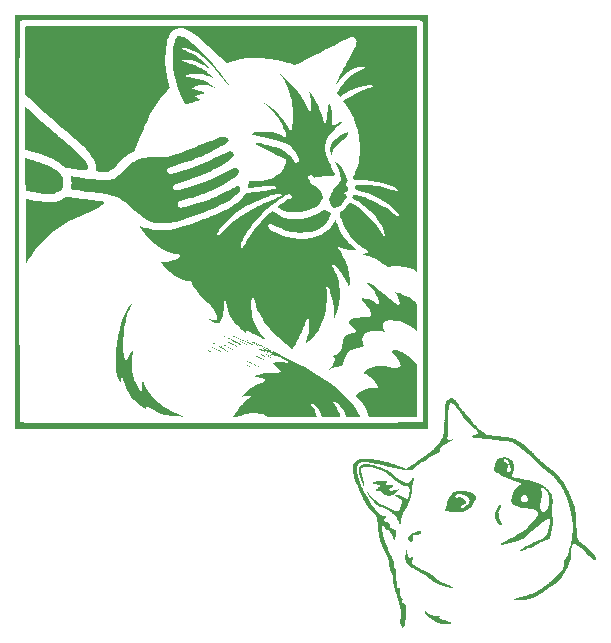
<source format=gbr>
%TF.GenerationSoftware,KiCad,Pcbnew,9.0.0*%
%TF.CreationDate,2025-08-18T13:12:07+03:00*%
%TF.ProjectId,RP2350A_Dev_board,52503233-3530-4415-9f44-65765f626f61,rev?*%
%TF.SameCoordinates,Original*%
%TF.FileFunction,Legend,Bot*%
%TF.FilePolarity,Positive*%
%FSLAX46Y46*%
G04 Gerber Fmt 4.6, Leading zero omitted, Abs format (unit mm)*
G04 Created by KiCad (PCBNEW 9.0.0) date 2025-08-18 13:12:07*
%MOMM*%
%LPD*%
G01*
G04 APERTURE LIST*
%ADD10C,0.000000*%
G04 APERTURE END LIST*
D10*
%TO.C,G\u002A\u002A\u002A*%
G36*
X118368271Y-101394313D02*
G01*
X118351179Y-101411406D01*
X118334086Y-101394313D01*
X118351179Y-101377220D01*
X118368271Y-101394313D01*
G37*
G36*
X119393843Y-97941554D02*
G01*
X119376751Y-97958646D01*
X119359658Y-97941554D01*
X119376751Y-97924461D01*
X119393843Y-97941554D01*
G37*
G36*
X119769887Y-100334555D02*
G01*
X119752794Y-100351648D01*
X119735701Y-100334555D01*
X119752794Y-100317462D01*
X119769887Y-100334555D01*
G37*
G36*
X120145930Y-100539669D02*
G01*
X120128837Y-100556762D01*
X120111744Y-100539669D01*
X120128837Y-100522576D01*
X120145930Y-100539669D01*
G37*
G36*
X120214301Y-100573855D02*
G01*
X120197208Y-100590948D01*
X120180115Y-100573855D01*
X120197208Y-100556762D01*
X120214301Y-100573855D01*
G37*
G36*
X120419415Y-99685026D02*
G01*
X120402323Y-99702119D01*
X120385230Y-99685026D01*
X120402323Y-99667933D01*
X120419415Y-99685026D01*
G37*
G36*
X121991959Y-101667799D02*
G01*
X121974866Y-101684891D01*
X121957773Y-101667799D01*
X121974866Y-101650706D01*
X121991959Y-101667799D01*
G37*
G36*
X122197074Y-102078027D02*
G01*
X122179981Y-102095120D01*
X122162888Y-102078027D01*
X122179981Y-102060934D01*
X122197074Y-102078027D01*
G37*
G36*
X122778231Y-100539669D02*
G01*
X122761138Y-100556762D01*
X122744045Y-100539669D01*
X122761138Y-100522576D01*
X122778231Y-100539669D01*
G37*
G36*
X122846603Y-100573855D02*
G01*
X122829510Y-100590948D01*
X122812417Y-100573855D01*
X122829510Y-100556762D01*
X122846603Y-100573855D01*
G37*
G36*
X122949160Y-100608041D02*
G01*
X122932067Y-100625134D01*
X122914974Y-100608041D01*
X122932067Y-100590948D01*
X122949160Y-100608041D01*
G37*
G36*
X123188460Y-100949898D02*
G01*
X123171367Y-100966991D01*
X123154274Y-100949898D01*
X123171367Y-100932805D01*
X123188460Y-100949898D01*
G37*
G36*
X123427760Y-101052455D02*
G01*
X123410667Y-101069548D01*
X123393574Y-101052455D01*
X123410667Y-101035362D01*
X123427760Y-101052455D01*
G37*
G36*
X123461946Y-101872913D02*
G01*
X123444853Y-101890006D01*
X123427760Y-101872913D01*
X123444853Y-101855820D01*
X123461946Y-101872913D01*
G37*
G36*
X123496131Y-101086641D02*
G01*
X123479039Y-101103734D01*
X123461946Y-101086641D01*
X123479039Y-101069548D01*
X123496131Y-101086641D01*
G37*
G36*
X122903579Y-101593729D02*
G01*
X122908927Y-101604012D01*
X122880788Y-101616520D01*
X122862690Y-101614053D01*
X122857998Y-101593729D01*
X122863008Y-101589638D01*
X122903579Y-101593729D01*
G37*
G36*
X123040322Y-100636529D02*
G01*
X123045670Y-100646811D01*
X123017531Y-100659319D01*
X122999433Y-100656852D01*
X122994741Y-100636529D01*
X122999751Y-100632438D01*
X123040322Y-100636529D01*
G37*
G36*
X123108693Y-101046758D02*
G01*
X123114041Y-101057040D01*
X123085903Y-101069548D01*
X123067805Y-101067081D01*
X123063112Y-101046758D01*
X123068123Y-101042666D01*
X123108693Y-101046758D01*
G37*
G36*
X123142879Y-100670715D02*
G01*
X123148227Y-100680997D01*
X123120088Y-100693505D01*
X123101991Y-100691038D01*
X123097298Y-100670715D01*
X123102308Y-100666623D01*
X123142879Y-100670715D01*
G37*
G36*
X123313808Y-101012572D02*
G01*
X123319156Y-101022854D01*
X123291017Y-101035362D01*
X123272919Y-101032895D01*
X123268227Y-101012572D01*
X123273237Y-101008481D01*
X123313808Y-101012572D01*
G37*
G36*
X123587293Y-101115129D02*
G01*
X123592642Y-101125412D01*
X123564503Y-101137920D01*
X123546405Y-101135453D01*
X123541712Y-101115129D01*
X123546723Y-101111038D01*
X123587293Y-101115129D01*
G37*
G36*
X123564503Y-101240477D02*
G01*
X123562036Y-101258575D01*
X123541712Y-101263267D01*
X123537621Y-101258257D01*
X123541712Y-101217686D01*
X123551995Y-101212338D01*
X123564503Y-101240477D01*
G37*
G36*
X120496903Y-100484149D02*
G01*
X120501320Y-100488651D01*
X120517705Y-100513694D01*
X120477766Y-100503286D01*
X120445863Y-100486237D01*
X120435604Y-100460807D01*
X120452082Y-100457146D01*
X120496903Y-100484149D01*
G37*
G36*
X121590847Y-100620892D02*
G01*
X121595264Y-100625394D01*
X121611648Y-100650437D01*
X121571710Y-100640029D01*
X121539806Y-100622980D01*
X121529547Y-100597550D01*
X121546025Y-100593889D01*
X121590847Y-100620892D01*
G37*
G36*
X123368505Y-101817392D02*
G01*
X123372922Y-101821895D01*
X123389306Y-101846937D01*
X123349368Y-101836529D01*
X123317464Y-101819481D01*
X123307205Y-101794051D01*
X123323683Y-101790390D01*
X123368505Y-101817392D01*
G37*
G36*
X123676176Y-101304606D02*
G01*
X123680593Y-101309109D01*
X123696978Y-101334151D01*
X123657039Y-101323743D01*
X123625136Y-101306695D01*
X123614877Y-101281265D01*
X123631355Y-101277604D01*
X123676176Y-101304606D01*
G37*
G36*
X123682377Y-101159062D02*
G01*
X123708616Y-101170900D01*
X123735432Y-101192856D01*
X123725957Y-101205591D01*
X123686773Y-101200836D01*
X123650209Y-101172497D01*
X123647088Y-101156672D01*
X123682377Y-101159062D01*
G37*
G36*
X118421526Y-101412944D02*
G01*
X118453736Y-101445591D01*
X118460103Y-101457695D01*
X118457771Y-101479777D01*
X118451760Y-101478239D01*
X118419550Y-101445591D01*
X118413183Y-101433488D01*
X118415515Y-101411406D01*
X118421526Y-101412944D01*
G37*
G36*
X118525573Y-101481350D02*
G01*
X118556293Y-101513963D01*
X118561635Y-101527205D01*
X118541218Y-101548148D01*
X118531295Y-101546835D01*
X118505014Y-101513963D01*
X118505406Y-101506226D01*
X118520090Y-101479777D01*
X118525573Y-101481350D01*
G37*
G36*
X119139426Y-101481315D02*
G01*
X119171636Y-101513963D01*
X119178004Y-101526066D01*
X119175671Y-101548148D01*
X119169661Y-101546610D01*
X119137450Y-101513963D01*
X119131083Y-101501859D01*
X119133415Y-101479777D01*
X119139426Y-101481315D01*
G37*
G36*
X119964727Y-100432079D02*
G01*
X120028292Y-100473184D01*
X120065736Y-100504082D01*
X120065947Y-100511379D01*
X120009187Y-100485646D01*
X119938200Y-100449928D01*
X119907052Y-100426698D01*
X119928584Y-100420019D01*
X119964727Y-100432079D01*
G37*
G36*
X120192373Y-101021144D02*
G01*
X120221087Y-101036492D01*
X120248487Y-101073206D01*
X120247400Y-101088157D01*
X120227647Y-101099084D01*
X120179466Y-101051673D01*
X120171205Y-101041546D01*
X120155467Y-101012379D01*
X120192373Y-101021144D01*
G37*
G36*
X120254537Y-99604820D02*
G01*
X120316858Y-99633747D01*
X120340066Y-99652780D01*
X120333951Y-99666886D01*
X120310808Y-99662675D01*
X120248487Y-99633747D01*
X120225279Y-99614715D01*
X120231394Y-99600609D01*
X120254537Y-99604820D01*
G37*
G36*
X120256392Y-100352961D02*
G01*
X120282673Y-100385834D01*
X120282281Y-100393570D01*
X120267597Y-100420019D01*
X120262113Y-100418446D01*
X120231394Y-100385834D01*
X120226052Y-100372591D01*
X120246469Y-100351648D01*
X120256392Y-100352961D01*
G37*
G36*
X120337417Y-100387407D02*
G01*
X120368137Y-100420019D01*
X120373478Y-100433262D01*
X120353062Y-100454205D01*
X120343139Y-100452891D01*
X120316858Y-100420019D01*
X120317250Y-100412283D01*
X120331934Y-100385834D01*
X120337417Y-100387407D01*
G37*
G36*
X122371384Y-102139183D02*
G01*
X122431185Y-102179047D01*
X122463754Y-102214887D01*
X122453721Y-102219768D01*
X122389764Y-102192854D01*
X122380405Y-102188505D01*
X122331063Y-102155960D01*
X122333297Y-102135177D01*
X122371384Y-102139183D01*
G37*
G36*
X122581022Y-101105048D02*
G01*
X122607302Y-101137920D01*
X122606910Y-101145656D01*
X122592227Y-101172105D01*
X122586743Y-101170532D01*
X122556024Y-101137920D01*
X122550682Y-101124677D01*
X122571099Y-101103734D01*
X122581022Y-101105048D01*
G37*
G36*
X123003905Y-101618093D02*
G01*
X123034624Y-101650706D01*
X123039966Y-101663948D01*
X123019549Y-101684891D01*
X123009626Y-101683578D01*
X122983345Y-101650706D01*
X122983737Y-101642969D01*
X122998421Y-101616520D01*
X123003905Y-101618093D01*
G37*
G36*
X123194510Y-101074806D02*
G01*
X123256831Y-101103734D01*
X123280039Y-101122766D01*
X123273924Y-101136873D01*
X123250781Y-101132661D01*
X123188460Y-101103734D01*
X123165252Y-101084702D01*
X123171367Y-101070595D01*
X123194510Y-101074806D01*
G37*
G36*
X123382190Y-101148934D02*
G01*
X123446865Y-101188111D01*
X123482474Y-101221754D01*
X123479039Y-101238302D01*
X123443169Y-101227288D01*
X123378494Y-101188111D01*
X123342885Y-101154468D01*
X123346321Y-101137920D01*
X123382190Y-101148934D01*
G37*
G36*
X123154274Y-101721822D02*
G01*
X123215667Y-101752555D01*
X123253983Y-101774986D01*
X123263470Y-101791846D01*
X123233897Y-101786832D01*
X123184099Y-101765236D01*
X123135169Y-101734284D01*
X123097725Y-101703386D01*
X123097514Y-101696089D01*
X123154274Y-101721822D01*
G37*
G36*
X124019906Y-101219013D02*
G01*
X124092369Y-101258657D01*
X124125316Y-101287397D01*
X124128430Y-101305839D01*
X124086288Y-101295853D01*
X124008917Y-101257570D01*
X124004286Y-101254885D01*
X123961535Y-101221661D01*
X123974732Y-101208590D01*
X124019906Y-101219013D01*
G37*
G36*
X123143699Y-102165394D02*
G01*
X123198061Y-102205581D01*
X123222646Y-102240874D01*
X123222566Y-102241975D01*
X123195980Y-102242673D01*
X123136114Y-102210928D01*
X123133915Y-102209479D01*
X123078760Y-102165928D01*
X123064414Y-102139399D01*
X123088650Y-102138968D01*
X123143699Y-102165394D01*
G37*
G36*
X122145795Y-101705755D02*
G01*
X122145908Y-101705780D01*
X122222452Y-101725578D01*
X122262596Y-101740979D01*
X122265746Y-101744192D01*
X122253332Y-101754652D01*
X122203972Y-101751363D01*
X122142691Y-101737820D01*
X122094516Y-101717515D01*
X122080667Y-101707175D01*
X122082926Y-101695358D01*
X122145795Y-101705755D01*
G37*
G36*
X124155500Y-101196731D02*
G01*
X124226927Y-101230276D01*
X124289657Y-101266537D01*
X124316589Y-101292080D01*
X124313987Y-101294091D01*
X124272784Y-101283298D01*
X124197368Y-101250890D01*
X124172946Y-101238810D01*
X124110172Y-101201993D01*
X124091634Y-101180551D01*
X124102475Y-101179339D01*
X124155500Y-101196731D01*
G37*
G36*
X118830703Y-101269153D02*
G01*
X118886414Y-101297371D01*
X118960565Y-101341923D01*
X119032718Y-101390416D01*
X119082432Y-101430456D01*
X119083121Y-101431170D01*
X119074297Y-101445591D01*
X119044911Y-101435777D01*
X118978250Y-101398224D01*
X118902047Y-101347115D01*
X118839325Y-101298180D01*
X118813109Y-101267146D01*
X118830703Y-101269153D01*
G37*
G36*
X120590323Y-100542871D02*
G01*
X120658716Y-100573855D01*
X120668157Y-100578810D01*
X120734224Y-100618458D01*
X120761273Y-100643982D01*
X120760596Y-100645595D01*
X120727109Y-100639025D01*
X120658716Y-100608041D01*
X120649274Y-100603086D01*
X120583207Y-100563437D01*
X120556158Y-100537914D01*
X120556835Y-100536301D01*
X120590323Y-100542871D01*
G37*
G36*
X120817006Y-100660193D02*
G01*
X120871983Y-100682319D01*
X120949294Y-100727691D01*
X120967745Y-100740304D01*
X121015590Y-100779727D01*
X121017666Y-100795612D01*
X121013212Y-100795188D01*
X120958234Y-100773063D01*
X120880923Y-100727691D01*
X120862472Y-100715077D01*
X120814627Y-100675654D01*
X120812551Y-100659770D01*
X120817006Y-100660193D01*
G37*
G36*
X123633759Y-101056262D02*
G01*
X123718887Y-101085050D01*
X123807868Y-101124384D01*
X123877944Y-101163110D01*
X123906360Y-101190076D01*
X123906349Y-101191368D01*
X123901165Y-101203013D01*
X123876997Y-101198420D01*
X123819960Y-101172477D01*
X123716166Y-101120073D01*
X123647790Y-101082680D01*
X123613275Y-101057268D01*
X123632874Y-101056032D01*
X123633759Y-101056262D01*
G37*
G36*
X123965116Y-101293435D02*
G01*
X124028958Y-101315145D01*
X124109426Y-101348953D01*
X124183814Y-101385288D01*
X124229415Y-101414577D01*
X124240981Y-101428026D01*
X124236600Y-101445591D01*
X124236401Y-101445590D01*
X124191898Y-101431237D01*
X124116809Y-101396782D01*
X124034386Y-101354225D01*
X123967881Y-101315567D01*
X123940546Y-101292805D01*
X123965116Y-101293435D01*
G37*
G36*
X118875973Y-100775039D02*
G01*
X118940021Y-100804206D01*
X119036055Y-100857156D01*
X119149329Y-100924964D01*
X119265095Y-100998703D01*
X119368609Y-101069448D01*
X119445122Y-101128273D01*
X119493678Y-101171352D01*
X119503842Y-101186055D01*
X119462215Y-101162064D01*
X119442585Y-101149755D01*
X119357579Y-101097555D01*
X119240296Y-101026427D01*
X119109979Y-100948060D01*
X119048331Y-100910480D01*
X118946193Y-100844598D01*
X118878813Y-100795988D01*
X118858401Y-100773138D01*
X118875973Y-100775039D01*
G37*
G36*
X121552890Y-100017269D02*
G01*
X121623584Y-100042059D01*
X121729399Y-100085956D01*
X121855482Y-100142124D01*
X121986981Y-100203729D01*
X122109043Y-100263934D01*
X122206815Y-100315905D01*
X122265445Y-100352806D01*
X122273221Y-100360211D01*
X122255778Y-100361213D01*
X122188257Y-100336639D01*
X122078965Y-100289743D01*
X121936208Y-100223781D01*
X121894643Y-100203962D01*
X121749375Y-100133259D01*
X121633192Y-100074466D01*
X121557056Y-100033239D01*
X121531932Y-100015233D01*
X121552890Y-100017269D01*
G37*
G36*
X122445431Y-101827453D02*
G01*
X122554349Y-101870006D01*
X122678925Y-101924684D01*
X122803345Y-101984177D01*
X122911795Y-102041174D01*
X122988462Y-102088365D01*
X123017531Y-102118439D01*
X123017274Y-102120655D01*
X122991892Y-102122359D01*
X122986571Y-102119725D01*
X122932656Y-102092945D01*
X122838302Y-102046024D01*
X122720030Y-101987179D01*
X122695717Y-101975165D01*
X122570134Y-101915670D01*
X122463512Y-101869037D01*
X122396758Y-101844495D01*
X122351583Y-101826810D01*
X122339200Y-101804855D01*
X122367984Y-101804335D01*
X122445431Y-101827453D01*
G37*
G36*
X119177815Y-100478953D02*
G01*
X119267403Y-100518583D01*
X119389317Y-100578205D01*
X119531221Y-100651251D01*
X119680781Y-100731150D01*
X119825663Y-100811334D01*
X119953532Y-100885234D01*
X120052054Y-100946279D01*
X120108895Y-100987901D01*
X120121692Y-101003926D01*
X120098162Y-101002817D01*
X120029059Y-100973318D01*
X119922595Y-100919102D01*
X119786979Y-100843845D01*
X119752875Y-100824383D01*
X119596242Y-100736808D01*
X119440008Y-100651842D01*
X119313466Y-100585468D01*
X119215745Y-100532378D01*
X119149516Y-100489487D01*
X119130532Y-100466821D01*
X119132886Y-100465885D01*
X119177815Y-100478953D01*
G37*
G36*
X122696824Y-101159553D02*
G01*
X122789843Y-101191020D01*
X122915144Y-101241984D01*
X123059650Y-101306270D01*
X123210282Y-101377697D01*
X123353965Y-101450089D01*
X123477620Y-101517268D01*
X123568171Y-101573056D01*
X123612540Y-101611275D01*
X123611531Y-101613134D01*
X123571938Y-101599778D01*
X123485340Y-101561362D01*
X123362112Y-101502632D01*
X123212624Y-101428332D01*
X123178286Y-101411034D01*
X123019841Y-101333016D01*
X122879800Y-101266819D01*
X122772269Y-101218982D01*
X122711353Y-101196039D01*
X122660044Y-101176640D01*
X122647036Y-101155162D01*
X122649164Y-101153762D01*
X122696824Y-101159553D01*
G37*
G36*
X122131863Y-99886159D02*
G01*
X122222871Y-99923657D01*
X122349390Y-99981284D01*
X122498310Y-100052535D01*
X122656522Y-100130905D01*
X122810915Y-100209886D01*
X122948381Y-100282974D01*
X123055808Y-100343662D01*
X123120088Y-100385445D01*
X123131973Y-100394910D01*
X123180652Y-100439796D01*
X123174896Y-100450886D01*
X123118309Y-100429476D01*
X123014494Y-100376865D01*
X122867055Y-100294348D01*
X122843271Y-100280714D01*
X122670382Y-100185578D01*
X122482654Y-100087503D01*
X122316724Y-100005704D01*
X122254579Y-99975765D01*
X122156142Y-99924616D01*
X122098124Y-99888904D01*
X122091472Y-99874982D01*
X122131863Y-99886159D01*
G37*
G36*
X120470736Y-99703586D02*
G01*
X120535852Y-99725553D01*
X120644648Y-99773308D01*
X120786612Y-99841269D01*
X120951235Y-99923853D01*
X121128008Y-100015479D01*
X121306419Y-100110563D01*
X121475960Y-100203523D01*
X121626120Y-100288776D01*
X121746389Y-100360741D01*
X121826258Y-100413833D01*
X121855216Y-100442472D01*
X121853394Y-100443055D01*
X121811972Y-100426747D01*
X121724186Y-100384602D01*
X121601039Y-100322045D01*
X121453534Y-100244498D01*
X121293543Y-100159192D01*
X121093184Y-100052460D01*
X120901449Y-99950415D01*
X120744180Y-99866816D01*
X120649882Y-99816018D01*
X120545722Y-99757703D01*
X120479525Y-99717753D01*
X120462632Y-99702775D01*
X120470736Y-99703586D01*
G37*
G36*
X119678304Y-99681641D02*
G01*
X119764844Y-99713886D01*
X119910111Y-99773821D01*
X120040405Y-99830820D01*
X120214200Y-99910318D01*
X120407111Y-100001269D01*
X120609003Y-100098633D01*
X120809738Y-100197368D01*
X120999180Y-100292435D01*
X121167192Y-100378793D01*
X121303638Y-100451400D01*
X121398380Y-100505218D01*
X121441282Y-100535204D01*
X121443472Y-100538732D01*
X121420120Y-100537270D01*
X121348120Y-100508758D01*
X121237161Y-100457359D01*
X121096932Y-100387237D01*
X121029797Y-100353016D01*
X120838347Y-100257782D01*
X120616542Y-100149899D01*
X120386766Y-100040196D01*
X120171406Y-99939502D01*
X120023901Y-99870721D01*
X119860778Y-99792392D01*
X119741726Y-99732461D01*
X119669676Y-99692787D01*
X119647558Y-99675227D01*
X119678304Y-99681641D01*
G37*
G36*
X119275838Y-100172985D02*
G01*
X119364846Y-100213680D01*
X119490328Y-100275384D01*
X119641427Y-100352377D01*
X119807284Y-100438944D01*
X119977043Y-100529366D01*
X120139846Y-100617927D01*
X120284835Y-100698908D01*
X120401153Y-100766592D01*
X120477943Y-100815262D01*
X120530302Y-100853583D01*
X120596715Y-100909394D01*
X120623232Y-100942793D01*
X120608885Y-100945602D01*
X120550451Y-100923363D01*
X120462148Y-100877319D01*
X120415382Y-100850630D01*
X120291588Y-100779843D01*
X120142927Y-100694713D01*
X119992094Y-100608232D01*
X119927286Y-100571150D01*
X119756863Y-100474356D01*
X119588631Y-100379646D01*
X119451087Y-100303093D01*
X119421847Y-100286793D01*
X119320602Y-100226996D01*
X119253109Y-100181654D01*
X119232706Y-100159533D01*
X119234161Y-100159015D01*
X119275838Y-100172985D01*
G37*
G36*
X121113721Y-99620679D02*
G01*
X121240967Y-99665422D01*
X121403893Y-99729189D01*
X121593919Y-99808405D01*
X121802468Y-99899495D01*
X122020961Y-99998884D01*
X122240820Y-100102998D01*
X122453467Y-100208262D01*
X122544438Y-100254677D01*
X122703452Y-100337578D01*
X122802255Y-100391977D01*
X122842033Y-100418198D01*
X122823972Y-100416566D01*
X122749259Y-100387407D01*
X122619081Y-100331046D01*
X122434623Y-100247807D01*
X122197074Y-100138015D01*
X122057685Y-100073577D01*
X121860539Y-99984004D01*
X121663066Y-99895812D01*
X121475676Y-99813521D01*
X121308785Y-99741649D01*
X121172803Y-99684717D01*
X121078145Y-99647243D01*
X121035223Y-99633747D01*
X121026745Y-99632805D01*
X121000573Y-99602825D01*
X121000579Y-99602561D01*
X121030732Y-99598533D01*
X121113721Y-99620679D01*
G37*
G36*
X130702913Y-82315095D02*
G01*
X130709321Y-82371650D01*
X130679547Y-82496270D01*
X130593370Y-82642998D01*
X130456668Y-82804207D01*
X130275317Y-82972973D01*
X130055195Y-83142371D01*
X129840348Y-83307656D01*
X129649965Y-83495131D01*
X129515180Y-83688003D01*
X129429710Y-83895536D01*
X129387270Y-84126993D01*
X129366006Y-84354702D01*
X129308087Y-84225335D01*
X129291630Y-84185822D01*
X129246603Y-84056993D01*
X129209521Y-83925221D01*
X129187866Y-83727197D01*
X129222754Y-83497247D01*
X129318244Y-83274560D01*
X129470475Y-83067750D01*
X129675585Y-82885433D01*
X129734883Y-82844993D01*
X129846139Y-82774612D01*
X129984188Y-82690977D01*
X130136862Y-82601067D01*
X130291993Y-82511858D01*
X130437414Y-82430327D01*
X130560958Y-82363453D01*
X130650458Y-82318211D01*
X130693745Y-82301580D01*
X130702913Y-82315095D01*
G37*
G36*
X103393989Y-84526166D02*
G01*
X103463335Y-84544187D01*
X103578495Y-84576335D01*
X103726487Y-84618808D01*
X103894327Y-84667803D01*
X104069033Y-84719515D01*
X104237620Y-84770143D01*
X104387107Y-84815881D01*
X104504509Y-84852928D01*
X104900693Y-84988588D01*
X105254229Y-85127035D01*
X105557640Y-85267130D01*
X105820059Y-85413102D01*
X106050615Y-85569183D01*
X106225119Y-85714844D01*
X106424379Y-85941338D01*
X106562421Y-86189123D01*
X106575813Y-86226927D01*
X106603874Y-86369017D01*
X106615821Y-86540148D01*
X106611826Y-86716406D01*
X106592059Y-86873881D01*
X106556692Y-86988659D01*
X106483131Y-87110174D01*
X106312090Y-87291122D01*
X106090551Y-87428959D01*
X105822107Y-87521081D01*
X105706893Y-87540774D01*
X105479324Y-87554557D01*
X105197972Y-87548444D01*
X104869770Y-87522860D01*
X104501649Y-87478234D01*
X104100540Y-87414993D01*
X104056972Y-87407374D01*
X103854345Y-87371322D01*
X103677851Y-87338927D01*
X103537806Y-87312153D01*
X103444526Y-87292961D01*
X103408326Y-87283313D01*
X103407191Y-87272764D01*
X103404781Y-87205414D01*
X103402076Y-87083433D01*
X103399164Y-86915607D01*
X103396135Y-86710721D01*
X103393077Y-86477561D01*
X103390080Y-86224911D01*
X103387231Y-85961557D01*
X103384619Y-85696285D01*
X103382334Y-85437880D01*
X103380464Y-85195128D01*
X103379097Y-84976813D01*
X103378323Y-84791722D01*
X103378231Y-84648639D01*
X103378909Y-84556350D01*
X103380445Y-84523641D01*
X103393989Y-84526166D01*
G37*
G36*
X129645545Y-84820542D02*
G01*
X129705848Y-84869945D01*
X129796738Y-84949576D01*
X129907630Y-85050352D01*
X129986734Y-85126179D01*
X130211963Y-85384147D01*
X130397313Y-85673077D01*
X130554750Y-86010733D01*
X130573875Y-86059411D01*
X130640167Y-86256467D01*
X130667893Y-86405846D01*
X130657706Y-86514337D01*
X130610257Y-86588729D01*
X130574190Y-86626637D01*
X130543243Y-86700736D01*
X130565041Y-86787094D01*
X130640950Y-86899562D01*
X130710723Y-87012744D01*
X130743594Y-87131151D01*
X130732541Y-87231434D01*
X130679217Y-87300907D01*
X130585276Y-87326883D01*
X130579737Y-87327016D01*
X130499121Y-87352157D01*
X130430598Y-87406189D01*
X130401650Y-87467995D01*
X130404563Y-87478486D01*
X130441638Y-87530810D01*
X130507705Y-87598533D01*
X130562182Y-87654152D01*
X130590434Y-87709404D01*
X130587748Y-87776637D01*
X130553295Y-87871739D01*
X130486247Y-88010598D01*
X130384492Y-88180228D01*
X130202510Y-88393505D01*
X129988265Y-88564936D01*
X129756145Y-88681302D01*
X129610875Y-88722857D01*
X129495406Y-88724439D01*
X129402876Y-88678705D01*
X129316553Y-88581870D01*
X129238534Y-88459724D01*
X129144341Y-88237602D01*
X129111625Y-88020567D01*
X129140993Y-87815538D01*
X129233051Y-87629436D01*
X129279770Y-87555779D01*
X129353584Y-87415725D01*
X129413707Y-87275605D01*
X129455834Y-87176587D01*
X129521955Y-87065181D01*
X129616970Y-86944296D01*
X129752875Y-86797004D01*
X129840848Y-86703959D01*
X129941000Y-86592957D01*
X130016433Y-86503415D01*
X130055405Y-86448848D01*
X130074385Y-86399500D01*
X130089568Y-86248304D01*
X130066138Y-86046677D01*
X130004897Y-85798227D01*
X129906648Y-85506561D01*
X129772192Y-85175287D01*
X129716194Y-85044474D01*
X129667017Y-84924846D01*
X129635365Y-84842069D01*
X129626342Y-84808965D01*
X129645545Y-84820542D01*
G37*
G36*
X103390919Y-80183411D02*
G01*
X103428432Y-80214972D01*
X103505355Y-80282284D01*
X103612613Y-80377219D01*
X103741131Y-80491652D01*
X103881832Y-80617456D01*
X104025641Y-80746506D01*
X104163481Y-80870676D01*
X104286278Y-80981838D01*
X104384956Y-81071867D01*
X104450438Y-81132637D01*
X104469042Y-81149692D01*
X104540339Y-81213141D01*
X104651611Y-81311027D01*
X104795086Y-81436598D01*
X104962990Y-81583103D01*
X105147552Y-81743789D01*
X105340999Y-81911905D01*
X105535557Y-82080698D01*
X105723454Y-82243416D01*
X105896918Y-82393307D01*
X106048176Y-82523619D01*
X106169456Y-82627601D01*
X106252984Y-82698499D01*
X106705067Y-83081242D01*
X107111037Y-83432246D01*
X107465610Y-83747723D01*
X107770779Y-84029995D01*
X108028536Y-84281381D01*
X108240873Y-84504204D01*
X108409783Y-84700784D01*
X108537258Y-84873443D01*
X108625292Y-85024501D01*
X108675876Y-85156280D01*
X108691003Y-85271100D01*
X108672665Y-85371283D01*
X108622856Y-85459151D01*
X108596497Y-85488623D01*
X108552987Y-85519570D01*
X108493647Y-85538952D01*
X108409877Y-85546810D01*
X108293079Y-85543187D01*
X108134650Y-85528125D01*
X107925993Y-85501666D01*
X107658507Y-85463851D01*
X107512137Y-85442674D01*
X107315414Y-85414378D01*
X107142197Y-85389648D01*
X107007204Y-85370583D01*
X106925151Y-85359282D01*
X106822924Y-85333286D01*
X106721409Y-85276056D01*
X106600387Y-85175776D01*
X106425643Y-85029180D01*
X106115755Y-84817078D01*
X105751358Y-84618472D01*
X105327932Y-84430989D01*
X104840954Y-84252254D01*
X104714272Y-84210314D01*
X104395351Y-84109919D01*
X104069125Y-84013610D01*
X103759284Y-83928249D01*
X103489517Y-83860701D01*
X103396092Y-83838930D01*
X103386960Y-82010490D01*
X103386137Y-81835880D01*
X103384845Y-81499371D01*
X103384028Y-81187426D01*
X103383681Y-80906304D01*
X103383798Y-80662262D01*
X103384372Y-80461558D01*
X103385397Y-80310451D01*
X103386867Y-80215199D01*
X103388776Y-80182058D01*
X103390919Y-80183411D01*
G37*
G36*
X106994518Y-87817664D02*
G01*
X107121184Y-87828512D01*
X107289888Y-87847871D01*
X107509225Y-87875796D01*
X107787787Y-87912340D01*
X107802024Y-87914209D01*
X108041960Y-87945390D01*
X108315032Y-87980403D01*
X108588706Y-88015099D01*
X108830452Y-88045327D01*
X108848115Y-88047513D01*
X109175491Y-88088042D01*
X109440959Y-88121578D01*
X109650146Y-88149787D01*
X109808679Y-88174337D01*
X109922187Y-88196896D01*
X109996296Y-88219131D01*
X110036634Y-88242709D01*
X110048828Y-88269297D01*
X110038505Y-88300563D01*
X110011293Y-88338175D01*
X109972820Y-88383799D01*
X109952941Y-88405713D01*
X109851383Y-88496973D01*
X109710824Y-88604399D01*
X109548110Y-88716246D01*
X109380083Y-88820770D01*
X109223588Y-88906225D01*
X109222409Y-88906809D01*
X109135441Y-88946666D01*
X108998409Y-89005741D01*
X108824642Y-89078454D01*
X108627470Y-89159225D01*
X108420223Y-89242476D01*
X108270625Y-89302788D01*
X107638222Y-89579081D01*
X107062437Y-89868949D01*
X106533906Y-90178206D01*
X106043268Y-90512665D01*
X105581160Y-90878140D01*
X105138222Y-91280443D01*
X105131231Y-91287218D01*
X104789998Y-91632680D01*
X104482850Y-91976671D01*
X104196412Y-92335948D01*
X103917310Y-92727268D01*
X103632170Y-93167388D01*
X103412013Y-93521083D01*
X103403263Y-90760346D01*
X103402705Y-90572150D01*
X103401743Y-90151883D01*
X103401219Y-89753784D01*
X103401118Y-89382986D01*
X103401426Y-89044623D01*
X103402129Y-88743829D01*
X103403211Y-88485737D01*
X103404660Y-88275481D01*
X103406460Y-88118195D01*
X103408597Y-88019012D01*
X103411056Y-87983067D01*
X103438878Y-87981706D01*
X103521969Y-87991006D01*
X103645740Y-88010311D01*
X103795849Y-88037589D01*
X103832350Y-88044596D01*
X104241126Y-88117835D01*
X104621823Y-88176484D01*
X104965064Y-88219358D01*
X105261475Y-88245273D01*
X105501678Y-88253045D01*
X105587579Y-88250329D01*
X105882587Y-88213835D01*
X106175206Y-88139951D01*
X106444292Y-88034979D01*
X106668697Y-87905220D01*
X106690993Y-87889164D01*
X106736369Y-87858280D01*
X106780816Y-87835634D01*
X106832927Y-87821279D01*
X106901297Y-87815271D01*
X106994518Y-87817664D01*
G37*
G36*
X134835980Y-100790622D02*
G01*
X135046466Y-100859922D01*
X135278462Y-100966727D01*
X135523687Y-101106753D01*
X135773864Y-101275712D01*
X136020713Y-101469320D01*
X136255957Y-101683291D01*
X136555082Y-101977194D01*
X136555082Y-104203830D01*
X136555082Y-106430466D01*
X134534328Y-106425041D01*
X132513575Y-106419615D01*
X132438934Y-106213479D01*
X132338190Y-105969801D01*
X132128111Y-105583163D01*
X131867390Y-105215324D01*
X131566684Y-104882543D01*
X131562654Y-104878591D01*
X131477050Y-104787115D01*
X131416197Y-104708183D01*
X131393036Y-104658495D01*
X131401362Y-104622558D01*
X131460813Y-104539015D01*
X131568504Y-104443034D01*
X131713816Y-104341673D01*
X131886133Y-104241992D01*
X132074838Y-104151049D01*
X132269314Y-104075904D01*
X132295642Y-104067295D01*
X132456534Y-104025464D01*
X132628190Y-104002482D01*
X132838992Y-103994281D01*
X132854520Y-103994116D01*
X133042190Y-103985393D01*
X133166348Y-103960596D01*
X133230911Y-103913640D01*
X133239792Y-103838438D01*
X133196907Y-103728905D01*
X133106171Y-103578953D01*
X133006557Y-103438596D01*
X132811410Y-103213105D01*
X132602750Y-103026804D01*
X132391172Y-102888591D01*
X132187273Y-102807365D01*
X132148758Y-102796681D01*
X132064456Y-102765755D01*
X132021540Y-102738287D01*
X132024891Y-102707724D01*
X132072071Y-102644949D01*
X132156280Y-102565744D01*
X132265132Y-102480445D01*
X132386244Y-102399389D01*
X132507233Y-102332912D01*
X132642349Y-102272097D01*
X132852403Y-102197297D01*
X133061047Y-102153063D01*
X133290712Y-102135297D01*
X133563830Y-102139902D01*
X133708394Y-102148983D01*
X133898239Y-102166472D01*
X134069089Y-102187919D01*
X134196266Y-102210568D01*
X134306432Y-102232985D01*
X134453868Y-102255990D01*
X134572309Y-102267025D01*
X134573222Y-102267057D01*
X134749966Y-102271053D01*
X134873517Y-102266777D01*
X134958757Y-102251584D01*
X135020567Y-102222829D01*
X135073830Y-102177865D01*
X135082290Y-102169309D01*
X135132404Y-102105877D01*
X135149054Y-102037758D01*
X135140693Y-101934127D01*
X135133795Y-101891658D01*
X135103523Y-101783004D01*
X135050466Y-101673777D01*
X134967407Y-101552921D01*
X134847129Y-101409380D01*
X134682416Y-101232100D01*
X134586182Y-101129390D01*
X134483556Y-101008829D01*
X134427738Y-100921089D01*
X134415979Y-100858824D01*
X134445527Y-100814688D01*
X134513632Y-100781336D01*
X134655282Y-100763114D01*
X134835980Y-100790622D01*
G37*
G36*
X112422012Y-96803697D02*
G01*
X112414183Y-96838711D01*
X112381469Y-96917233D01*
X112329465Y-97025480D01*
X112218242Y-97262474D01*
X112027992Y-97764541D01*
X111870907Y-98322411D01*
X111747944Y-98932940D01*
X111729311Y-99075420D01*
X111711303Y-99289227D01*
X111697536Y-99540923D01*
X111688118Y-99817251D01*
X111683158Y-100104951D01*
X111682763Y-100390764D01*
X111687042Y-100661431D01*
X111696103Y-100903695D01*
X111710056Y-101104296D01*
X111729007Y-101249974D01*
X111759296Y-101396299D01*
X111802380Y-101546909D01*
X111848677Y-101630287D01*
X111901770Y-101646874D01*
X111965241Y-101597111D01*
X112042673Y-101481440D01*
X112137647Y-101300302D01*
X112171724Y-101232451D01*
X112250205Y-101085751D01*
X112329552Y-100948185D01*
X112404126Y-100828213D01*
X112468290Y-100734298D01*
X112516406Y-100674901D01*
X112542837Y-100658483D01*
X112541945Y-100693505D01*
X112490222Y-100916621D01*
X112412118Y-101439142D01*
X112389742Y-101967872D01*
X112423284Y-102487808D01*
X112512933Y-102983949D01*
X112553742Y-103132770D01*
X112626943Y-103350741D01*
X112712557Y-103564249D01*
X112805334Y-103763096D01*
X112900024Y-103937085D01*
X112991376Y-104076016D01*
X113074140Y-104169691D01*
X113143065Y-104207912D01*
X113186602Y-104209539D01*
X113229076Y-104184652D01*
X113252866Y-104109628D01*
X113253943Y-104103920D01*
X113264390Y-104011194D01*
X113271788Y-103879204D01*
X113274597Y-103734558D01*
X113278285Y-103580528D01*
X113291530Y-103447231D01*
X113312890Y-103372261D01*
X113340768Y-103358125D01*
X113373570Y-103407328D01*
X113409701Y-103522375D01*
X113415795Y-103544625D01*
X113457204Y-103663616D01*
X113517516Y-103809647D01*
X113585930Y-103956137D01*
X113729666Y-104216966D01*
X114002052Y-104606749D01*
X114329570Y-104966192D01*
X114714689Y-105297580D01*
X115159876Y-105603201D01*
X115667599Y-105885343D01*
X115697763Y-105900393D01*
X115898480Y-105996403D01*
X116108246Y-106090815D01*
X116303918Y-106173470D01*
X116462353Y-106234208D01*
X116564501Y-106271575D01*
X116683862Y-106319856D01*
X116765438Y-106358717D01*
X116795664Y-106382136D01*
X116795657Y-106382387D01*
X116762863Y-106395803D01*
X116674379Y-106401882D01*
X116542234Y-106401372D01*
X116378455Y-106395022D01*
X116195069Y-106383581D01*
X116004105Y-106367797D01*
X115817591Y-106348418D01*
X115647553Y-106326193D01*
X115506020Y-106301871D01*
X115233156Y-106239676D01*
X114723111Y-106082187D01*
X114245139Y-105874901D01*
X113783968Y-105611697D01*
X113727345Y-105575774D01*
X113618645Y-105508890D01*
X113538771Y-105462612D01*
X113501936Y-105445322D01*
X113499373Y-105445405D01*
X113479689Y-105471316D01*
X113503989Y-105537588D01*
X113569233Y-105635625D01*
X113593886Y-105669770D01*
X113627926Y-105729395D01*
X113626709Y-105752994D01*
X113624096Y-105752865D01*
X113564484Y-105730208D01*
X113465191Y-105674549D01*
X113339245Y-105594492D01*
X113199674Y-105498642D01*
X113059505Y-105395604D01*
X112931767Y-105293983D01*
X112911543Y-105276992D01*
X112614427Y-105006540D01*
X112366739Y-104734183D01*
X112160071Y-104446708D01*
X111986015Y-104130901D01*
X111836164Y-103773550D01*
X111702112Y-103361440D01*
X111675199Y-103272820D01*
X111633177Y-103149439D01*
X111597624Y-103062501D01*
X111574195Y-103026794D01*
X111546797Y-103044968D01*
X111521418Y-103116578D01*
X111503639Y-103227375D01*
X111496939Y-103362248D01*
X111488061Y-103465834D01*
X111461292Y-103515482D01*
X111419988Y-103505655D01*
X111367542Y-103439215D01*
X111307346Y-103319023D01*
X111242795Y-103147939D01*
X111167161Y-102888631D01*
X111078512Y-102433249D01*
X111029214Y-101932825D01*
X111019072Y-101393906D01*
X111047893Y-100823039D01*
X111115481Y-100226770D01*
X111221644Y-99611648D01*
X111366187Y-98984218D01*
X111507982Y-98501330D01*
X111688848Y-98021753D01*
X111912776Y-97545305D01*
X111984239Y-97411847D01*
X112087503Y-97234897D01*
X112190275Y-97074438D01*
X112284954Y-96941598D01*
X112363941Y-96847500D01*
X112419637Y-96803272D01*
X112422012Y-96803697D01*
G37*
G36*
X132401515Y-95107674D02*
G01*
X132490986Y-95128020D01*
X132636200Y-95182281D01*
X132798174Y-95268226D01*
X132982640Y-95389740D01*
X133195330Y-95550705D01*
X133441979Y-95755006D01*
X133728317Y-96006525D01*
X133970153Y-96221050D01*
X134246736Y-96458094D01*
X134479882Y-96646328D01*
X134671410Y-96786422D01*
X134823135Y-96879047D01*
X134936874Y-96924873D01*
X135014443Y-96924569D01*
X135057660Y-96878806D01*
X135068341Y-96788255D01*
X135048302Y-96653585D01*
X134999360Y-96475467D01*
X134967860Y-96387913D01*
X134898841Y-96230925D01*
X134823971Y-96090060D01*
X134710576Y-95901750D01*
X134855104Y-95925311D01*
X134888404Y-95931295D01*
X135096138Y-95986272D01*
X135337101Y-96073411D01*
X135593652Y-96184595D01*
X135848153Y-96311705D01*
X136082964Y-96446626D01*
X136280445Y-96581238D01*
X136345219Y-96630261D01*
X136404435Y-96678131D01*
X136451309Y-96726148D01*
X136487281Y-96781891D01*
X136513793Y-96852941D01*
X136532284Y-96946878D01*
X136544196Y-97071283D01*
X136550968Y-97233734D01*
X136554042Y-97441814D01*
X136554858Y-97703102D01*
X136554856Y-98025178D01*
X136555082Y-99168559D01*
X136443978Y-99062757D01*
X136368355Y-98997654D01*
X136206307Y-98880450D01*
X136008974Y-98756500D01*
X135793956Y-98636610D01*
X135578853Y-98531586D01*
X135478302Y-98488020D01*
X135106188Y-98357774D01*
X134737593Y-98281693D01*
X134350102Y-98254724D01*
X134314556Y-98254461D01*
X134113987Y-98258987D01*
X133964814Y-98277595D01*
X133852800Y-98314713D01*
X133763706Y-98374772D01*
X133683295Y-98462203D01*
X133628231Y-98580373D01*
X133626488Y-98733061D01*
X133681439Y-98908545D01*
X133792021Y-99100588D01*
X133820021Y-99140961D01*
X133877793Y-99227916D01*
X133899935Y-99273159D01*
X133889803Y-99286912D01*
X133850754Y-99279394D01*
X133816191Y-99269883D01*
X133501997Y-99202271D01*
X133190582Y-99166791D01*
X132893673Y-99163024D01*
X132622996Y-99190554D01*
X132390281Y-99248964D01*
X132207254Y-99337836D01*
X132166858Y-99367167D01*
X132027262Y-99515026D01*
X131943199Y-99691003D01*
X131918773Y-99882900D01*
X131958088Y-100078518D01*
X131969599Y-100109754D01*
X132010977Y-100246569D01*
X132016534Y-100342594D01*
X131984479Y-100413593D01*
X131913022Y-100475332D01*
X131877660Y-100495196D01*
X131768754Y-100539780D01*
X131625221Y-100585881D01*
X131468607Y-100626183D01*
X131251827Y-100678896D01*
X131076665Y-100733459D01*
X130939685Y-100794032D01*
X130825640Y-100867416D01*
X130719282Y-100960415D01*
X130600735Y-101092937D01*
X130507430Y-101241915D01*
X130433218Y-101422634D01*
X130368835Y-101653408D01*
X130360593Y-101686924D01*
X130321863Y-101825087D01*
X130282419Y-101940731D01*
X130249645Y-102011659D01*
X130229875Y-102034496D01*
X130141716Y-102093022D01*
X130017409Y-102145445D01*
X129879897Y-102183190D01*
X129752121Y-102197677D01*
X129746374Y-102197724D01*
X129612605Y-102215935D01*
X129459977Y-102260116D01*
X129317518Y-102320113D01*
X129214255Y-102385777D01*
X129200973Y-102397227D01*
X129133071Y-102448633D01*
X129089859Y-102470083D01*
X129080205Y-102467111D01*
X129085750Y-102444113D01*
X129122442Y-102392479D01*
X129195539Y-102305176D01*
X129310297Y-102175173D01*
X129442693Y-102009320D01*
X129552690Y-101812488D01*
X129605767Y-101618552D01*
X129609792Y-101576978D01*
X129596202Y-101482732D01*
X129536515Y-101391300D01*
X129450495Y-101289070D01*
X129634008Y-101192989D01*
X129656458Y-101180864D01*
X129827740Y-101064235D01*
X129979370Y-100921176D01*
X130096345Y-100767900D01*
X130163661Y-100620622D01*
X130168066Y-100603632D01*
X130193825Y-100487204D01*
X130222403Y-100336865D01*
X130248384Y-100180719D01*
X130273585Y-100028432D01*
X130306889Y-99876726D01*
X130345495Y-99766758D01*
X130395031Y-99683476D01*
X130461126Y-99611830D01*
X130463090Y-99610011D01*
X130624013Y-99492585D01*
X130825243Y-99404437D01*
X131079606Y-99339928D01*
X131102157Y-99335467D01*
X131231620Y-99304209D01*
X131334740Y-99270286D01*
X131390911Y-99240294D01*
X131391709Y-99239497D01*
X131410998Y-99218295D01*
X131418086Y-99196126D01*
X131407194Y-99164855D01*
X131372545Y-99116346D01*
X131308360Y-99042465D01*
X131208862Y-98935076D01*
X131068271Y-98786044D01*
X130968629Y-98678082D01*
X130861606Y-98549325D01*
X130800324Y-98450150D01*
X130781250Y-98371470D01*
X130800848Y-98304198D01*
X130855584Y-98239247D01*
X130869713Y-98226533D01*
X130946482Y-98173538D01*
X131047100Y-98130025D01*
X131180471Y-98093976D01*
X131355500Y-98063377D01*
X131581090Y-98036211D01*
X131866144Y-98010462D01*
X132046399Y-97995324D01*
X132277511Y-97971614D01*
X132449284Y-97943890D01*
X132567182Y-97907443D01*
X132636665Y-97857561D01*
X132663195Y-97789531D01*
X132652234Y-97698643D01*
X132609243Y-97580185D01*
X132539685Y-97429446D01*
X132531727Y-97413072D01*
X132394314Y-97170965D01*
X132213982Y-96920592D01*
X131982092Y-96649876D01*
X131963046Y-96628731D01*
X131880377Y-96522549D01*
X131851215Y-96448829D01*
X131877433Y-96406454D01*
X131960902Y-96394312D01*
X132103491Y-96411286D01*
X132307072Y-96456263D01*
X132445660Y-96494802D01*
X132786586Y-96625643D01*
X133085230Y-96794326D01*
X133173890Y-96846413D01*
X133255327Y-96864990D01*
X133301884Y-96827443D01*
X133315377Y-96731909D01*
X133297624Y-96576524D01*
X133279721Y-96499455D01*
X133206385Y-96301737D01*
X133094428Y-96080213D01*
X132953011Y-95849193D01*
X132791293Y-95622990D01*
X132618433Y-95415911D01*
X132443593Y-95242270D01*
X132264772Y-95084794D01*
X132401515Y-95107674D01*
G37*
G36*
X116519519Y-74173976D02*
G01*
X116698883Y-74229450D01*
X116850345Y-74308401D01*
X117055620Y-74442644D01*
X117291323Y-74619089D01*
X117551012Y-74831752D01*
X117828248Y-75074649D01*
X118116593Y-75341797D01*
X118409607Y-75627211D01*
X118700849Y-75924909D01*
X118983880Y-76228906D01*
X119252262Y-76533218D01*
X119499553Y-76831863D01*
X119556225Y-76902969D01*
X119767378Y-77170318D01*
X119959391Y-77417249D01*
X120128222Y-77638361D01*
X120269827Y-77828251D01*
X120380164Y-77981516D01*
X120455189Y-78092753D01*
X120490860Y-78156560D01*
X120516755Y-78205444D01*
X120551655Y-78233478D01*
X120568685Y-78239508D01*
X120602707Y-78284757D01*
X120610493Y-78310275D01*
X120607360Y-78336035D01*
X120591065Y-78328302D01*
X120533201Y-78277359D01*
X120446189Y-78186757D01*
X120338259Y-78065831D01*
X120217642Y-77923918D01*
X120092566Y-77770353D01*
X119971263Y-77614472D01*
X119801968Y-77394748D01*
X119436396Y-76945933D01*
X119084570Y-76549713D01*
X118748737Y-76208297D01*
X118431140Y-75923896D01*
X118134025Y-75698722D01*
X117859636Y-75534985D01*
X117839509Y-75524960D01*
X117644745Y-75437697D01*
X117428783Y-75354976D01*
X117212064Y-75283593D01*
X117015030Y-75230343D01*
X116858120Y-75202022D01*
X116760439Y-75193147D01*
X116693470Y-75194274D01*
X116664955Y-75211656D01*
X116658985Y-75249049D01*
X116662949Y-75271651D01*
X116696777Y-75312764D01*
X116774382Y-75357418D01*
X116906831Y-75412930D01*
X117193753Y-75535038D01*
X117543746Y-75710804D01*
X117881051Y-75907642D01*
X118187420Y-76114768D01*
X118444602Y-76321403D01*
X118506556Y-76378648D01*
X118620803Y-76491006D01*
X118740383Y-76615262D01*
X118856353Y-76741371D01*
X118959770Y-76859289D01*
X119041692Y-76958971D01*
X119093175Y-77030374D01*
X119105278Y-77063453D01*
X119102558Y-77064150D01*
X119062378Y-77042965D01*
X118987449Y-76988260D01*
X118891396Y-76909819D01*
X118790910Y-76827273D01*
X118642998Y-76720464D01*
X118485003Y-76627285D01*
X118298311Y-76537153D01*
X118064308Y-76439481D01*
X118048040Y-76433060D01*
X117750571Y-76331196D01*
X117443541Y-76252288D01*
X117149184Y-76201198D01*
X116889738Y-76182783D01*
X116837173Y-76183071D01*
X116730106Y-76188975D01*
X116674747Y-76204426D01*
X116658985Y-76232009D01*
X116673421Y-76264551D01*
X116745359Y-76317943D01*
X116869098Y-76372210D01*
X117035028Y-76422483D01*
X117166699Y-76459572D01*
X117427047Y-76547958D01*
X117712451Y-76659926D01*
X118004657Y-76787353D01*
X118285409Y-76922115D01*
X118536456Y-77056085D01*
X118739542Y-77181141D01*
X118768897Y-77201861D01*
X118865057Y-77277707D01*
X118965141Y-77366213D01*
X119062467Y-77459903D01*
X119150355Y-77551303D01*
X119222122Y-77632939D01*
X119271088Y-77697336D01*
X119290572Y-77737020D01*
X119273892Y-77744517D01*
X119214368Y-77712351D01*
X119181772Y-77693989D01*
X119072968Y-77646387D01*
X118924334Y-77591530D01*
X118753879Y-77535496D01*
X118579615Y-77484361D01*
X118419550Y-77444201D01*
X118342470Y-77430683D01*
X118179897Y-77414152D01*
X117985596Y-77404265D01*
X117776204Y-77400932D01*
X117568360Y-77404060D01*
X117378702Y-77413559D01*
X117223866Y-77429338D01*
X117120492Y-77451306D01*
X117086999Y-77463831D01*
X117007833Y-77510515D01*
X116983749Y-77567005D01*
X116983750Y-77567460D01*
X116990313Y-77598609D01*
X117017664Y-77621495D01*
X117077628Y-77639733D01*
X117182031Y-77656937D01*
X117342699Y-77676723D01*
X117582802Y-77709579D01*
X118001764Y-77797582D01*
X118385691Y-77924343D01*
X118752197Y-78096237D01*
X119118893Y-78319638D01*
X119126216Y-78324581D01*
X119256250Y-78414006D01*
X119360664Y-78488860D01*
X119428988Y-78541433D01*
X119450749Y-78564011D01*
X119423216Y-78559714D01*
X119349333Y-78532850D01*
X119247539Y-78488922D01*
X119184579Y-78461685D01*
X118867027Y-78364170D01*
X118529888Y-78318861D01*
X118197343Y-78329430D01*
X118073487Y-78349425D01*
X117908207Y-78389077D01*
X117755980Y-78438658D01*
X117630407Y-78492898D01*
X117545090Y-78546530D01*
X117513628Y-78594283D01*
X117539493Y-78633212D01*
X117607639Y-78663718D01*
X117688675Y-78682390D01*
X117938830Y-78745369D01*
X118150565Y-78808897D01*
X118346849Y-78879686D01*
X118361397Y-78885368D01*
X118487999Y-78934699D01*
X118594393Y-78975971D01*
X118658850Y-79000750D01*
X118664565Y-79003462D01*
X118658746Y-79020764D01*
X118593800Y-79045051D01*
X118466872Y-79077194D01*
X118275106Y-79118068D01*
X118069957Y-79161782D01*
X117905361Y-79203944D01*
X117803189Y-79242199D01*
X117760625Y-79279162D01*
X117774850Y-79317450D01*
X117843048Y-79359678D01*
X117962403Y-79408464D01*
X118010761Y-79428088D01*
X118111968Y-79480576D01*
X118178677Y-79530798D01*
X118179821Y-79532067D01*
X118197333Y-79555667D01*
X118197625Y-79576859D01*
X118172718Y-79599533D01*
X118114634Y-79627575D01*
X118015394Y-79664873D01*
X117867019Y-79715316D01*
X117661531Y-79782791D01*
X117500828Y-79834693D01*
X117327047Y-79889429D01*
X117183173Y-79933213D01*
X117080864Y-79962508D01*
X117031780Y-79973780D01*
X116992078Y-79967441D01*
X116946845Y-79936385D01*
X116894245Y-79872899D01*
X116829063Y-79769522D01*
X116746085Y-79618795D01*
X116640097Y-79413254D01*
X116584902Y-79300563D01*
X116403702Y-78875668D01*
X116240252Y-78407668D01*
X116100114Y-77915501D01*
X115988852Y-77418105D01*
X115912028Y-76934420D01*
X115899376Y-76808630D01*
X115885247Y-76579638D01*
X115877227Y-76320079D01*
X115875199Y-76046407D01*
X115879047Y-75775076D01*
X115888656Y-75522540D01*
X115903909Y-75305253D01*
X115924690Y-75139669D01*
X115962127Y-74944420D01*
X116019440Y-74700872D01*
X116080342Y-74497758D01*
X116141957Y-74344327D01*
X116201408Y-74249830D01*
X116240038Y-74216355D01*
X116363372Y-74169742D01*
X116519519Y-74173976D01*
G37*
G36*
X137478096Y-107428095D02*
G01*
X119975001Y-107428095D01*
X102471905Y-107428095D01*
X102471905Y-89924999D01*
X102471905Y-88528042D01*
X102884196Y-88528042D01*
X102884201Y-89810512D01*
X102884202Y-89892362D01*
X102884283Y-91034393D01*
X102884484Y-92151110D01*
X102884800Y-93240719D01*
X102885229Y-94301427D01*
X102885768Y-95331440D01*
X102886413Y-96328962D01*
X102887161Y-97292201D01*
X102888009Y-98219362D01*
X102888953Y-99108650D01*
X102889991Y-99958273D01*
X102891120Y-100766436D01*
X102892335Y-101531344D01*
X102893633Y-102251204D01*
X102895013Y-102924221D01*
X102896469Y-103548602D01*
X102898000Y-104122552D01*
X102899601Y-104644278D01*
X102901271Y-105111985D01*
X102903004Y-105523879D01*
X102904799Y-105878166D01*
X102906651Y-106173052D01*
X102908559Y-106406742D01*
X102910518Y-106577444D01*
X102912525Y-106683363D01*
X102914577Y-106722704D01*
X102926068Y-106751741D01*
X102958440Y-106813946D01*
X103002488Y-106857283D01*
X103069547Y-106885304D01*
X103170956Y-106901558D01*
X103318053Y-106909596D01*
X103522174Y-106912969D01*
X103636542Y-106913806D01*
X103831701Y-106914768D01*
X104089755Y-106915704D01*
X104407746Y-106916615D01*
X104782715Y-106917498D01*
X105211706Y-106918353D01*
X105691759Y-106919177D01*
X106219916Y-106919969D01*
X106793220Y-106920729D01*
X107408713Y-106921454D01*
X108063435Y-106922143D01*
X108754430Y-106922795D01*
X109478739Y-106923408D01*
X110233403Y-106923982D01*
X111015466Y-106924514D01*
X111821969Y-106925003D01*
X112649953Y-106925448D01*
X113496460Y-106925848D01*
X114358534Y-106926201D01*
X115233214Y-106926506D01*
X116117544Y-106926761D01*
X117008566Y-106926965D01*
X117903320Y-106927116D01*
X118798850Y-106927214D01*
X119692196Y-106927257D01*
X120580401Y-106927243D01*
X121460507Y-106927171D01*
X122329556Y-106927040D01*
X123184589Y-106926848D01*
X124022649Y-106926594D01*
X124840777Y-106926277D01*
X125636016Y-106925895D01*
X126405407Y-106925446D01*
X127145992Y-106924930D01*
X127854813Y-106924345D01*
X128226318Y-106924001D01*
X129196734Y-106922988D01*
X130100990Y-106921863D01*
X130940704Y-106920616D01*
X131717496Y-106919240D01*
X132432985Y-106917727D01*
X133088790Y-106916067D01*
X133686530Y-106914253D01*
X134227824Y-106912276D01*
X134714291Y-106910127D01*
X135147551Y-106907799D01*
X135529222Y-106905283D01*
X135860924Y-106902570D01*
X136144276Y-106899653D01*
X136380896Y-106896522D01*
X136572404Y-106893170D01*
X136720420Y-106889588D01*
X136826561Y-106885767D01*
X136892448Y-106881700D01*
X136919699Y-106877377D01*
X136968501Y-106838965D01*
X137013455Y-106765784D01*
X137013827Y-106762226D01*
X137015262Y-106706157D01*
X137016641Y-106584933D01*
X137017963Y-106401072D01*
X137019229Y-106157094D01*
X137020438Y-105855519D01*
X137021591Y-105498865D01*
X137022688Y-105089652D01*
X137023729Y-104630400D01*
X137024714Y-104123628D01*
X137025643Y-103571855D01*
X137026516Y-102977600D01*
X137027333Y-102343384D01*
X137028095Y-101671725D01*
X137028801Y-100965142D01*
X137029452Y-100226156D01*
X137030047Y-99457286D01*
X137030587Y-98661050D01*
X137031071Y-97839969D01*
X137031501Y-96996561D01*
X137031875Y-96133347D01*
X137032194Y-95252845D01*
X137032458Y-94357574D01*
X137032667Y-93450055D01*
X137032822Y-92532807D01*
X137032922Y-91608348D01*
X137032967Y-90679199D01*
X137032958Y-89747879D01*
X137032894Y-88816907D01*
X137032776Y-87888802D01*
X137032603Y-86966084D01*
X137032376Y-86051273D01*
X137032095Y-85146887D01*
X137031760Y-84255446D01*
X137031371Y-83379469D01*
X137030928Y-82521477D01*
X137030432Y-81683987D01*
X137029881Y-80869521D01*
X137029277Y-80080596D01*
X137028619Y-79319732D01*
X137027908Y-78589449D01*
X137027143Y-77892266D01*
X137026325Y-77230703D01*
X137025454Y-76607279D01*
X137024529Y-76024512D01*
X137023552Y-75484924D01*
X137022521Y-74991032D01*
X137021438Y-74545357D01*
X137020301Y-74150418D01*
X137019112Y-73808734D01*
X137017870Y-73522824D01*
X137016575Y-73295208D01*
X137015228Y-73128406D01*
X137013829Y-73024936D01*
X137012377Y-72987318D01*
X136988514Y-72949357D01*
X136901182Y-72887359D01*
X136775429Y-72846098D01*
X136630557Y-72833356D01*
X136610510Y-72833535D01*
X136524269Y-72833804D01*
X136373080Y-72834058D01*
X136159042Y-72834294D01*
X135884255Y-72834514D01*
X135550818Y-72834718D01*
X135160830Y-72834904D01*
X134716390Y-72835072D01*
X134219598Y-72835224D01*
X133672553Y-72835357D01*
X133077354Y-72835473D01*
X132436101Y-72835571D01*
X131750893Y-72835650D01*
X131023829Y-72835711D01*
X130257009Y-72835753D01*
X129452531Y-72835776D01*
X128612496Y-72835780D01*
X127739002Y-72835765D01*
X126834149Y-72835731D01*
X125900036Y-72835677D01*
X124938762Y-72835603D01*
X123952427Y-72835509D01*
X122943129Y-72835394D01*
X121912969Y-72835260D01*
X120864046Y-72835104D01*
X119798458Y-72834928D01*
X119107194Y-72834827D01*
X118053290Y-72834747D01*
X117017766Y-72834757D01*
X116002706Y-72834855D01*
X115010192Y-72835039D01*
X114042308Y-72835306D01*
X113101135Y-72835654D01*
X112188759Y-72836080D01*
X111307260Y-72836581D01*
X110458723Y-72837156D01*
X109645229Y-72837803D01*
X108868863Y-72838517D01*
X108131707Y-72839298D01*
X107435844Y-72840143D01*
X106783357Y-72841049D01*
X106176329Y-72842013D01*
X105616843Y-72843035D01*
X105106982Y-72844110D01*
X104648829Y-72845237D01*
X104244466Y-72846413D01*
X103895977Y-72847636D01*
X103605445Y-72848904D01*
X103374952Y-72850213D01*
X103206582Y-72851562D01*
X103102418Y-72852948D01*
X103064542Y-72854369D01*
X103019959Y-72875203D01*
X102942905Y-72927235D01*
X102941970Y-72928130D01*
X102937532Y-72935503D01*
X102933326Y-72949142D01*
X102929346Y-72970820D01*
X102925585Y-73002313D01*
X102922038Y-73045395D01*
X102918697Y-73101841D01*
X102915558Y-73173425D01*
X102912613Y-73261921D01*
X102909857Y-73369103D01*
X102907284Y-73496748D01*
X102904886Y-73646628D01*
X102902659Y-73820518D01*
X102900596Y-74020192D01*
X102898691Y-74247426D01*
X102896937Y-74503994D01*
X102895328Y-74791669D01*
X102893859Y-75112227D01*
X102892523Y-75467442D01*
X102891314Y-75859088D01*
X102890226Y-76288940D01*
X102889252Y-76758772D01*
X102888387Y-77270359D01*
X102887624Y-77825475D01*
X102886957Y-78425895D01*
X102886380Y-79073393D01*
X102885886Y-79769743D01*
X102885470Y-80516720D01*
X102885126Y-81316099D01*
X102884847Y-82169653D01*
X102884627Y-83079158D01*
X102884459Y-84046387D01*
X102884339Y-85073116D01*
X102884259Y-86161119D01*
X102884213Y-87312169D01*
X102884196Y-88528042D01*
X102471905Y-88528042D01*
X102471905Y-72421904D01*
X119975001Y-72421904D01*
X137478096Y-72421904D01*
X137478096Y-89924999D01*
X137478096Y-90679199D01*
X137478096Y-107428095D01*
G37*
G36*
X120356573Y-82731702D02*
G01*
X120485164Y-82800313D01*
X120531294Y-82844285D01*
X120580724Y-82920042D01*
X120591818Y-82999574D01*
X120561748Y-83085200D01*
X120487687Y-83179236D01*
X120366810Y-83284001D01*
X120196288Y-83401812D01*
X119973295Y-83534989D01*
X119695004Y-83685848D01*
X119358588Y-83856708D01*
X118961220Y-84049886D01*
X118698295Y-84174370D01*
X118411771Y-84306067D01*
X118139330Y-84425921D01*
X117870978Y-84537711D01*
X117596726Y-84645218D01*
X117306581Y-84752223D01*
X116990552Y-84862505D01*
X116638648Y-84979846D01*
X116240877Y-85108026D01*
X115787249Y-85250825D01*
X115785789Y-85251282D01*
X115655237Y-85299275D01*
X115542210Y-85353260D01*
X115471031Y-85401637D01*
X115420335Y-85470624D01*
X115394691Y-85583371D01*
X115423482Y-85694010D01*
X115501191Y-85786390D01*
X115622300Y-85844359D01*
X115644122Y-85848829D01*
X115713917Y-85852752D01*
X115806253Y-85843743D01*
X115928098Y-85820102D01*
X116086420Y-85780134D01*
X116288184Y-85722140D01*
X116540359Y-85644423D01*
X116849911Y-85545286D01*
X117240385Y-85415839D01*
X117679792Y-85261210D01*
X118094022Y-85103736D01*
X118503894Y-84935118D01*
X118930228Y-84747057D01*
X119393843Y-84531254D01*
X119535131Y-84464172D01*
X119745262Y-84364517D01*
X119964213Y-84260777D01*
X120162474Y-84166941D01*
X120169993Y-84163388D01*
X120393327Y-84062070D01*
X120567160Y-83994067D01*
X120700446Y-83957726D01*
X120802141Y-83951392D01*
X120881199Y-83973412D01*
X120946574Y-84022132D01*
X120995979Y-84078488D01*
X121028681Y-84154319D01*
X121018658Y-84244009D01*
X120967142Y-84368259D01*
X120916572Y-84455841D01*
X120813161Y-84583838D01*
X120669547Y-84717444D01*
X120481657Y-84859428D01*
X120245414Y-85012566D01*
X119956744Y-85179628D01*
X119611572Y-85363388D01*
X119205822Y-85566619D01*
X119165957Y-85586015D01*
X118749356Y-85778586D01*
X118302589Y-85968687D01*
X117840469Y-86150890D01*
X117377809Y-86319766D01*
X116929420Y-86469886D01*
X116510116Y-86595823D01*
X116134708Y-86692147D01*
X116024634Y-86739005D01*
X115930665Y-86831388D01*
X115879686Y-86948507D01*
X115878483Y-87073546D01*
X115933846Y-87189691D01*
X115978151Y-87228244D01*
X116050072Y-87254966D01*
X116150760Y-87262895D01*
X116286092Y-87251170D01*
X116461947Y-87218927D01*
X116684201Y-87165303D01*
X116958734Y-87089437D01*
X117291421Y-86990465D01*
X117522418Y-86917567D01*
X118123921Y-86706910D01*
X118749319Y-86460643D01*
X119380044Y-86186679D01*
X119997530Y-85892934D01*
X120583209Y-85587322D01*
X120655108Y-85548255D01*
X120853060Y-85446465D01*
X121006545Y-85380157D01*
X121125034Y-85347453D01*
X121217996Y-85346474D01*
X121294905Y-85375341D01*
X121365230Y-85432174D01*
X121419147Y-85496800D01*
X121440965Y-85567402D01*
X121436176Y-85672100D01*
X121433597Y-85691693D01*
X121372801Y-85878252D01*
X121251558Y-86055971D01*
X121076981Y-86214118D01*
X120907536Y-86329676D01*
X120643412Y-86491051D01*
X120333526Y-86664468D01*
X119988539Y-86844565D01*
X119619114Y-87025981D01*
X119235913Y-87203357D01*
X118849597Y-87371329D01*
X118470829Y-87524539D01*
X118382798Y-87557675D01*
X118187190Y-87626941D01*
X117958765Y-87703701D01*
X117711427Y-87783646D01*
X117459077Y-87862468D01*
X117215619Y-87935856D01*
X116994956Y-87999502D01*
X116810990Y-88049096D01*
X116677626Y-88080330D01*
X116554384Y-88114444D01*
X116406438Y-88195047D01*
X116314529Y-88305907D01*
X116282942Y-88443089D01*
X116292697Y-88511899D01*
X116345972Y-88619010D01*
X116430568Y-88697763D01*
X116529234Y-88728189D01*
X116570009Y-88726001D01*
X116709952Y-88704666D01*
X116900928Y-88662854D01*
X117133850Y-88603328D01*
X117399630Y-88528856D01*
X117689181Y-88442202D01*
X117993414Y-88346132D01*
X118303242Y-88243410D01*
X118609578Y-88136802D01*
X118903332Y-88029074D01*
X119175419Y-87922990D01*
X119196292Y-87914526D01*
X119490211Y-87790134D01*
X119808939Y-87646925D01*
X120134704Y-87493446D01*
X120449733Y-87338244D01*
X120736255Y-87189865D01*
X120976496Y-87056856D01*
X121052686Y-87014104D01*
X121245504Y-86923129D01*
X121393932Y-86883143D01*
X121498855Y-86894161D01*
X121561159Y-86956203D01*
X121581730Y-87069287D01*
X121576051Y-87132118D01*
X121517990Y-87294895D01*
X121400265Y-87472510D01*
X121226674Y-87660600D01*
X121001015Y-87854803D01*
X120727087Y-88050758D01*
X120586382Y-88140560D01*
X120250718Y-88335552D01*
X119871447Y-88531340D01*
X119444594Y-88729642D01*
X118966181Y-88932176D01*
X118432233Y-89140659D01*
X117838773Y-89356809D01*
X117181826Y-89582345D01*
X117087300Y-89613816D01*
X116722889Y-89731635D01*
X116409239Y-89826321D01*
X116136361Y-89900448D01*
X115894267Y-89956586D01*
X115672971Y-89997310D01*
X115462484Y-90025192D01*
X115396839Y-90031898D01*
X115046510Y-90054223D01*
X114738017Y-90047848D01*
X114454005Y-90012557D01*
X114386664Y-89999962D01*
X114128631Y-89939767D01*
X113893642Y-89861532D01*
X113671120Y-89759072D01*
X113450492Y-89626201D01*
X113221180Y-89456734D01*
X112972611Y-89244485D01*
X112694207Y-88983270D01*
X112541307Y-88836059D01*
X112325989Y-88633898D01*
X112141365Y-88468902D01*
X111977646Y-88333088D01*
X111825043Y-88218476D01*
X111673768Y-88117082D01*
X111514032Y-88020926D01*
X111467695Y-87994542D01*
X111333428Y-87921918D01*
X111199675Y-87856884D01*
X111060728Y-87798206D01*
X110910877Y-87744650D01*
X110744415Y-87694984D01*
X110555631Y-87647973D01*
X110338819Y-87602383D01*
X110088269Y-87556983D01*
X109798272Y-87510537D01*
X109463119Y-87461813D01*
X109077103Y-87409576D01*
X108634514Y-87352594D01*
X108129644Y-87289633D01*
X107938357Y-87265471D01*
X107721161Y-87236552D01*
X107534092Y-87209996D01*
X107386594Y-87187207D01*
X107288113Y-87169590D01*
X107248091Y-87158549D01*
X107247506Y-87157958D01*
X107240612Y-87110268D01*
X107260111Y-87033325D01*
X107278005Y-86964322D01*
X107293230Y-86824976D01*
X107297082Y-86656980D01*
X107289984Y-86482954D01*
X107272360Y-86325520D01*
X107244634Y-86207301D01*
X107240874Y-86196917D01*
X107219126Y-86137069D01*
X107211084Y-86096570D01*
X107225737Y-86073852D01*
X107272076Y-86067347D01*
X107359090Y-86075487D01*
X107495769Y-86096704D01*
X107691104Y-86129429D01*
X107717092Y-86133680D01*
X107887738Y-86159225D01*
X108105418Y-86188941D01*
X108352529Y-86220562D01*
X108611470Y-86251824D01*
X108864638Y-86280461D01*
X109215983Y-86318261D01*
X109573757Y-86354107D01*
X109877875Y-86378703D01*
X110136065Y-86390127D01*
X110356053Y-86386456D01*
X110545565Y-86365769D01*
X110712328Y-86326142D01*
X110864069Y-86265653D01*
X111008514Y-86182380D01*
X111153390Y-86074400D01*
X111306423Y-85939790D01*
X111475340Y-85776630D01*
X111667868Y-85582995D01*
X111830706Y-85419152D01*
X112016668Y-85236598D01*
X112171956Y-85091949D01*
X112305579Y-84978109D01*
X112426551Y-84887988D01*
X112543883Y-84814490D01*
X112666586Y-84750523D01*
X112803673Y-84688995D01*
X112981206Y-84617816D01*
X113242661Y-84532433D01*
X113504124Y-84474261D01*
X113782138Y-84440783D01*
X114093250Y-84429480D01*
X114454005Y-84437835D01*
X114630934Y-84442973D01*
X114873113Y-84439702D01*
X115113728Y-84422521D01*
X115359772Y-84389626D01*
X115618235Y-84339208D01*
X115896108Y-84269461D01*
X116200381Y-84178579D01*
X116538046Y-84064754D01*
X116916094Y-83926179D01*
X117341515Y-83761049D01*
X117821300Y-83567555D01*
X118126953Y-83443166D01*
X118468215Y-83305737D01*
X118790199Y-83177587D01*
X119085602Y-83061557D01*
X119347122Y-82960493D01*
X119567455Y-82877238D01*
X119739299Y-82814635D01*
X119855351Y-82775528D01*
X119980640Y-82741440D01*
X120189690Y-82712129D01*
X120356573Y-82731702D01*
G37*
G36*
X122688435Y-100061487D02*
G01*
X122771795Y-100098104D01*
X122896261Y-100157504D01*
X123052053Y-100235016D01*
X123229393Y-100325971D01*
X123336279Y-100380979D01*
X123575119Y-100500871D01*
X123825523Y-100623249D01*
X124063563Y-100736494D01*
X124265310Y-100828986D01*
X124340535Y-100862987D01*
X124562443Y-100966955D01*
X124830221Y-101096466D01*
X125133792Y-101246475D01*
X125463080Y-101411933D01*
X125808007Y-101587793D01*
X126158498Y-101769008D01*
X126504476Y-101950531D01*
X127037102Y-102239467D01*
X127806087Y-102685584D01*
X128513004Y-103132949D01*
X129156967Y-103580865D01*
X129737089Y-104028633D01*
X130252483Y-104475555D01*
X130702263Y-104920935D01*
X131085542Y-105364073D01*
X131401433Y-105804272D01*
X131478669Y-105929621D01*
X131564904Y-106082465D01*
X131635502Y-106221578D01*
X131683194Y-106332468D01*
X131700708Y-106400647D01*
X131699912Y-106403234D01*
X131655534Y-106417817D01*
X131543677Y-106428284D01*
X131365009Y-106434595D01*
X131120201Y-106436708D01*
X130539695Y-106436708D01*
X130518881Y-106342698D01*
X130487077Y-106215889D01*
X130438628Y-106079423D01*
X130369580Y-105942579D01*
X130268339Y-105779290D01*
X130177784Y-105653139D01*
X130054607Y-105505327D01*
X129922572Y-105365882D01*
X129793755Y-105246673D01*
X129680231Y-105159571D01*
X129594074Y-105116446D01*
X129523797Y-105108179D01*
X129469914Y-105134348D01*
X129464187Y-105197835D01*
X129506552Y-105292233D01*
X129596947Y-105411136D01*
X129690191Y-105533803D01*
X129797008Y-105706565D01*
X129897695Y-105898668D01*
X129978772Y-106086274D01*
X129987391Y-106108966D01*
X130027459Y-106212480D01*
X130053528Y-106291338D01*
X130058806Y-106348901D01*
X130036502Y-106388532D01*
X129979823Y-106413594D01*
X129881978Y-106427447D01*
X129736173Y-106433455D01*
X129535618Y-106434980D01*
X129273520Y-106435384D01*
X129270661Y-106435393D01*
X129019971Y-106435979D01*
X128829355Y-106435444D01*
X128690600Y-106433114D01*
X128595490Y-106428319D01*
X128535814Y-106420384D01*
X128503358Y-106408638D01*
X128489907Y-106392409D01*
X128487249Y-106371025D01*
X128481791Y-106342760D01*
X128450873Y-106256878D01*
X128398749Y-106137443D01*
X128332425Y-106001191D01*
X128263199Y-105873394D01*
X128138808Y-105676474D01*
X128012852Y-105513475D01*
X127891280Y-105390073D01*
X127780038Y-105311941D01*
X127685077Y-105284756D01*
X127612342Y-105314191D01*
X127597231Y-105331530D01*
X127586921Y-105369268D01*
X127609617Y-105423938D01*
X127670551Y-105513458D01*
X127715504Y-105579488D01*
X127798332Y-105719940D01*
X127876684Y-105873919D01*
X127945711Y-106029243D01*
X128000563Y-106173731D01*
X128036391Y-106295202D01*
X128048345Y-106381473D01*
X128031578Y-106420365D01*
X128031338Y-106420436D01*
X127988958Y-106422743D01*
X127884411Y-106424692D01*
X127723726Y-106426266D01*
X127512933Y-106427446D01*
X127258059Y-106428214D01*
X126965136Y-106428552D01*
X126640191Y-106428440D01*
X126289255Y-106427862D01*
X125918356Y-106426798D01*
X125564385Y-106425474D01*
X125182988Y-106423689D01*
X124860754Y-106421609D01*
X124592585Y-106419089D01*
X124373382Y-106415983D01*
X124198047Y-106412143D01*
X124061481Y-106407424D01*
X123958586Y-106401680D01*
X123884264Y-106394765D01*
X123833416Y-106386531D01*
X123800943Y-106376834D01*
X123781747Y-106365527D01*
X123776180Y-106360882D01*
X123649367Y-106284243D01*
X123472572Y-106214950D01*
X123263148Y-106158704D01*
X123038445Y-106121209D01*
X122818476Y-106107642D01*
X122454414Y-106128864D01*
X122081714Y-106198969D01*
X121720786Y-106314957D01*
X121627067Y-106350751D01*
X121471811Y-106399857D01*
X121332508Y-106425383D01*
X121180048Y-106433723D01*
X121163325Y-106433876D01*
X121046250Y-106432830D01*
X120963545Y-106428435D01*
X120932201Y-106421526D01*
X120935605Y-106414059D01*
X120970706Y-106362128D01*
X121037807Y-106270316D01*
X121129420Y-106148348D01*
X121238058Y-106005947D01*
X121356232Y-105852836D01*
X121476454Y-105698738D01*
X121591236Y-105553376D01*
X121693090Y-105426475D01*
X121774527Y-105327758D01*
X121793492Y-105305728D01*
X121927707Y-105164165D01*
X122083325Y-105017584D01*
X122230409Y-104894441D01*
X122291764Y-104846565D01*
X122394086Y-104762694D01*
X122467169Y-104697325D01*
X122498197Y-104661601D01*
X122499492Y-104653621D01*
X122470661Y-104631472D01*
X122384408Y-104627711D01*
X122237945Y-104642420D01*
X122028487Y-104675683D01*
X121975519Y-104684708D01*
X121852321Y-104703137D01*
X121763439Y-104712700D01*
X121725302Y-104711460D01*
X121722404Y-104704176D01*
X121744780Y-104656249D01*
X121808587Y-104578682D01*
X121904214Y-104480916D01*
X122022048Y-104372391D01*
X122152478Y-104262550D01*
X122285893Y-104160831D01*
X122352134Y-104113941D01*
X122644122Y-103923474D01*
X122954657Y-103748772D01*
X123308110Y-103575890D01*
X123380708Y-103540697D01*
X123537217Y-103447288D01*
X123633955Y-103358341D01*
X123667060Y-103277072D01*
X123650442Y-103238966D01*
X123575031Y-103189194D01*
X123447211Y-103146655D01*
X123276298Y-103114204D01*
X123071610Y-103094693D01*
X123001414Y-103090769D01*
X122872860Y-103082407D01*
X122799057Y-103073462D01*
X122770396Y-103060939D01*
X122777264Y-103041842D01*
X122810051Y-103013177D01*
X122860539Y-102981197D01*
X122987151Y-102925610D01*
X123160776Y-102866864D01*
X123368819Y-102809062D01*
X123598689Y-102756306D01*
X123602051Y-102755619D01*
X123745891Y-102733822D01*
X123938848Y-102715178D01*
X124162244Y-102701158D01*
X124397406Y-102693240D01*
X124551760Y-102689921D01*
X124749820Y-102682232D01*
X124888132Y-102668797D01*
X124972028Y-102646298D01*
X125006840Y-102611423D01*
X124997900Y-102560856D01*
X124950541Y-102491283D01*
X124870094Y-102399388D01*
X124777835Y-102304110D01*
X124639326Y-102173188D01*
X124509709Y-102061896D01*
X124497825Y-102052331D01*
X124410715Y-101976037D01*
X124355250Y-101916244D01*
X124342976Y-101885187D01*
X124358246Y-101875905D01*
X124434088Y-101852299D01*
X124550345Y-101828604D01*
X124687532Y-101807948D01*
X124826164Y-101793459D01*
X124946757Y-101788264D01*
X124994913Y-101789667D01*
X125135694Y-101803094D01*
X125256697Y-101825945D01*
X125430347Y-101865370D01*
X125564684Y-101879953D01*
X125649755Y-101869011D01*
X125680585Y-101833207D01*
X125652197Y-101773205D01*
X125605668Y-101736493D01*
X125501986Y-101674333D01*
X125352053Y-101593626D01*
X125164696Y-101498536D01*
X124948741Y-101393227D01*
X124713015Y-101281863D01*
X124466344Y-101168608D01*
X124217554Y-101057626D01*
X123975471Y-100953080D01*
X123748923Y-100859135D01*
X123546735Y-100779954D01*
X123462836Y-100748814D01*
X123347175Y-100708357D01*
X123289721Y-100692189D01*
X123287447Y-100698508D01*
X123337327Y-100725512D01*
X123436333Y-100771401D01*
X123581439Y-100834371D01*
X123769617Y-100912622D01*
X123941606Y-100983165D01*
X124181894Y-101083053D01*
X124366800Y-101162103D01*
X124501577Y-101222712D01*
X124591475Y-101267276D01*
X124641745Y-101298191D01*
X124657641Y-101317854D01*
X124656409Y-101321322D01*
X124619586Y-101320556D01*
X124547343Y-101294972D01*
X124490250Y-101269740D01*
X124376710Y-101219453D01*
X124233062Y-101155763D01*
X124077289Y-101086638D01*
X124000523Y-101052693D01*
X123819756Y-100974455D01*
X123654527Y-100906348D01*
X123478115Y-100837551D01*
X123263800Y-100757247D01*
X123243226Y-100749097D01*
X123207478Y-100720769D01*
X123228628Y-100681805D01*
X123260281Y-100661908D01*
X123311394Y-100661607D01*
X123396223Y-100683569D01*
X123529331Y-100730134D01*
X123551502Y-100738335D01*
X123730942Y-100807061D01*
X123931227Y-100887051D01*
X124135393Y-100971222D01*
X124326481Y-101052488D01*
X124487529Y-101123766D01*
X124601576Y-101177973D01*
X124637511Y-101195400D01*
X124712387Y-101224851D01*
X124749788Y-101228902D01*
X124750119Y-101228477D01*
X124726549Y-101206296D01*
X124651824Y-101163049D01*
X124537227Y-101104082D01*
X124394047Y-101034741D01*
X124233568Y-100960374D01*
X124067076Y-100886326D01*
X123905858Y-100817945D01*
X123761200Y-100760576D01*
X123686333Y-100731647D01*
X123574253Y-100685300D01*
X123500062Y-100650415D01*
X123476953Y-100632917D01*
X123490685Y-100629646D01*
X123560402Y-100642907D01*
X123678207Y-100680336D01*
X123834830Y-100738583D01*
X124021003Y-100814300D01*
X124227457Y-100904136D01*
X124228590Y-100904644D01*
X124373841Y-100968271D01*
X124494735Y-101018368D01*
X124578686Y-101049919D01*
X124613112Y-101057907D01*
X124602055Y-101048323D01*
X124540013Y-101014155D01*
X124432490Y-100960442D01*
X124289508Y-100892148D01*
X124121086Y-100814235D01*
X124022782Y-100769143D01*
X123843913Y-100685758D01*
X123684023Y-100609585D01*
X123557576Y-100547555D01*
X123479039Y-100506597D01*
X123416329Y-100472120D01*
X123295322Y-100407456D01*
X123147236Y-100329637D01*
X122991187Y-100248764D01*
X122860211Y-100179607D01*
X122749930Y-100117705D01*
X122678098Y-100073007D01*
X122656076Y-100052178D01*
X122688435Y-100061487D01*
G37*
G36*
X124520591Y-73338630D02*
G01*
X125455541Y-73338781D01*
X126379394Y-73339015D01*
X127289699Y-73339334D01*
X128184004Y-73339740D01*
X129059860Y-73340236D01*
X136555082Y-73344918D01*
X136555082Y-83739386D01*
X136555082Y-94133854D01*
X136358514Y-94031295D01*
X135920078Y-93834501D01*
X135478142Y-93701907D01*
X135040367Y-93637459D01*
X134937955Y-93636756D01*
X134783041Y-93645658D01*
X134606360Y-93662321D01*
X134430437Y-93684245D01*
X134277797Y-93708934D01*
X134170967Y-93733888D01*
X134135045Y-93736150D01*
X134077124Y-93716832D01*
X133992989Y-93669203D01*
X133873816Y-93588175D01*
X133710778Y-93468663D01*
X133690375Y-93453482D01*
X133528441Y-93337174D01*
X133367561Y-93228003D01*
X133225348Y-93137616D01*
X133119415Y-93077656D01*
X133082652Y-93059708D01*
X132894051Y-92976512D01*
X132685945Y-92896221D01*
X132478483Y-92825780D01*
X132291819Y-92772133D01*
X132146103Y-92742225D01*
X132035376Y-92721767D01*
X131982055Y-92697604D01*
X131993702Y-92672599D01*
X132071978Y-92648847D01*
X132088189Y-92644997D01*
X132187998Y-92600668D01*
X132283882Y-92530938D01*
X132355977Y-92452714D01*
X132384422Y-92382902D01*
X132374566Y-92349256D01*
X132316403Y-92295707D01*
X132199108Y-92235184D01*
X132110356Y-92191408D01*
X131963788Y-92106762D01*
X131831612Y-92018058D01*
X131790193Y-91986337D01*
X131625518Y-91846645D01*
X131438827Y-91671978D01*
X131244963Y-91477558D01*
X131058768Y-91278607D01*
X130895084Y-91090347D01*
X130768755Y-90927999D01*
X130616309Y-90699006D01*
X130443072Y-90400690D01*
X130289378Y-90094243D01*
X130161905Y-89794286D01*
X130067333Y-89515438D01*
X130012340Y-89272317D01*
X130001662Y-89187997D01*
X130008879Y-89126484D01*
X130048780Y-89078858D01*
X130133657Y-89019499D01*
X130197384Y-88975193D01*
X130395059Y-88812644D01*
X130574540Y-88629843D01*
X130713034Y-88449227D01*
X130744482Y-88401176D01*
X130794037Y-88338106D01*
X130844588Y-88305566D01*
X130907589Y-88304604D01*
X130994493Y-88336270D01*
X131116755Y-88401611D01*
X131285829Y-88501678D01*
X131701106Y-88778967D01*
X132152191Y-89145147D01*
X132580996Y-89561643D01*
X132978700Y-90019047D01*
X133336485Y-90507950D01*
X133645528Y-91018943D01*
X133674780Y-91050279D01*
X133746796Y-91081145D01*
X133794457Y-91077423D01*
X133816434Y-91042691D01*
X133811484Y-90969087D01*
X133779072Y-90848859D01*
X133718661Y-90674252D01*
X133552187Y-90290507D01*
X133331035Y-89897189D01*
X133069500Y-89519578D01*
X132779727Y-89177039D01*
X132598385Y-88996979D01*
X132352377Y-88778871D01*
X132083711Y-88562727D01*
X131808969Y-88361210D01*
X131544729Y-88186983D01*
X131307572Y-88052707D01*
X131277338Y-88036610D01*
X131178935Y-87974082D01*
X131109016Y-87915337D01*
X131103752Y-87909467D01*
X131069303Y-87859890D01*
X131068154Y-87807763D01*
X131098725Y-87723678D01*
X131109320Y-87700265D01*
X131154309Y-87629130D01*
X131194724Y-87600609D01*
X131220734Y-87602792D01*
X131317741Y-87620501D01*
X131457245Y-87652630D01*
X131623635Y-87695111D01*
X131801302Y-87743871D01*
X131974637Y-87794843D01*
X132128029Y-87843954D01*
X132429014Y-87957632D01*
X132804435Y-88124754D01*
X133197517Y-88322686D01*
X133591773Y-88542194D01*
X133970717Y-88774044D01*
X134317863Y-89009004D01*
X134616725Y-89237838D01*
X134685535Y-89293660D01*
X134813526Y-89387854D01*
X134903325Y-89435842D01*
X134960855Y-89440241D01*
X134992037Y-89403667D01*
X134993098Y-89400419D01*
X134985141Y-89318843D01*
X134927645Y-89206292D01*
X134827310Y-89069804D01*
X134690833Y-88916418D01*
X134524914Y-88753173D01*
X134336252Y-88587106D01*
X134131545Y-88425256D01*
X133917493Y-88274663D01*
X133705059Y-88138846D01*
X133388917Y-87953991D01*
X133069093Y-87789978D01*
X132732716Y-87641265D01*
X132366920Y-87502309D01*
X131958835Y-87367567D01*
X131495593Y-87231496D01*
X131273386Y-87169300D01*
X131273386Y-87018284D01*
X131273386Y-86867268D01*
X131427222Y-86838673D01*
X131496092Y-86831260D01*
X131627443Y-86825190D01*
X131800370Y-86822063D01*
X132000509Y-86822117D01*
X132213494Y-86825591D01*
X132609279Y-86842337D01*
X132978181Y-86874821D01*
X133332247Y-86926186D01*
X133690276Y-86999740D01*
X134071070Y-87098789D01*
X134493426Y-87226640D01*
X134578817Y-87253596D01*
X134726017Y-87297087D01*
X134823224Y-87318804D01*
X134880366Y-87319571D01*
X134907371Y-87300212D01*
X134914166Y-87261551D01*
X134911202Y-87238616D01*
X134860073Y-87154999D01*
X134751000Y-87063435D01*
X134591179Y-86967158D01*
X134387802Y-86869401D01*
X134148065Y-86773397D01*
X133879161Y-86682380D01*
X133588283Y-86599583D01*
X133282627Y-86528240D01*
X133192360Y-86509911D01*
X132681558Y-86424412D01*
X132194072Y-86376758D01*
X131703094Y-86364163D01*
X131542906Y-86363788D01*
X131371417Y-86358057D01*
X131254451Y-86346770D01*
X131198855Y-86330385D01*
X131195350Y-86327109D01*
X131167279Y-86263693D01*
X131154757Y-86168290D01*
X131159380Y-86072775D01*
X131182747Y-86009023D01*
X131184735Y-86006638D01*
X131217763Y-85947298D01*
X131266543Y-85838096D01*
X131325850Y-85692871D01*
X131390460Y-85525458D01*
X131455149Y-85349696D01*
X131514692Y-85179422D01*
X131563864Y-85028473D01*
X131597441Y-84910687D01*
X131600539Y-84898043D01*
X131639737Y-84703551D01*
X131673863Y-84474122D01*
X131700981Y-84230094D01*
X131719154Y-83991808D01*
X131726446Y-83779603D01*
X131720920Y-83613819D01*
X131719912Y-83603049D01*
X131703192Y-83442645D01*
X131680497Y-83247757D01*
X131653784Y-83033017D01*
X131625007Y-82813056D01*
X131596123Y-82602505D01*
X131569089Y-82415996D01*
X131545859Y-82268159D01*
X131528389Y-82173625D01*
X131478374Y-81967934D01*
X131406857Y-81713479D01*
X131327161Y-81461492D01*
X131246165Y-81233562D01*
X131170747Y-81051272D01*
X131162095Y-81032916D01*
X131081450Y-80879757D01*
X130970525Y-80689839D01*
X130839088Y-80478522D01*
X130696906Y-80261164D01*
X130553746Y-80053123D01*
X130419376Y-79869758D01*
X130298335Y-79711286D01*
X130546560Y-79523142D01*
X130840753Y-79319588D01*
X131288906Y-79066053D01*
X131798526Y-78834216D01*
X132367329Y-78625205D01*
X132539773Y-78566810D01*
X132672059Y-78517397D01*
X132755572Y-78478548D01*
X132799179Y-78446087D01*
X132811744Y-78415837D01*
X132811744Y-78415622D01*
X132803940Y-78382768D01*
X132771047Y-78364466D01*
X132698678Y-78357208D01*
X132572444Y-78357486D01*
X132450342Y-78362679D01*
X132051279Y-78416059D01*
X131632254Y-78522656D01*
X131204884Y-78678438D01*
X130780788Y-78879373D01*
X130371582Y-79121428D01*
X130050936Y-79331978D01*
X129918621Y-79194278D01*
X129865282Y-79135632D01*
X129808392Y-79063088D01*
X129786306Y-79019850D01*
X129804613Y-78968947D01*
X129855974Y-78873762D01*
X129932849Y-78746301D01*
X130027693Y-78598084D01*
X130132960Y-78440633D01*
X130241103Y-78285471D01*
X130344577Y-78144118D01*
X130435835Y-78028097D01*
X130562614Y-77881760D01*
X130790319Y-77653701D01*
X131033636Y-77458071D01*
X131310010Y-77281543D01*
X131636891Y-77110791D01*
X131791054Y-77035290D01*
X131940751Y-76957207D01*
X132039340Y-76897976D01*
X132093616Y-76853413D01*
X132110375Y-76819334D01*
X132110370Y-76814791D01*
X132102969Y-76783503D01*
X132071961Y-76768771D01*
X132002611Y-76767980D01*
X131880183Y-76778519D01*
X131836103Y-76783541D01*
X131561937Y-76837555D01*
X131274116Y-76927187D01*
X130999876Y-77042752D01*
X130766455Y-77174565D01*
X130701023Y-77221192D01*
X130551023Y-77342292D01*
X130384760Y-77491016D01*
X130213830Y-77655627D01*
X130049832Y-77824389D01*
X129904362Y-77985565D01*
X129789020Y-78127418D01*
X129715401Y-78238213D01*
X129687380Y-78278247D01*
X129659642Y-78289137D01*
X129667940Y-78263038D01*
X129703845Y-78183602D01*
X129763914Y-78059000D01*
X129843980Y-77897346D01*
X129939875Y-77706754D01*
X130047432Y-77495340D01*
X130162483Y-77271215D01*
X130280862Y-77042496D01*
X130398400Y-76817295D01*
X130510931Y-76603727D01*
X130614287Y-76409907D01*
X130704301Y-76243947D01*
X130776805Y-76113963D01*
X130795690Y-76080526D01*
X130866721Y-75951709D01*
X130956274Y-75786226D01*
X131054784Y-75601836D01*
X131152685Y-75416292D01*
X131210652Y-75304767D01*
X131293298Y-75139432D01*
X131350214Y-75012430D01*
X131386650Y-74910137D01*
X131407857Y-74818934D01*
X131419086Y-74725199D01*
X131421656Y-74692606D01*
X131426577Y-74585205D01*
X131415632Y-74515321D01*
X131381179Y-74458116D01*
X131315577Y-74388751D01*
X131284956Y-74359382D01*
X131208733Y-74301214D01*
X131128466Y-74268830D01*
X131035006Y-74263710D01*
X130919204Y-74287332D01*
X130771911Y-74341175D01*
X130583980Y-74426718D01*
X130346261Y-74545440D01*
X130229285Y-74605567D01*
X130019353Y-74714859D01*
X129814726Y-74822922D01*
X129633989Y-74919911D01*
X129495728Y-74995983D01*
X129422724Y-75035805D01*
X129284190Y-75109070D01*
X129098585Y-75205709D01*
X128873643Y-75321749D01*
X128617096Y-75453219D01*
X128336678Y-75596143D01*
X128040122Y-75746551D01*
X127735162Y-75900468D01*
X127392527Y-76072301D01*
X127075723Y-76229492D01*
X126813055Y-76357664D01*
X126601237Y-76458346D01*
X126436987Y-76533066D01*
X126317020Y-76583354D01*
X126238054Y-76610738D01*
X126196804Y-76616747D01*
X126173308Y-76611792D01*
X126083643Y-76589978D01*
X125948758Y-76555306D01*
X125782460Y-76511354D01*
X125598554Y-76461699D01*
X125411934Y-76412071D01*
X124690689Y-76246282D01*
X124000798Y-76131360D01*
X123332410Y-76065912D01*
X122675674Y-76048546D01*
X122502091Y-76051403D01*
X122057590Y-76072266D01*
X121667465Y-76113202D01*
X121323211Y-76175624D01*
X121016325Y-76260945D01*
X120738303Y-76370579D01*
X120736802Y-76371268D01*
X120631689Y-76419199D01*
X120552168Y-76447897D01*
X120485431Y-76453026D01*
X120418670Y-76430250D01*
X120339078Y-76375232D01*
X120233848Y-76283635D01*
X120090172Y-76151123D01*
X120004102Y-76072453D01*
X119850748Y-75934612D01*
X119684942Y-75787654D01*
X119530131Y-75652455D01*
X119412116Y-75548678D01*
X119250878Y-75403963D01*
X119068227Y-75237820D01*
X118878756Y-75063530D01*
X118697060Y-74894372D01*
X118416939Y-74635618D01*
X118138748Y-74389280D01*
X117890573Y-74183179D01*
X117664526Y-74011354D01*
X117452720Y-73867841D01*
X117247268Y-73746678D01*
X117040282Y-73641902D01*
X116997902Y-73622349D01*
X116884993Y-73576407D01*
X116782777Y-73550060D01*
X116664935Y-73538057D01*
X116505149Y-73535148D01*
X116467853Y-73535217D01*
X116319474Y-73539281D01*
X116211745Y-73552674D01*
X116121744Y-73579679D01*
X116026549Y-73624579D01*
X115953501Y-73665228D01*
X115826621Y-73756546D01*
X115724222Y-73870479D01*
X115624825Y-74028633D01*
X115613740Y-74048771D01*
X115508844Y-74282417D01*
X115421595Y-74564563D01*
X115350999Y-74899832D01*
X115296066Y-75292845D01*
X115255803Y-75748226D01*
X115248066Y-75885798D01*
X115246170Y-76436743D01*
X115286583Y-77004320D01*
X115366848Y-77563394D01*
X115484511Y-78088833D01*
X115508700Y-78178729D01*
X115546307Y-78321071D01*
X115575532Y-78434917D01*
X115591521Y-78501546D01*
X115592605Y-78507519D01*
X115587681Y-78556937D01*
X115553850Y-78619322D01*
X115483725Y-78705504D01*
X115369915Y-78826311D01*
X115353257Y-78843461D01*
X114970016Y-79272991D01*
X114614088Y-79743020D01*
X114281085Y-80260341D01*
X113966621Y-80831747D01*
X113666307Y-81464030D01*
X113623491Y-81560546D01*
X113539549Y-81749254D01*
X113461731Y-81923571D01*
X113397209Y-82067448D01*
X113353153Y-82164838D01*
X113314103Y-82254212D01*
X113253183Y-82400823D01*
X113184376Y-82571882D01*
X113116396Y-82745995D01*
X113114264Y-82751550D01*
X113028721Y-82970062D01*
X112940275Y-83188635D01*
X112853509Y-83396627D01*
X112773009Y-83583395D01*
X112703359Y-83738298D01*
X112649145Y-83850694D01*
X112614949Y-83909941D01*
X112611117Y-83914372D01*
X112554962Y-83959639D01*
X112459337Y-84022701D01*
X112342585Y-84091341D01*
X112131320Y-84218704D01*
X111818003Y-84445465D01*
X111498288Y-84722980D01*
X111163869Y-85058064D01*
X111129486Y-85094520D01*
X110935709Y-85294559D01*
X110772374Y-85447982D01*
X110628070Y-85559954D01*
X110491383Y-85635644D01*
X110350899Y-85680219D01*
X110195205Y-85698845D01*
X110012889Y-85696690D01*
X109792536Y-85678922D01*
X109370099Y-85637485D01*
X109386470Y-85467099D01*
X109391912Y-85347826D01*
X109366939Y-85111196D01*
X109292684Y-84864894D01*
X109166552Y-84602992D01*
X108985950Y-84319557D01*
X108748280Y-84008659D01*
X108733132Y-83990149D01*
X108612721Y-83844747D01*
X108505729Y-83720474D01*
X108402716Y-83608082D01*
X108294240Y-83498327D01*
X108170857Y-83381964D01*
X108023128Y-83249746D01*
X107841609Y-83092428D01*
X107616858Y-82900765D01*
X107487869Y-82790841D01*
X107323294Y-82649590D01*
X107173299Y-82519798D01*
X107050443Y-82412344D01*
X106967285Y-82338104D01*
X106958431Y-82330030D01*
X106842482Y-82225708D01*
X106705102Y-82103948D01*
X106574149Y-81989455D01*
X106519299Y-81941931D01*
X106267979Y-81724064D01*
X106057135Y-81541013D01*
X105877342Y-81384530D01*
X105719172Y-81246367D01*
X105573200Y-81118275D01*
X105429999Y-80992006D01*
X105280145Y-80859311D01*
X105114209Y-80711944D01*
X105079798Y-80681340D01*
X104753075Y-80389090D01*
X104464311Y-80127256D01*
X104200265Y-79883632D01*
X103947699Y-79646015D01*
X103693373Y-79402199D01*
X103393575Y-79112375D01*
X103389651Y-76244638D01*
X103389333Y-75964823D01*
X103389101Y-75540323D01*
X103389185Y-75138938D01*
X103389567Y-74765698D01*
X103390231Y-74425630D01*
X103391159Y-74123763D01*
X103392336Y-73865125D01*
X103393745Y-73654745D01*
X103395368Y-73497651D01*
X103397190Y-73398872D01*
X103399194Y-73363435D01*
X103405822Y-73362876D01*
X103469068Y-73361562D01*
X103597199Y-73360263D01*
X103787765Y-73358979D01*
X104038313Y-73357714D01*
X104346393Y-73356470D01*
X104709554Y-73355248D01*
X105125345Y-73354052D01*
X105591315Y-73352882D01*
X106105012Y-73351743D01*
X106663987Y-73350635D01*
X107265787Y-73349561D01*
X107907962Y-73348523D01*
X108588060Y-73347524D01*
X109303632Y-73346565D01*
X110052224Y-73345650D01*
X110831387Y-73344779D01*
X111638670Y-73343955D01*
X112471621Y-73343181D01*
X113327790Y-73342459D01*
X114204725Y-73341790D01*
X115099975Y-73341178D01*
X116011090Y-73340624D01*
X116935617Y-73340131D01*
X117871107Y-73339700D01*
X118815108Y-73339335D01*
X119765170Y-73339036D01*
X120718840Y-73338807D01*
X121673668Y-73338650D01*
X122627204Y-73338566D01*
X123576995Y-73338559D01*
X124520591Y-73338630D01*
G37*
G36*
X125484882Y-87661608D02*
G01*
X125321822Y-87763304D01*
X125133538Y-87885621D01*
X124928118Y-88023198D01*
X124713648Y-88170671D01*
X124498215Y-88322679D01*
X124289906Y-88473858D01*
X124096806Y-88618846D01*
X124088230Y-88625472D01*
X123963264Y-88729487D01*
X123804645Y-88871643D01*
X123623946Y-89040626D01*
X123432741Y-89225123D01*
X123242606Y-89413820D01*
X123065114Y-89595403D01*
X122911839Y-89758559D01*
X122794357Y-89891973D01*
X122679825Y-90032517D01*
X122453469Y-90330303D01*
X122246023Y-90629873D01*
X122061485Y-90923863D01*
X121903849Y-91204908D01*
X121777111Y-91465644D01*
X121685267Y-91698706D01*
X121632313Y-91896729D01*
X121622244Y-92052350D01*
X121625042Y-92076000D01*
X121648777Y-92144576D01*
X121698356Y-92164165D01*
X121715569Y-92159698D01*
X121761641Y-92120994D01*
X121825963Y-92037923D01*
X121912631Y-91904884D01*
X122025740Y-91716273D01*
X122191132Y-91440443D01*
X122376043Y-91151776D01*
X122567558Y-90876483D01*
X122779868Y-90594274D01*
X123027170Y-90284862D01*
X123042048Y-90266742D01*
X123165272Y-90121428D01*
X123308269Y-89959482D01*
X123463795Y-89788431D01*
X123624605Y-89615799D01*
X123783454Y-89449111D01*
X123933098Y-89295894D01*
X124066291Y-89163672D01*
X124175789Y-89059971D01*
X124254347Y-88992316D01*
X124294720Y-88968231D01*
X124306799Y-88971935D01*
X124366903Y-89007565D01*
X124459031Y-89072872D01*
X124568708Y-89157842D01*
X124594740Y-89178604D01*
X124851596Y-89359937D01*
X125108129Y-89492559D01*
X125386197Y-89585905D01*
X125707660Y-89649410D01*
X125821628Y-89663948D01*
X126265438Y-89681629D01*
X126725576Y-89643623D01*
X127188633Y-89553101D01*
X127641199Y-89413235D01*
X128069866Y-89227197D01*
X128461223Y-88998157D01*
X128463067Y-88996909D01*
X128565968Y-88930535D01*
X128648396Y-88883258D01*
X128692656Y-88865241D01*
X128712089Y-88870219D01*
X128780326Y-88902556D01*
X128870134Y-88955025D01*
X128908407Y-88978447D01*
X129025066Y-89043580D01*
X129125848Y-89092227D01*
X129161248Y-89108353D01*
X129214640Y-89148193D01*
X129235047Y-89205892D01*
X129225232Y-89296749D01*
X129187959Y-89436063D01*
X129099041Y-89663810D01*
X128934776Y-89936674D01*
X128722272Y-90181447D01*
X128472723Y-90383306D01*
X128237061Y-90518274D01*
X127884158Y-90661211D01*
X127492838Y-90762568D01*
X127073482Y-90820457D01*
X126636469Y-90832990D01*
X126192175Y-90798278D01*
X126160727Y-90794043D01*
X125842521Y-90742088D01*
X125555726Y-90674977D01*
X125279045Y-90585943D01*
X124991179Y-90468223D01*
X124670830Y-90315051D01*
X124520454Y-90239584D01*
X124370194Y-90165979D01*
X124262683Y-90117323D01*
X124187689Y-90090059D01*
X124134981Y-90080627D01*
X124094324Y-90085468D01*
X124055487Y-90101022D01*
X124003959Y-90132825D01*
X123950720Y-90211170D01*
X123956694Y-90307788D01*
X124018946Y-90418278D01*
X124134542Y-90538238D01*
X124300549Y-90663266D01*
X124514032Y-90788961D01*
X124527738Y-90796159D01*
X125016877Y-91018114D01*
X125524865Y-91184460D01*
X126043334Y-91294340D01*
X126563917Y-91346895D01*
X127078246Y-91341268D01*
X127577954Y-91276600D01*
X128054672Y-91152034D01*
X128055463Y-91151769D01*
X128405658Y-91007670D01*
X128727122Y-90822579D01*
X129011982Y-90603468D01*
X129252366Y-90357310D01*
X129440400Y-90091075D01*
X129568211Y-89811737D01*
X129627662Y-89634420D01*
X129718934Y-89928969D01*
X129819268Y-90212323D01*
X130033890Y-90668486D01*
X130304565Y-91102275D01*
X130357244Y-91174330D01*
X130523843Y-91381888D01*
X130710535Y-91590842D01*
X130903068Y-91786453D01*
X131087193Y-91953985D01*
X131248661Y-92078700D01*
X131331420Y-92137189D01*
X131399766Y-92191126D01*
X131426340Y-92220185D01*
X131425495Y-92224327D01*
X131383348Y-92246900D01*
X131285464Y-92266010D01*
X131142598Y-92280085D01*
X130965504Y-92287551D01*
X130827576Y-92285589D01*
X130473292Y-92236948D01*
X130141970Y-92127075D01*
X130057395Y-92091816D01*
X129961994Y-92057703D01*
X129904982Y-92044515D01*
X129882341Y-92050092D01*
X129857161Y-92093238D01*
X129866089Y-92157696D01*
X129908586Y-92217626D01*
X129929542Y-92237422D01*
X130006407Y-92335434D01*
X130099679Y-92482300D01*
X130203764Y-92666599D01*
X130313067Y-92876909D01*
X130421992Y-93101810D01*
X130524945Y-93329881D01*
X130616330Y-93549701D01*
X130690553Y-93749848D01*
X130742019Y-93918902D01*
X130744550Y-93928945D01*
X130789334Y-94154941D01*
X130824217Y-94421630D01*
X130847066Y-94703096D01*
X130855745Y-94973423D01*
X130848118Y-95206695D01*
X130828971Y-95445995D01*
X130613444Y-95024966D01*
X130545326Y-94893095D01*
X130424618Y-94668313D01*
X130315487Y-94480879D01*
X130207331Y-94313968D01*
X130089549Y-94150753D01*
X129951539Y-93974405D01*
X129926534Y-93943777D01*
X129789057Y-93790788D01*
X129658203Y-93669132D01*
X129542182Y-93584934D01*
X129449200Y-93544322D01*
X129387467Y-93553420D01*
X129370735Y-93582148D01*
X129377434Y-93633073D01*
X129412290Y-93717721D01*
X129479116Y-93848361D01*
X129519432Y-93926655D01*
X129634560Y-94176836D01*
X129743188Y-94448405D01*
X129835238Y-94715010D01*
X129900630Y-94950302D01*
X129960972Y-95252480D01*
X130022061Y-95789427D01*
X130023691Y-96316755D01*
X129966044Y-96826105D01*
X129849302Y-97309117D01*
X129812553Y-97416487D01*
X129759446Y-97554928D01*
X129699508Y-97699710D01*
X129638966Y-97836785D01*
X129584046Y-97952101D01*
X129540974Y-98031610D01*
X129515976Y-98061261D01*
X129513680Y-98058049D01*
X129507791Y-98007286D01*
X129504420Y-97904338D01*
X129503822Y-97761535D01*
X129506253Y-97591207D01*
X129507906Y-97396233D01*
X129494582Y-97064168D01*
X129458588Y-96762146D01*
X129427262Y-96590529D01*
X129367690Y-96334120D01*
X129297300Y-96093483D01*
X129219656Y-95877247D01*
X129138325Y-95694041D01*
X129056869Y-95552495D01*
X128978855Y-95461239D01*
X128907846Y-95428902D01*
X128887188Y-95437383D01*
X128875272Y-95475988D01*
X128875696Y-95557337D01*
X128887505Y-95693842D01*
X128887972Y-95698448D01*
X128906283Y-95979159D01*
X128910950Y-96299801D01*
X128902623Y-96633931D01*
X128881952Y-96955105D01*
X128849587Y-97236880D01*
X128823007Y-97389430D01*
X128748425Y-97712157D01*
X128649497Y-98052644D01*
X128534221Y-98384575D01*
X128410591Y-98681633D01*
X128336131Y-98829579D01*
X128206643Y-99053035D01*
X128056572Y-99284201D01*
X127898039Y-99505544D01*
X127743159Y-99699530D01*
X127604052Y-99848625D01*
X127489094Y-99948622D01*
X127370585Y-100036191D01*
X127262883Y-100102178D01*
X127179259Y-100138460D01*
X127132990Y-100136913D01*
X127131903Y-100131597D01*
X127141205Y-100077896D01*
X127166678Y-99980611D01*
X127204224Y-99855914D01*
X127225997Y-99786906D01*
X127303982Y-99528545D01*
X127361083Y-99312776D01*
X127400384Y-99122473D01*
X127424967Y-98940511D01*
X127437914Y-98749764D01*
X127442307Y-98533106D01*
X127442349Y-98523938D01*
X127440814Y-98312005D01*
X127433843Y-98161815D01*
X127420939Y-98067148D01*
X127401607Y-98021785D01*
X127390582Y-98011947D01*
X127358373Y-98000765D01*
X127323903Y-98021635D01*
X127283302Y-98081121D01*
X127232700Y-98185785D01*
X127168227Y-98342189D01*
X127086011Y-98556897D01*
X127032771Y-98693642D01*
X126927016Y-98946055D01*
X126805108Y-99218774D01*
X126672987Y-99499831D01*
X126536588Y-99777257D01*
X126401848Y-100039083D01*
X126274705Y-100273339D01*
X126161095Y-100468059D01*
X126066957Y-100611271D01*
X126023436Y-100667266D01*
X125997947Y-100692431D01*
X125996202Y-100691856D01*
X125959533Y-100664998D01*
X125887253Y-100605944D01*
X125792832Y-100525649D01*
X125713582Y-100457934D01*
X125587126Y-100351085D01*
X125431955Y-100220778D01*
X125260643Y-100077572D01*
X125085768Y-99932025D01*
X124782330Y-99672715D01*
X124418922Y-99336448D01*
X124105951Y-99012296D01*
X123835971Y-98692418D01*
X123601537Y-98368975D01*
X123477281Y-98178116D01*
X123229516Y-97756982D01*
X123037781Y-97364091D01*
X122900034Y-96994971D01*
X122814231Y-96645151D01*
X122795126Y-96555939D01*
X122760857Y-96440467D01*
X122726236Y-96363119D01*
X122705700Y-96336392D01*
X122646651Y-96292191D01*
X122594842Y-96287217D01*
X122570576Y-96326278D01*
X122563790Y-96372596D01*
X122545122Y-96454474D01*
X122541657Y-96470182D01*
X122531102Y-96569422D01*
X122525096Y-96717061D01*
X122523352Y-96897333D01*
X122525581Y-97094474D01*
X122531498Y-97292719D01*
X122540814Y-97476305D01*
X122553242Y-97629467D01*
X122568494Y-97736439D01*
X122610495Y-97915848D01*
X122773180Y-98411360D01*
X122999189Y-98881513D01*
X123288731Y-99326700D01*
X123642016Y-99747314D01*
X123684888Y-99795068D01*
X123727379Y-99851177D01*
X123731857Y-99873048D01*
X123718401Y-99870647D01*
X123647458Y-99846272D01*
X123532854Y-99800196D01*
X123387325Y-99738102D01*
X123223603Y-99665675D01*
X123054424Y-99588600D01*
X122892523Y-99512560D01*
X122750632Y-99443241D01*
X122641488Y-99386326D01*
X122589097Y-99357494D01*
X122385835Y-99247235D01*
X122234740Y-99168583D01*
X122130348Y-99118900D01*
X122067196Y-99095549D01*
X122039819Y-99095892D01*
X122038021Y-99098764D01*
X122044128Y-99145068D01*
X122075781Y-99220342D01*
X122083223Y-99235152D01*
X122109372Y-99299817D01*
X122108521Y-99326076D01*
X122076563Y-99314658D01*
X121996208Y-99261455D01*
X121883261Y-99171522D01*
X121746461Y-99052276D01*
X121594546Y-98911135D01*
X121436258Y-98755516D01*
X121298600Y-98613432D01*
X121069874Y-98358150D01*
X120886784Y-98120201D01*
X120741624Y-97886387D01*
X120626688Y-97643510D01*
X120534271Y-97378374D01*
X120456666Y-97077781D01*
X120423154Y-96932380D01*
X120376835Y-96747882D01*
X120337801Y-96619284D01*
X120303373Y-96539496D01*
X120270874Y-96501431D01*
X120237626Y-96498001D01*
X120229775Y-96505140D01*
X120214604Y-96557679D01*
X120203622Y-96664268D01*
X120196447Y-96829659D01*
X120192698Y-97058603D01*
X120185932Y-97313798D01*
X120160803Y-97611485D01*
X120114995Y-97859015D01*
X120045945Y-98065773D01*
X119951090Y-98241144D01*
X119827867Y-98394515D01*
X119763488Y-98451538D01*
X119667646Y-98496815D01*
X119556337Y-98501460D01*
X119420945Y-98463955D01*
X119252852Y-98382783D01*
X119043440Y-98256428D01*
X118960698Y-98199549D01*
X118898801Y-98146220D01*
X118887210Y-98119280D01*
X118927223Y-98123826D01*
X119020138Y-98164954D01*
X119053733Y-98180587D01*
X119189218Y-98227202D01*
X119324942Y-98255535D01*
X119355841Y-98258976D01*
X119451092Y-98261811D01*
X119515751Y-98240393D01*
X119578997Y-98186830D01*
X119587691Y-98177806D01*
X119644214Y-98099328D01*
X119667329Y-98030411D01*
X119667243Y-98027136D01*
X119647082Y-97950960D01*
X119596559Y-97832765D01*
X119522967Y-97686345D01*
X119433595Y-97525494D01*
X119335736Y-97364008D01*
X119236682Y-97215681D01*
X119211502Y-97181702D01*
X119112001Y-97060832D01*
X118981206Y-96914687D01*
X118833209Y-96758701D01*
X118682104Y-96608310D01*
X118596796Y-96525198D01*
X118333911Y-96255782D01*
X118097648Y-95993196D01*
X117893523Y-95744409D01*
X117727049Y-95516395D01*
X117603740Y-95316124D01*
X117529110Y-95150567D01*
X117507936Y-95091471D01*
X117471267Y-95007492D01*
X117443676Y-94966418D01*
X117437733Y-94963819D01*
X117377224Y-94950062D01*
X117271890Y-94933245D01*
X117140298Y-94916426D01*
X117037924Y-94901664D01*
X116737745Y-94823323D01*
X116423985Y-94689404D01*
X116088827Y-94496787D01*
X115872546Y-94343893D01*
X115637615Y-94153125D01*
X115404602Y-93942739D01*
X115192860Y-93730215D01*
X115021744Y-93533032D01*
X114845987Y-93309387D01*
X115111504Y-93308647D01*
X115142804Y-93308311D01*
X115380361Y-93291282D01*
X115620683Y-93251501D01*
X115851914Y-93193008D01*
X116062203Y-93119845D01*
X116239697Y-93036051D01*
X116372541Y-92945667D01*
X116448883Y-92852735D01*
X116450012Y-92850343D01*
X116473846Y-92772058D01*
X116456366Y-92714605D01*
X116390833Y-92673717D01*
X116270510Y-92645125D01*
X116088657Y-92624560D01*
X116077526Y-92623588D01*
X115765807Y-92566716D01*
X115431714Y-92453176D01*
X115083223Y-92287255D01*
X114728306Y-92073241D01*
X114374941Y-91815424D01*
X114031100Y-91518092D01*
X114021557Y-91509063D01*
X113914376Y-91399894D01*
X113791477Y-91263418D01*
X113659591Y-91108401D01*
X113585878Y-91017845D01*
X119598958Y-91017845D01*
X119605816Y-91064033D01*
X119634073Y-91086673D01*
X119687910Y-91071645D01*
X119771279Y-91016246D01*
X119888131Y-90917776D01*
X120042417Y-90773532D01*
X120238089Y-90580811D01*
X120542639Y-90284197D01*
X120909495Y-89952883D01*
X121269988Y-89659921D01*
X121639584Y-89393615D01*
X122033746Y-89142267D01*
X122467938Y-88894181D01*
X122586282Y-88831822D01*
X122797256Y-88726445D01*
X123050320Y-88604842D01*
X123333124Y-88472637D01*
X123633319Y-88335458D01*
X123938554Y-88198930D01*
X124236480Y-88068681D01*
X124514746Y-87950336D01*
X124761004Y-87849522D01*
X124883189Y-87799741D01*
X124988758Y-87751733D01*
X125050182Y-87713536D01*
X125078754Y-87677760D01*
X125085768Y-87637014D01*
X125085396Y-87624208D01*
X125060588Y-87562527D01*
X124984798Y-87527006D01*
X124941573Y-87516768D01*
X124890637Y-87511434D01*
X124828443Y-87515735D01*
X124741287Y-87531656D01*
X124615465Y-87561182D01*
X124437273Y-87606297D01*
X124195071Y-87677130D01*
X123893041Y-87781633D01*
X123560445Y-87909810D01*
X123211617Y-88055448D01*
X122860892Y-88212335D01*
X122522605Y-88374257D01*
X122211090Y-88535002D01*
X121940681Y-88688357D01*
X121801746Y-88773871D01*
X121347055Y-89080350D01*
X120920148Y-89408906D01*
X120530908Y-89751025D01*
X120189218Y-90098197D01*
X119904959Y-90441906D01*
X119886265Y-90467153D01*
X119753985Y-90655542D01*
X119664933Y-90804613D01*
X119614720Y-90922627D01*
X119598958Y-91017845D01*
X113585878Y-91017845D01*
X113525451Y-90943611D01*
X113395786Y-90777814D01*
X113277328Y-90619776D01*
X113176809Y-90478266D01*
X113100960Y-90362048D01*
X113056512Y-90279892D01*
X113050196Y-90240562D01*
X113058369Y-90239615D01*
X113111600Y-90256644D01*
X113194366Y-90294713D01*
X113257496Y-90324579D01*
X113465857Y-90404170D01*
X113716730Y-90479136D01*
X113991324Y-90544246D01*
X114270849Y-90594272D01*
X114454403Y-90617561D01*
X114724270Y-90636717D01*
X114999440Y-90636653D01*
X115286978Y-90616117D01*
X115593946Y-90573859D01*
X115927408Y-90508628D01*
X116294427Y-90419176D01*
X116702068Y-90304250D01*
X117157392Y-90162600D01*
X117667464Y-89992977D01*
X118075986Y-89851989D01*
X118464991Y-89713226D01*
X118814682Y-89582688D01*
X119138776Y-89454957D01*
X119450991Y-89324616D01*
X119765043Y-89186248D01*
X120094651Y-89034436D01*
X120131466Y-89016856D01*
X120327455Y-88915785D01*
X120548215Y-88792372D01*
X120772058Y-88659419D01*
X120977297Y-88529727D01*
X121142243Y-88416096D01*
X121283501Y-88302691D01*
X121456399Y-88145292D01*
X121626839Y-87973741D01*
X121777086Y-87805985D01*
X121889402Y-87659976D01*
X121910157Y-87631879D01*
X121987398Y-87555097D01*
X122060331Y-87515658D01*
X122063501Y-87515020D01*
X122126123Y-87504533D01*
X122245749Y-87486017D01*
X122412813Y-87460897D01*
X122617753Y-87430600D01*
X122851001Y-87396552D01*
X123102996Y-87360180D01*
X123328862Y-87327544D01*
X123655273Y-87279198D01*
X123922814Y-87237520D01*
X124137087Y-87201291D01*
X124303694Y-87169287D01*
X124428237Y-87140289D01*
X124516317Y-87113074D01*
X124573538Y-87086422D01*
X124605501Y-87059111D01*
X124617809Y-87029919D01*
X124608875Y-86969082D01*
X124538911Y-86896493D01*
X124506058Y-86879878D01*
X124458619Y-86867416D01*
X124392110Y-86860564D01*
X124300438Y-86859711D01*
X124177511Y-86865246D01*
X124017235Y-86877558D01*
X123813517Y-86897036D01*
X123560266Y-86924070D01*
X123251387Y-86959048D01*
X122880788Y-87002359D01*
X122850896Y-87005874D01*
X122648481Y-87029031D01*
X122472031Y-87048128D01*
X122332024Y-87062111D01*
X122238935Y-87069927D01*
X122203239Y-87070521D01*
X122202602Y-87035830D01*
X122215949Y-86952335D01*
X122239476Y-86838804D01*
X122268852Y-86713637D01*
X122299746Y-86595232D01*
X122327827Y-86501987D01*
X122348764Y-86452300D01*
X122350267Y-86450293D01*
X122379492Y-86427182D01*
X122430563Y-86418294D01*
X122518601Y-86423078D01*
X122658725Y-86440980D01*
X122798334Y-86456494D01*
X123119064Y-86465437D01*
X123450802Y-86442991D01*
X123774528Y-86391760D01*
X124071219Y-86314345D01*
X124321858Y-86213351D01*
X124563365Y-86078673D01*
X124857095Y-85867067D01*
X125092948Y-85629186D01*
X125275762Y-85359880D01*
X125410373Y-85053995D01*
X125426901Y-85004042D01*
X125470213Y-84828351D01*
X125472059Y-84704437D01*
X125432544Y-84630292D01*
X125417219Y-84620696D01*
X125345690Y-84582268D01*
X125224527Y-84520169D01*
X125061475Y-84438275D01*
X124864277Y-84340464D01*
X124640679Y-84230612D01*
X124398425Y-84112597D01*
X124143056Y-83988262D01*
X123811639Y-83824962D01*
X123537002Y-83686577D01*
X123315883Y-83571063D01*
X123145021Y-83476375D01*
X123021156Y-83400467D01*
X122941024Y-83341294D01*
X122901366Y-83296812D01*
X122898920Y-83264974D01*
X122930424Y-83243737D01*
X122992617Y-83231055D01*
X123036677Y-83233607D01*
X123143269Y-83251451D01*
X123296090Y-83283104D01*
X123484178Y-83325810D01*
X123696574Y-83376811D01*
X123922317Y-83433351D01*
X124150447Y-83492673D01*
X124370003Y-83552021D01*
X124570025Y-83608637D01*
X124739552Y-83659766D01*
X124867624Y-83702650D01*
X125007405Y-83757649D01*
X125293769Y-83896290D01*
X125546667Y-84054398D01*
X125748651Y-84221695D01*
X125768251Y-84241496D01*
X125886234Y-84376770D01*
X126001682Y-84532123D01*
X126098931Y-84685150D01*
X126162319Y-84813444D01*
X126162648Y-84814302D01*
X126217048Y-84879184D01*
X126299735Y-84899412D01*
X126393684Y-84881325D01*
X126481869Y-84831263D01*
X126547265Y-84755566D01*
X126572848Y-84660574D01*
X126572558Y-84651853D01*
X126548738Y-84551486D01*
X126492644Y-84414364D01*
X126412690Y-84256079D01*
X126317293Y-84092222D01*
X126214867Y-83938384D01*
X126113829Y-83810158D01*
X126105296Y-83800546D01*
X125974597Y-83662309D01*
X125840889Y-83540937D01*
X125697013Y-83433308D01*
X125535809Y-83336299D01*
X125350118Y-83246784D01*
X125132782Y-83161643D01*
X124876642Y-83077750D01*
X124574538Y-82991983D01*
X124219311Y-82901218D01*
X123803803Y-82802332D01*
X123590568Y-82753366D01*
X123361508Y-82701805D01*
X123148262Y-82654796D01*
X122967739Y-82616062D01*
X122836847Y-82589328D01*
X122794214Y-82580753D01*
X122659125Y-82548174D01*
X122574395Y-82518026D01*
X122548779Y-82493230D01*
X122562544Y-82474713D01*
X122622988Y-82426105D01*
X122712371Y-82369952D01*
X122754631Y-82346834D01*
X122810611Y-82321603D01*
X122872390Y-82304403D01*
X122952480Y-82293780D01*
X123063396Y-82288280D01*
X123217651Y-82286449D01*
X123427760Y-82286833D01*
X123528234Y-82287896D01*
X123743492Y-82293995D01*
X123948058Y-82304421D01*
X124122708Y-82318073D01*
X124248218Y-82333848D01*
X124350139Y-82354162D01*
X124585095Y-82416411D01*
X124822012Y-82497029D01*
X125037561Y-82587609D01*
X125208411Y-82679750D01*
X125242402Y-82700918D01*
X125368877Y-82764224D01*
X125453546Y-82775625D01*
X125498208Y-82735468D01*
X125499187Y-82732270D01*
X125494991Y-82668542D01*
X125468478Y-82558055D01*
X125424618Y-82415117D01*
X125368379Y-82254039D01*
X125304732Y-82089130D01*
X125238647Y-81934699D01*
X125175092Y-81805058D01*
X125093176Y-81655875D01*
X124823575Y-81205310D01*
X124551340Y-80814374D01*
X124271140Y-80476459D01*
X123977650Y-80184960D01*
X123665539Y-79933270D01*
X123581596Y-79872497D01*
X123667060Y-79895489D01*
X123710712Y-79910637D01*
X123840336Y-79977455D01*
X124002148Y-80082406D01*
X124185699Y-80217574D01*
X124380542Y-80375044D01*
X124576226Y-80546900D01*
X124762305Y-80725227D01*
X124883942Y-80850303D01*
X125118678Y-81113440D01*
X125311998Y-81367680D01*
X125476344Y-81630246D01*
X125624156Y-81918362D01*
X125699636Y-82068144D01*
X125772610Y-82181699D01*
X125831396Y-82232398D01*
X125877502Y-82222050D01*
X125880647Y-82217186D01*
X125900945Y-82162270D01*
X125930518Y-82062707D01*
X125964130Y-81935794D01*
X125979016Y-81871388D01*
X126004828Y-81721381D01*
X126024351Y-81540611D01*
X126038769Y-81316559D01*
X126049267Y-81036708D01*
X126052971Y-80723012D01*
X126038382Y-80342178D01*
X125998636Y-79982451D01*
X125930684Y-79618468D01*
X125831477Y-79224864D01*
X125800115Y-79118383D01*
X125709943Y-78853850D01*
X125599997Y-78573635D01*
X125476675Y-78291316D01*
X125346375Y-78020471D01*
X125215496Y-77774680D01*
X125090434Y-77567520D01*
X124977587Y-77412571D01*
X124967398Y-77400388D01*
X124909978Y-77326004D01*
X124899147Y-77297860D01*
X124932860Y-77314559D01*
X125009073Y-77374703D01*
X125125741Y-77476896D01*
X125280820Y-77619741D01*
X125466080Y-77798310D01*
X125806360Y-78151515D01*
X126135165Y-78524237D01*
X126445063Y-78906699D01*
X126728626Y-79289123D01*
X126978422Y-79661734D01*
X127187021Y-80014755D01*
X127346993Y-80338408D01*
X127397140Y-80443794D01*
X127454493Y-80530310D01*
X127503469Y-80558108D01*
X127527803Y-80553896D01*
X127545877Y-80535091D01*
X127558035Y-80492733D01*
X127565115Y-80417862D01*
X127567955Y-80301518D01*
X127567395Y-80134744D01*
X127564272Y-79908579D01*
X127559474Y-79784591D01*
X127538632Y-79549244D01*
X127505052Y-79310216D01*
X127462369Y-79091516D01*
X127414215Y-78917153D01*
X127402522Y-78880537D01*
X127386765Y-78808910D01*
X127392288Y-78780450D01*
X127396929Y-78781367D01*
X127439787Y-78820423D01*
X127506413Y-78910505D01*
X127591769Y-79042605D01*
X127690819Y-79207717D01*
X127798527Y-79396831D01*
X127909856Y-79600941D01*
X128019769Y-79811039D01*
X128123230Y-80018116D01*
X128215203Y-80213166D01*
X128290651Y-80387179D01*
X128317579Y-80453994D01*
X128400263Y-80668236D01*
X128482038Y-80891940D01*
X128556556Y-81106962D01*
X128617469Y-81295160D01*
X128658430Y-81438391D01*
X128671657Y-81482154D01*
X128714966Y-81561039D01*
X128764403Y-81586505D01*
X128810683Y-81551646D01*
X128814548Y-81544234D01*
X128837528Y-81470776D01*
X128866194Y-81343912D01*
X128898675Y-81175661D01*
X128933100Y-80978043D01*
X128967599Y-80763077D01*
X129000301Y-80542786D01*
X129029334Y-80329187D01*
X129052829Y-80134302D01*
X129068914Y-79970151D01*
X129075718Y-79848754D01*
X129082363Y-79789858D01*
X129101823Y-79777679D01*
X129131251Y-79819369D01*
X129167870Y-79908045D01*
X129208901Y-80036826D01*
X129251567Y-80198832D01*
X129293089Y-80387179D01*
X129308270Y-80474664D01*
X129333483Y-80687731D01*
X129351847Y-80943391D01*
X129361972Y-81224730D01*
X129362627Y-81258076D01*
X129368325Y-81472310D01*
X129377432Y-81625517D01*
X129392836Y-81724180D01*
X129417430Y-81774783D01*
X129454105Y-81783811D01*
X129505751Y-81757747D01*
X129575261Y-81703075D01*
X129581731Y-81697897D01*
X129649379Y-81654120D01*
X129750921Y-81597622D01*
X129870713Y-81536000D01*
X129993114Y-81476848D01*
X130102482Y-81427764D01*
X130183175Y-81396345D01*
X130219550Y-81390185D01*
X130216432Y-81395162D01*
X130177888Y-81438553D01*
X130100931Y-81520586D01*
X129992340Y-81634149D01*
X129858897Y-81772129D01*
X129707381Y-81927416D01*
X129563622Y-82075699D01*
X129379813Y-82272939D01*
X129233947Y-82442585D01*
X129118050Y-82595436D01*
X129024152Y-82742294D01*
X128944279Y-82893958D01*
X128870459Y-83061229D01*
X128844358Y-83127740D01*
X128812277Y-83230406D01*
X128793021Y-83337882D01*
X128783350Y-83471331D01*
X128780024Y-83651917D01*
X128779971Y-83661677D01*
X128780761Y-83802931D01*
X128786805Y-83925770D01*
X128801258Y-84040144D01*
X128827279Y-84156005D01*
X128868025Y-84283300D01*
X128926654Y-84431981D01*
X129006323Y-84611998D01*
X129110190Y-84833299D01*
X129241412Y-85105836D01*
X129291075Y-85209220D01*
X129384054Y-85407414D01*
X129463854Y-85583649D01*
X129526176Y-85728101D01*
X129566722Y-85830945D01*
X129581192Y-85882359D01*
X129573562Y-85929446D01*
X129543923Y-85968828D01*
X129484527Y-85999068D01*
X129387652Y-86021953D01*
X129245574Y-86039271D01*
X129050571Y-86052810D01*
X128794920Y-86064358D01*
X128557251Y-86075465D01*
X128308019Y-86093372D01*
X128126937Y-86115169D01*
X128014062Y-86140853D01*
X127865640Y-86192916D01*
X127736433Y-86076185D01*
X127702789Y-86047496D01*
X127578853Y-85974959D01*
X127470260Y-85967147D01*
X127379318Y-86024394D01*
X127351460Y-86071134D01*
X127339073Y-86185478D01*
X127372189Y-86331042D01*
X127449166Y-86496721D01*
X127519173Y-86600124D01*
X127623437Y-86705093D01*
X127765823Y-86804793D01*
X127960332Y-86910559D01*
X127967649Y-86914241D01*
X128178480Y-87049031D01*
X128332503Y-87213941D01*
X128437563Y-87417300D01*
X128460335Y-87475089D01*
X128506196Y-87574372D01*
X128544321Y-87637247D01*
X128588366Y-87732629D01*
X128584861Y-87862418D01*
X128533513Y-88011518D01*
X128439573Y-88171133D01*
X128308292Y-88332464D01*
X128144923Y-88486713D01*
X127954716Y-88625082D01*
X127953443Y-88625885D01*
X127558641Y-88834574D01*
X127130086Y-88983888D01*
X126668061Y-89073753D01*
X126172848Y-89104092D01*
X126130920Y-89103996D01*
X125820404Y-89091726D01*
X125560023Y-89056358D01*
X125335900Y-88994183D01*
X125134163Y-88901488D01*
X124940938Y-88774563D01*
X124869451Y-88719201D01*
X124810624Y-88661891D01*
X124789796Y-88610187D01*
X124810888Y-88555601D01*
X124877820Y-88489644D01*
X124994512Y-88403827D01*
X125164884Y-88289663D01*
X125302336Y-88201658D01*
X125481588Y-88096241D01*
X125630837Y-88019953D01*
X125738136Y-87979263D01*
X125816265Y-87957780D01*
X125921465Y-87915476D01*
X125976069Y-87865196D01*
X125991690Y-87798668D01*
X125989149Y-87780126D01*
X125950460Y-87704350D01*
X125881358Y-87623168D01*
X125802814Y-87558433D01*
X125735797Y-87531998D01*
X125702985Y-87541531D01*
X125614632Y-87585896D01*
X125527029Y-87637014D01*
X125484882Y-87661608D01*
G37*
G36*
X136805634Y-116077053D02*
G01*
X136864081Y-116119386D01*
X136902170Y-116187815D01*
X136912102Y-116222303D01*
X136916296Y-116269723D01*
X136903512Y-116308387D01*
X136871026Y-116339865D01*
X136816113Y-116365726D01*
X136736046Y-116387536D01*
X136628102Y-116406864D01*
X136489557Y-116425279D01*
X136483552Y-116426001D01*
X136431657Y-116432611D01*
X136391230Y-116438306D01*
X136355378Y-116443722D01*
X136306174Y-116450885D01*
X136242341Y-116468596D01*
X136192263Y-116501139D01*
X136167640Y-116542906D01*
X136166723Y-116558937D01*
X136174095Y-116605797D01*
X136191125Y-116659250D01*
X136220183Y-116750550D01*
X136226145Y-116829642D01*
X136206801Y-116893814D01*
X136202530Y-116901259D01*
X136152860Y-116959085D01*
X136093190Y-116988794D01*
X136028130Y-116991851D01*
X135962297Y-116969715D01*
X135900301Y-116923851D01*
X135846757Y-116855723D01*
X135806277Y-116766792D01*
X135798360Y-116739873D01*
X135789347Y-116657139D01*
X135809677Y-116583295D01*
X135861010Y-116510568D01*
X135876995Y-116495598D01*
X135924563Y-116459376D01*
X135992509Y-116412958D01*
X136075098Y-116359793D01*
X136166597Y-116303326D01*
X136261272Y-116247007D01*
X136353386Y-116194281D01*
X136437206Y-116148596D01*
X136506998Y-116113400D01*
X136557027Y-116092140D01*
X136629975Y-116071316D01*
X136727405Y-116060976D01*
X136805634Y-116077053D01*
G37*
G36*
X143607827Y-113858242D02*
G01*
X143640811Y-113887067D01*
X143672639Y-113939809D01*
X143676558Y-113947827D01*
X143694553Y-113993842D01*
X143694859Y-114030210D01*
X143678131Y-114072849D01*
X143673649Y-114081378D01*
X143639896Y-114127883D01*
X143601947Y-114160774D01*
X143540471Y-114214112D01*
X143492320Y-114295166D01*
X143460163Y-114399443D01*
X143445103Y-114523349D01*
X143448233Y-114663288D01*
X143452137Y-114704825D01*
X143460690Y-114778611D01*
X143469742Y-114839417D01*
X143477887Y-114877107D01*
X143479805Y-114883183D01*
X143495862Y-114935336D01*
X143512736Y-114991703D01*
X143517384Y-115005355D01*
X143537438Y-115054270D01*
X143568112Y-115122536D01*
X143606162Y-115203045D01*
X143648345Y-115288687D01*
X143668673Y-115329638D01*
X143707550Y-115411090D01*
X143739708Y-115482623D01*
X143762258Y-115537689D01*
X143772311Y-115569736D01*
X143771634Y-115607558D01*
X143751355Y-115627396D01*
X143709084Y-115624555D01*
X143643284Y-115599388D01*
X143582771Y-115568901D01*
X143500020Y-115515077D01*
X143428385Y-115449109D01*
X143361103Y-115364361D01*
X143291412Y-115254200D01*
X143275219Y-115226119D01*
X143227374Y-115137290D01*
X143193464Y-115064299D01*
X143176190Y-115012803D01*
X143155376Y-114851046D01*
X143159867Y-114679128D01*
X143191096Y-114514732D01*
X143248266Y-114365041D01*
X143254533Y-114352146D01*
X143273988Y-114307190D01*
X143284100Y-114275851D01*
X143291941Y-114253355D01*
X143312427Y-114209315D01*
X143340270Y-114156472D01*
X143365173Y-114112251D01*
X143429823Y-114004614D01*
X143484687Y-113926519D01*
X143531492Y-113876843D01*
X143571963Y-113854458D01*
X143607827Y-113858242D01*
G37*
G36*
X137244678Y-122843835D02*
G01*
X137287173Y-122873321D01*
X137347495Y-122929446D01*
X137380322Y-122961625D01*
X137440948Y-123015700D01*
X137501378Y-123059864D01*
X137572078Y-123101334D01*
X137663512Y-123147325D01*
X137722427Y-123173889D01*
X137853867Y-123219796D01*
X137996256Y-123250510D01*
X138160001Y-123268573D01*
X138177283Y-123269853D01*
X138286023Y-123281079D01*
X138370989Y-123295770D01*
X138429003Y-123313239D01*
X138456890Y-123332799D01*
X138457999Y-123356491D01*
X138442283Y-123390833D01*
X138430937Y-123408414D01*
X138424356Y-123435399D01*
X138440784Y-123460359D01*
X138483660Y-123491683D01*
X138485700Y-123493003D01*
X138526261Y-123516260D01*
X138576772Y-123539333D01*
X138641727Y-123563796D01*
X138725626Y-123591223D01*
X138832965Y-123623187D01*
X138968242Y-123661261D01*
X139029065Y-123678511D01*
X139125269Y-123707509D01*
X139212185Y-123735683D01*
X139282155Y-123760516D01*
X139327519Y-123779486D01*
X139361888Y-123798717D01*
X139414264Y-123838786D01*
X139446572Y-123879226D01*
X139453220Y-123914050D01*
X139437101Y-123933977D01*
X139387946Y-123956282D01*
X139307637Y-123975396D01*
X139197324Y-123990970D01*
X139167956Y-123994162D01*
X139076546Y-124003501D01*
X139008836Y-124008962D01*
X138957442Y-124010875D01*
X138914980Y-124009568D01*
X138874066Y-124005369D01*
X138868404Y-124004583D01*
X138810020Y-123993577D01*
X138731649Y-123975590D01*
X138643704Y-123953346D01*
X138556599Y-123929569D01*
X138480749Y-123906985D01*
X138426567Y-123888313D01*
X138401197Y-123877721D01*
X138339599Y-123849957D01*
X138263599Y-123814052D01*
X138180642Y-123773692D01*
X138098172Y-123732563D01*
X138023631Y-123694352D01*
X137964464Y-123662746D01*
X137928114Y-123641432D01*
X137892290Y-123617760D01*
X137833395Y-123579150D01*
X137773298Y-123540011D01*
X137717705Y-123501802D01*
X137636908Y-123441161D01*
X137552369Y-123373271D01*
X137471906Y-123304646D01*
X137403337Y-123241793D01*
X137354480Y-123191224D01*
X137294272Y-123112434D01*
X137241963Y-123020010D01*
X137212406Y-122933799D01*
X137208223Y-122859739D01*
X137218699Y-122840331D01*
X137244678Y-122843835D01*
G37*
G36*
X133840263Y-111822039D02*
G01*
X133916650Y-111830480D01*
X133967110Y-111846235D01*
X133993691Y-111869488D01*
X134002309Y-111887865D01*
X134005354Y-111910669D01*
X133999374Y-111941897D01*
X133982842Y-111988882D01*
X133954229Y-112058962D01*
X133949633Y-112070197D01*
X133928587Y-112130259D01*
X133917409Y-112178224D01*
X133918312Y-112205085D01*
X133918409Y-112205252D01*
X133935020Y-112220997D01*
X133965840Y-112231504D01*
X134014640Y-112236968D01*
X134085189Y-112237581D01*
X134181258Y-112233537D01*
X134306615Y-112225030D01*
X134334844Y-112222947D01*
X134435329Y-112217093D01*
X134504140Y-112217195D01*
X134542402Y-112224643D01*
X134551241Y-112240823D01*
X134531782Y-112267125D01*
X134485151Y-112304938D01*
X134412472Y-112355648D01*
X134404366Y-112361147D01*
X134318932Y-112423711D01*
X134259747Y-112478133D01*
X134222678Y-112528857D01*
X134203588Y-112580334D01*
X134200196Y-112599633D01*
X134205113Y-112627898D01*
X134233159Y-112650825D01*
X134267971Y-112665820D01*
X134343905Y-112677663D01*
X134441817Y-112675620D01*
X134556736Y-112659913D01*
X134683692Y-112630763D01*
X134701092Y-112626044D01*
X134760430Y-112610217D01*
X134808904Y-112597636D01*
X134855316Y-112584843D01*
X134910589Y-112567728D01*
X134954804Y-112558588D01*
X134989342Y-112560712D01*
X134998842Y-112564284D01*
X135006635Y-112570217D01*
X135003962Y-112581085D01*
X134987610Y-112601610D01*
X134954367Y-112636513D01*
X134901019Y-112690516D01*
X134894270Y-112697336D01*
X134843766Y-112748495D01*
X134783500Y-112809681D01*
X134725079Y-112869113D01*
X134647376Y-112941274D01*
X134525900Y-113027712D01*
X134403704Y-113083743D01*
X134283247Y-113108036D01*
X134220190Y-113106740D01*
X134127828Y-113094777D01*
X134023211Y-113073817D01*
X133916114Y-113046143D01*
X133816309Y-113014034D01*
X133733572Y-112979771D01*
X133677632Y-112948148D01*
X133627416Y-112905482D01*
X133577185Y-112843843D01*
X133547741Y-112805004D01*
X133512876Y-112767728D01*
X133477557Y-112745105D01*
X133431371Y-112728930D01*
X133385308Y-112718630D01*
X133312168Y-112707800D01*
X133238828Y-112701651D01*
X133193674Y-112698580D01*
X133126749Y-112686072D01*
X133091101Y-112663486D01*
X133085948Y-112628876D01*
X133110503Y-112580295D01*
X133163984Y-112515795D01*
X133205481Y-112472053D01*
X133263989Y-112411961D01*
X133328019Y-112347270D01*
X133388080Y-112287558D01*
X133434682Y-112242415D01*
X133450731Y-112223270D01*
X133455978Y-112204300D01*
X133454162Y-112202973D01*
X133428381Y-112195726D01*
X133377424Y-112185827D01*
X133307549Y-112174408D01*
X133225017Y-112162596D01*
X133108917Y-112146101D01*
X132994445Y-112126849D01*
X132908186Y-112107981D01*
X132847345Y-112088750D01*
X132809124Y-112068405D01*
X132790728Y-112046199D01*
X132789726Y-112043665D01*
X132785241Y-112023877D01*
X132793644Y-112007161D01*
X132820539Y-111987449D01*
X132871527Y-111958667D01*
X132903260Y-111942830D01*
X132987120Y-111911291D01*
X133091157Y-111884775D01*
X133218632Y-111862669D01*
X133372813Y-111844352D01*
X133556963Y-111829211D01*
X133601524Y-111826333D01*
X133735903Y-111820719D01*
X133840263Y-111822039D01*
G37*
G36*
X140210401Y-112678482D02*
G01*
X140288484Y-112680485D01*
X140367746Y-112683970D01*
X140436684Y-112688465D01*
X140483791Y-112693496D01*
X140493107Y-112694887D01*
X140531614Y-112700255D01*
X140582610Y-112707091D01*
X140583217Y-112707171D01*
X140669741Y-112721300D01*
X140772220Y-112742158D01*
X140880877Y-112767352D01*
X140985938Y-112794490D01*
X141077628Y-112821180D01*
X141146174Y-112845029D01*
X141187914Y-112862430D01*
X141280527Y-112907823D01*
X141355236Y-112957407D01*
X141422956Y-113018000D01*
X141437250Y-113035137D01*
X141458684Y-113060833D01*
X141502377Y-113152055D01*
X141518017Y-113258245D01*
X141505680Y-113377557D01*
X141465440Y-113508145D01*
X141397371Y-113648163D01*
X141305756Y-113798118D01*
X141180618Y-113968681D01*
X141046887Y-114113011D01*
X140901204Y-114235079D01*
X140897861Y-114237531D01*
X140843091Y-114276086D01*
X140794483Y-114307697D01*
X140762210Y-114325730D01*
X140736943Y-114337043D01*
X140686986Y-114359955D01*
X140630094Y-114386442D01*
X140476879Y-114444894D01*
X140286741Y-114489776D01*
X140072977Y-114515278D01*
X140004953Y-114519233D01*
X139913100Y-114521425D01*
X139821827Y-114519082D01*
X139726465Y-114511581D01*
X139622341Y-114498295D01*
X139504783Y-114478597D01*
X139369120Y-114451863D01*
X139210683Y-114417465D01*
X139024797Y-114374777D01*
X138983696Y-114363712D01*
X138940748Y-114348124D01*
X138920047Y-114335010D01*
X138919769Y-114334391D01*
X138921348Y-114310459D01*
X138931706Y-114262104D01*
X138949219Y-114196034D01*
X138972267Y-114118956D01*
X138994466Y-114048140D01*
X139025476Y-113948576D01*
X139054782Y-113853855D01*
X139078205Y-113777446D01*
X139121412Y-113643475D01*
X139186696Y-113466721D01*
X139255111Y-113308669D01*
X139324519Y-113174142D01*
X139344662Y-113142811D01*
X139782861Y-113142811D01*
X139805243Y-113201550D01*
X139813942Y-113214788D01*
X139861616Y-113252900D01*
X139925577Y-113264039D01*
X140002016Y-113247321D01*
X140096739Y-113219237D01*
X140192695Y-113209147D01*
X140271881Y-113222076D01*
X140356246Y-113263641D01*
X140448288Y-113328206D01*
X140538512Y-113407969D01*
X140618565Y-113495532D01*
X140680093Y-113583501D01*
X140692738Y-113608517D01*
X140701630Y-113653863D01*
X140690767Y-113709284D01*
X140688583Y-113716554D01*
X140680728Y-113741780D01*
X140671311Y-113761083D01*
X140655498Y-113777664D01*
X140628450Y-113794717D01*
X140585331Y-113815443D01*
X140521307Y-113843040D01*
X140431539Y-113880705D01*
X140427137Y-113882590D01*
X140364561Y-113918254D01*
X140313315Y-113962928D01*
X140275051Y-114011863D01*
X140251420Y-114060311D01*
X140244077Y-114103525D01*
X140254673Y-114136757D01*
X140284863Y-114155261D01*
X140336298Y-114154289D01*
X140361213Y-114148203D01*
X140449967Y-114112276D01*
X140548269Y-114055211D01*
X140649731Y-113982303D01*
X140747966Y-113898843D01*
X140836585Y-113810122D01*
X140909202Y-113721434D01*
X140959427Y-113638069D01*
X140982168Y-113581198D01*
X140997160Y-113495475D01*
X140983792Y-113411823D01*
X140941555Y-113321326D01*
X140915782Y-113279228D01*
X140880888Y-113233315D01*
X140839967Y-113197569D01*
X140781007Y-113159914D01*
X140720091Y-113125001D01*
X140637862Y-113083732D01*
X140557414Y-113052689D01*
X140467074Y-113027604D01*
X140355172Y-113004211D01*
X140264978Y-112988877D01*
X140135717Y-112975563D01*
X140028532Y-112977740D01*
X139938647Y-112995653D01*
X139861286Y-113029549D01*
X139830733Y-113049507D01*
X139790977Y-113093297D01*
X139782861Y-113142811D01*
X139344662Y-113142811D01*
X139392780Y-113067965D01*
X139499727Y-112943829D01*
X139633585Y-112833441D01*
X139782979Y-112752541D01*
X139948053Y-112701052D01*
X140128954Y-112678899D01*
X140145002Y-112678436D01*
X140210401Y-112678482D01*
G37*
G36*
X135721919Y-117601443D02*
G01*
X135728001Y-117617848D01*
X135730038Y-117656139D01*
X135729325Y-117722022D01*
X135729129Y-117733282D01*
X135730937Y-117858359D01*
X135739293Y-117981105D01*
X135753239Y-118091253D01*
X135771820Y-118178539D01*
X135790784Y-118235714D01*
X135813638Y-118276730D01*
X135847312Y-118312103D01*
X135850065Y-118314516D01*
X135899119Y-118343728D01*
X135957030Y-118351337D01*
X136029117Y-118337125D01*
X136120698Y-118300872D01*
X136162418Y-118282359D01*
X136209308Y-118265781D01*
X136237678Y-118265450D01*
X136248555Y-118284223D01*
X136242969Y-118324958D01*
X136221948Y-118390508D01*
X136186518Y-118483734D01*
X136156573Y-118560939D01*
X136132295Y-118626845D01*
X136117419Y-118674130D01*
X136110242Y-118709354D01*
X136109057Y-118739081D01*
X136112158Y-118769871D01*
X136118771Y-118802663D01*
X136137130Y-118839281D01*
X136174187Y-118878396D01*
X136186467Y-118889393D01*
X136251449Y-118941575D01*
X136334328Y-119001645D01*
X136425886Y-119063340D01*
X136516908Y-119120394D01*
X136598173Y-119166543D01*
X136602483Y-119168815D01*
X136664136Y-119201820D01*
X136719076Y-119232046D01*
X136755867Y-119253207D01*
X136779903Y-119265870D01*
X136830164Y-119289909D01*
X136897915Y-119321088D01*
X136976335Y-119356391D01*
X137058599Y-119392803D01*
X137137889Y-119427307D01*
X137207380Y-119456886D01*
X137260251Y-119478526D01*
X137289680Y-119489211D01*
X137294352Y-119490587D01*
X137343344Y-119511029D01*
X137413479Y-119547246D01*
X137499391Y-119596198D01*
X137595713Y-119654840D01*
X137697079Y-119720133D01*
X137732143Y-119743589D01*
X137844095Y-119822383D01*
X137952623Y-119905703D01*
X138066281Y-120000321D01*
X138193624Y-120113002D01*
X138200722Y-120119279D01*
X138253822Y-120161958D01*
X138326020Y-120215404D01*
X138409378Y-120274126D01*
X138495961Y-120332626D01*
X138577832Y-120385411D01*
X138647054Y-120426981D01*
X138747890Y-120479364D01*
X138878134Y-120538194D01*
X139020209Y-120594741D01*
X139168707Y-120651839D01*
X139305399Y-120709069D01*
X139411276Y-120759510D01*
X139487205Y-120803618D01*
X139534046Y-120841842D01*
X139552663Y-120874638D01*
X139552329Y-120890337D01*
X139537901Y-120914259D01*
X139534248Y-120916100D01*
X139490341Y-120923048D01*
X139420335Y-120918545D01*
X139328460Y-120903527D01*
X139218948Y-120878928D01*
X139096031Y-120845690D01*
X138963940Y-120804742D01*
X138826908Y-120757023D01*
X138813690Y-120752173D01*
X138756194Y-120731385D01*
X138712882Y-120716213D01*
X138692285Y-120709656D01*
X138682351Y-120706679D01*
X138643178Y-120691534D01*
X138583105Y-120666358D01*
X138508279Y-120633891D01*
X138424845Y-120596875D01*
X138338951Y-120558048D01*
X138256745Y-120520151D01*
X138184373Y-120485923D01*
X138127981Y-120458106D01*
X138016480Y-120399364D01*
X137920344Y-120343813D01*
X137842159Y-120291684D01*
X137775152Y-120238438D01*
X137712551Y-120179534D01*
X137704897Y-120172016D01*
X137648449Y-120122799D01*
X137571392Y-120062446D01*
X137480600Y-119995778D01*
X137382949Y-119927615D01*
X137285313Y-119862779D01*
X137194567Y-119806088D01*
X137117589Y-119762366D01*
X137078724Y-119741307D01*
X137034029Y-119715332D01*
X137007948Y-119697898D01*
X137003134Y-119694332D01*
X136971263Y-119674814D01*
X136920820Y-119646612D01*
X136860327Y-119614537D01*
X136838023Y-119602925D01*
X136784285Y-119574201D01*
X136745978Y-119552623D01*
X136730247Y-119542167D01*
X136717672Y-119533294D01*
X136682710Y-119513260D01*
X136633935Y-119487311D01*
X136608235Y-119473853D01*
X136497871Y-119412732D01*
X136378286Y-119342061D01*
X136255933Y-119266019D01*
X136137269Y-119188781D01*
X136028746Y-119114524D01*
X135936819Y-119047424D01*
X135867943Y-118991658D01*
X135862909Y-118987195D01*
X135738334Y-118859357D01*
X135646427Y-118726650D01*
X135586794Y-118588380D01*
X135559045Y-118443849D01*
X135558297Y-118434191D01*
X135555108Y-118374080D01*
X135555152Y-118328799D01*
X135558464Y-118307518D01*
X135561274Y-118300970D01*
X135556124Y-118275191D01*
X135552446Y-118265520D01*
X135558751Y-118246410D01*
X135562833Y-118242918D01*
X135563693Y-118221635D01*
X135561603Y-118197755D01*
X135566748Y-118147794D01*
X135577950Y-118078701D01*
X135593742Y-117996974D01*
X135612659Y-117909109D01*
X135633235Y-117821605D01*
X135654002Y-117740958D01*
X135673497Y-117673666D01*
X135690252Y-117626227D01*
X135702801Y-117605137D01*
X135710498Y-117601214D01*
X135721919Y-117601443D01*
G37*
G36*
X132354670Y-110427576D02*
G01*
X132520571Y-110445844D01*
X132704913Y-110477453D01*
X132901924Y-110521108D01*
X133105830Y-110575514D01*
X133310861Y-110639381D01*
X133511238Y-110711413D01*
X133564316Y-110732314D01*
X133663943Y-110773498D01*
X133763251Y-110816726D01*
X133857139Y-110859587D01*
X133940505Y-110899662D01*
X134008251Y-110934536D01*
X134055274Y-110961798D01*
X134076474Y-110979030D01*
X134077554Y-110980691D01*
X134098428Y-110990587D01*
X134109869Y-110995212D01*
X134144095Y-111014897D01*
X134193950Y-111046041D01*
X134252778Y-111084296D01*
X134313919Y-111125315D01*
X134370715Y-111164751D01*
X134416509Y-111198258D01*
X134430363Y-111209729D01*
X134466998Y-111241898D01*
X134516890Y-111286845D01*
X134573391Y-111338622D01*
X134626545Y-111387323D01*
X134716750Y-111467104D01*
X134800740Y-111536428D01*
X134889574Y-111604253D01*
X134994316Y-111679541D01*
X135036985Y-111709781D01*
X135088187Y-111746613D01*
X135123873Y-111772975D01*
X135138140Y-111784556D01*
X135140394Y-111786641D01*
X135164442Y-111801456D01*
X135208259Y-111825690D01*
X135264133Y-111855345D01*
X135324352Y-111886425D01*
X135381205Y-111914935D01*
X135426980Y-111936874D01*
X135453966Y-111948249D01*
X135474653Y-111955259D01*
X135519380Y-111971004D01*
X135574801Y-111990875D01*
X135617882Y-112004257D01*
X135691371Y-112020238D01*
X135754847Y-112026781D01*
X135782367Y-112026699D01*
X135824827Y-112021837D01*
X135857305Y-112005422D01*
X135895693Y-111971176D01*
X135914112Y-111952663D01*
X135945593Y-111917471D01*
X135961478Y-111894394D01*
X135975649Y-111863516D01*
X136011135Y-111803327D01*
X136055532Y-111739359D01*
X136100874Y-111682796D01*
X136139196Y-111644824D01*
X136181968Y-111618099D01*
X136223527Y-111610984D01*
X136251417Y-111631482D01*
X136265197Y-111677855D01*
X136264428Y-111748362D01*
X136248672Y-111841263D01*
X136217488Y-111954817D01*
X136213488Y-111967781D01*
X136181341Y-112101570D01*
X136157974Y-112255409D01*
X136144733Y-112418049D01*
X136142962Y-112578248D01*
X136143081Y-112592686D01*
X136136549Y-112678307D01*
X136119454Y-112786965D01*
X136093379Y-112912155D01*
X136059911Y-113047370D01*
X136020635Y-113186106D01*
X135977137Y-113321856D01*
X135930999Y-113448117D01*
X135919598Y-113477484D01*
X135897826Y-113535360D01*
X135882003Y-113579687D01*
X135879336Y-113587470D01*
X135850458Y-113662699D01*
X135810556Y-113756087D01*
X135763023Y-113860641D01*
X135711251Y-113969364D01*
X135658635Y-114075262D01*
X135608568Y-114171339D01*
X135564443Y-114250599D01*
X135529654Y-114306048D01*
X135524414Y-114313298D01*
X135484862Y-114360749D01*
X135445333Y-114399188D01*
X135441527Y-114402505D01*
X135407758Y-114447721D01*
X135372086Y-114520468D01*
X135336398Y-114615777D01*
X135302580Y-114728680D01*
X135272521Y-114854210D01*
X135269896Y-114866702D01*
X135252577Y-114952467D01*
X135232700Y-115055283D01*
X135211782Y-115166860D01*
X135191338Y-115278910D01*
X135172886Y-115383142D01*
X135157941Y-115471269D01*
X135148018Y-115534999D01*
X135142830Y-115561107D01*
X135128645Y-115599320D01*
X135112187Y-115619827D01*
X135098090Y-115615188D01*
X135097724Y-115614497D01*
X135093477Y-115604103D01*
X135084826Y-115580409D01*
X135070493Y-115539764D01*
X135049204Y-115478524D01*
X135019678Y-115393038D01*
X134980643Y-115279661D01*
X134941285Y-115179599D01*
X134885856Y-115063794D01*
X134824434Y-114955035D01*
X134763695Y-114866057D01*
X134727955Y-114820524D01*
X134679805Y-114762096D01*
X134634898Y-114713203D01*
X134585773Y-114666438D01*
X134524972Y-114614395D01*
X134445032Y-114549666D01*
X134431367Y-114539423D01*
X134392629Y-114512083D01*
X134338620Y-114474962D01*
X134275446Y-114432149D01*
X134209221Y-114387733D01*
X134146051Y-114345805D01*
X134092047Y-114310454D01*
X134053319Y-114285770D01*
X134035976Y-114275843D01*
X134032580Y-114274550D01*
X134006597Y-114260578D01*
X133968077Y-114237182D01*
X133901982Y-114198405D01*
X133811854Y-114152480D01*
X133718768Y-114111143D01*
X133630577Y-114077589D01*
X133555130Y-114055019D01*
X133500277Y-114046628D01*
X133472674Y-114045236D01*
X133399271Y-114027890D01*
X133318146Y-113987625D01*
X133294340Y-113972588D01*
X133223175Y-113921469D01*
X133141818Y-113856663D01*
X133059235Y-113785757D01*
X132984392Y-113716337D01*
X132926255Y-113655992D01*
X132912724Y-113640568D01*
X132800685Y-113511078D01*
X132708418Y-113400520D01*
X132632619Y-113304583D01*
X132569992Y-113218958D01*
X132517236Y-113139335D01*
X132471050Y-113061403D01*
X132419840Y-112966485D01*
X132378390Y-112882387D01*
X132349147Y-112814421D01*
X132333866Y-112766672D01*
X132334301Y-112743226D01*
X132335809Y-112742317D01*
X132354636Y-112751835D01*
X132387589Y-112782856D01*
X132429804Y-112830910D01*
X132521234Y-112940615D01*
X132692915Y-113137341D01*
X132856787Y-113312805D01*
X133010851Y-113464988D01*
X133153106Y-113591868D01*
X133281552Y-113691423D01*
X133297320Y-113701857D01*
X133352572Y-113734289D01*
X133427115Y-113774528D01*
X133513165Y-113818442D01*
X133602936Y-113861904D01*
X133627041Y-113873256D01*
X133737865Y-113925782D01*
X133861786Y-113984940D01*
X133985342Y-114044288D01*
X134095073Y-114097385D01*
X134137817Y-114118165D01*
X134239803Y-114167702D01*
X134341119Y-114216855D01*
X134432001Y-114260889D01*
X134502680Y-114295066D01*
X134533248Y-114309379D01*
X134622012Y-114347403D01*
X134712233Y-114381950D01*
X134788452Y-114406965D01*
X134843687Y-114422281D01*
X134890211Y-114432258D01*
X134922021Y-114432149D01*
X134948629Y-114421625D01*
X134979545Y-114400358D01*
X134989997Y-114392193D01*
X135019203Y-114362601D01*
X135047268Y-114321021D01*
X135078152Y-114260931D01*
X135115811Y-114175807D01*
X135134336Y-114131316D01*
X135185590Y-113997937D01*
X135227528Y-113872723D01*
X135258610Y-113761009D01*
X135277294Y-113668136D01*
X135282043Y-113599446D01*
X135281214Y-113587143D01*
X135272779Y-113540869D01*
X135253756Y-113498510D01*
X135220855Y-113457105D01*
X135170789Y-113413693D01*
X135100267Y-113365317D01*
X135006003Y-113309012D01*
X134884706Y-113241822D01*
X134814042Y-113199640D01*
X134744230Y-113145556D01*
X134703207Y-113096844D01*
X134690614Y-113055949D01*
X134706092Y-113025316D01*
X134749281Y-113007391D01*
X134819824Y-113004617D01*
X134917360Y-113019441D01*
X134949268Y-113027795D01*
X135010251Y-113047314D01*
X135082030Y-113073002D01*
X135157548Y-113102030D01*
X135229749Y-113131575D01*
X135291578Y-113158810D01*
X135335978Y-113180909D01*
X135355894Y-113195050D01*
X135362295Y-113199612D01*
X135392526Y-113217384D01*
X135441649Y-113244807D01*
X135503153Y-113278205D01*
X135537581Y-113296804D01*
X135602693Y-113332634D01*
X135656530Y-113363086D01*
X135689999Y-113383055D01*
X135725510Y-113402477D01*
X135752744Y-113411333D01*
X135762897Y-113398860D01*
X135778742Y-113359028D01*
X135798098Y-113297434D01*
X135819566Y-113219852D01*
X135841751Y-113132054D01*
X135863260Y-113039814D01*
X135882695Y-112948902D01*
X135898660Y-112865092D01*
X135909762Y-112794154D01*
X135914603Y-112741863D01*
X135911212Y-112611954D01*
X135887937Y-112480516D01*
X135844092Y-112373967D01*
X135826491Y-112345987D01*
X135785291Y-112303120D01*
X135737482Y-112288439D01*
X135675447Y-112298533D01*
X135671362Y-112299641D01*
X135610839Y-112300804D01*
X135529380Y-112281585D01*
X135430259Y-112244044D01*
X135316746Y-112190240D01*
X135192111Y-112122234D01*
X135059627Y-112042087D01*
X134922566Y-111951858D01*
X134784195Y-111853609D01*
X134647790Y-111749399D01*
X134516622Y-111641289D01*
X134393958Y-111531338D01*
X134283075Y-111421607D01*
X134187511Y-111323939D01*
X134099112Y-111240868D01*
X134016167Y-111172909D01*
X133930975Y-111114295D01*
X133835839Y-111059256D01*
X133723058Y-111002026D01*
X133506240Y-110907482D01*
X133254485Y-110818802D01*
X132989423Y-110744849D01*
X132720738Y-110688649D01*
X132573948Y-110667132D01*
X132411887Y-110653130D01*
X132263738Y-110650912D01*
X132132509Y-110660089D01*
X132021212Y-110680270D01*
X131932853Y-110711068D01*
X131870443Y-110752093D01*
X131836989Y-110802955D01*
X131833505Y-110815496D01*
X131826723Y-110874711D01*
X131829855Y-110956126D01*
X131843138Y-111062873D01*
X131866810Y-111198084D01*
X131867918Y-111203844D01*
X131885732Y-111295214D01*
X131900027Y-111364803D01*
X131913148Y-111423054D01*
X131927441Y-111480410D01*
X131945254Y-111547317D01*
X131961349Y-111607134D01*
X132008095Y-111786545D01*
X132044360Y-111935985D01*
X132070388Y-112056661D01*
X132086422Y-112149776D01*
X132092710Y-112216534D01*
X132089494Y-112258140D01*
X132085226Y-112269556D01*
X132069326Y-112277482D01*
X132036064Y-112264678D01*
X132035546Y-112264416D01*
X132004458Y-112242382D01*
X131977241Y-112206225D01*
X131947168Y-112147045D01*
X131869343Y-111960396D01*
X131783097Y-111706071D01*
X131712559Y-111440515D01*
X131660647Y-111175021D01*
X131630279Y-110920877D01*
X131625367Y-110825196D01*
X131629709Y-110741658D01*
X131647805Y-110677299D01*
X131683046Y-110625048D01*
X131738828Y-110577836D01*
X131818541Y-110528592D01*
X131903516Y-110485144D01*
X131999991Y-110450481D01*
X132103694Y-110431029D01*
X132227086Y-110423588D01*
X132354670Y-110427576D01*
G37*
G36*
X144152213Y-109876324D02*
G01*
X144265109Y-109905669D01*
X144372049Y-109952314D01*
X144442499Y-109996180D01*
X144546551Y-110088881D01*
X144550769Y-110094278D01*
X144636114Y-110203465D01*
X144707231Y-110333490D01*
X144755949Y-110472514D01*
X144778313Y-110614093D01*
X144778418Y-110616097D01*
X144778210Y-110671064D01*
X144773947Y-110738433D01*
X144766812Y-110806776D01*
X144757988Y-110864657D01*
X144748656Y-110900645D01*
X144743812Y-110912023D01*
X144715234Y-110985583D01*
X144685718Y-111070752D01*
X144656992Y-111161382D01*
X144630779Y-111251331D01*
X144608807Y-111334448D01*
X144592802Y-111404590D01*
X144584489Y-111455608D01*
X144585593Y-111481358D01*
X144592753Y-111489036D01*
X144625752Y-111506738D01*
X144684329Y-111527404D01*
X144769544Y-111551285D01*
X144882457Y-111578630D01*
X145024129Y-111609687D01*
X145195619Y-111644707D01*
X145397987Y-111683938D01*
X145632294Y-111727630D01*
X145707400Y-111741858D01*
X145856503Y-111772254D01*
X146011719Y-111806313D01*
X146166560Y-111842453D01*
X146314536Y-111879095D01*
X146449159Y-111914656D01*
X146563939Y-111947555D01*
X146652389Y-111976210D01*
X146654673Y-111977025D01*
X146713227Y-111999205D01*
X146784035Y-112027825D01*
X146859894Y-112059751D01*
X146933601Y-112091848D01*
X146997958Y-112120985D01*
X147045760Y-112144027D01*
X147069808Y-112157839D01*
X147080679Y-112166025D01*
X147103379Y-112177711D01*
X147111429Y-112180963D01*
X147144418Y-112199479D01*
X147194543Y-112230365D01*
X147255047Y-112269191D01*
X147319171Y-112311524D01*
X147348951Y-112331745D01*
X147380157Y-112352935D01*
X147431246Y-112388990D01*
X147465680Y-112415260D01*
X147578046Y-112519122D01*
X147692373Y-112646319D01*
X147752162Y-112726027D01*
X147793962Y-112781753D01*
X147877103Y-112917755D01*
X147936077Y-113046653D01*
X147966281Y-113139152D01*
X148006387Y-113306842D01*
X148029181Y-113471476D01*
X148029212Y-113471869D01*
X148031677Y-113527611D01*
X148031992Y-113597120D01*
X148030458Y-113670978D01*
X148027381Y-113739764D01*
X148023063Y-113794062D01*
X148017809Y-113824451D01*
X148017547Y-113825315D01*
X148012951Y-113849222D01*
X148004681Y-113898605D01*
X147993826Y-113966802D01*
X147981475Y-114047146D01*
X147965287Y-114177597D01*
X147954907Y-114317678D01*
X147951457Y-114453024D01*
X147954923Y-114576665D01*
X147965297Y-114681630D01*
X147982568Y-114760951D01*
X147995380Y-114801315D01*
X148016003Y-114868563D01*
X148031859Y-114922927D01*
X148033254Y-114928163D01*
X148043376Y-114978346D01*
X148052364Y-115041475D01*
X148059393Y-115108377D01*
X148063636Y-115169879D01*
X148064264Y-115216811D01*
X148060450Y-115240000D01*
X148058530Y-115243437D01*
X148060911Y-115267452D01*
X148062374Y-115276870D01*
X148061234Y-115315246D01*
X148056210Y-115375962D01*
X148048124Y-115452335D01*
X148037806Y-115537682D01*
X148026078Y-115625324D01*
X148013770Y-115708574D01*
X148001706Y-115780752D01*
X147990714Y-115835176D01*
X147986174Y-115854499D01*
X147971909Y-115915238D01*
X147952880Y-115996291D01*
X147931020Y-116089420D01*
X147908262Y-116186390D01*
X147899791Y-116222373D01*
X147874762Y-116327568D01*
X147849759Y-116431236D01*
X147827281Y-116523061D01*
X147809828Y-116592729D01*
X147805784Y-116608521D01*
X147788703Y-116672213D01*
X147774286Y-116712626D01*
X147757856Y-116737307D01*
X147734746Y-116753801D01*
X147700282Y-116769656D01*
X147697048Y-116771065D01*
X147651742Y-116791627D01*
X147585730Y-116822485D01*
X147507363Y-116859705D01*
X147424998Y-116899351D01*
X147375295Y-116923422D01*
X147074885Y-117067746D01*
X146801999Y-117196679D01*
X146555203Y-117310834D01*
X146333058Y-117410825D01*
X146134128Y-117497262D01*
X145956978Y-117570761D01*
X145800171Y-117631934D01*
X145662268Y-117681395D01*
X145541835Y-117719756D01*
X145437434Y-117747631D01*
X145373381Y-117759404D01*
X145323892Y-117758101D01*
X145300333Y-117739921D01*
X145300853Y-117704277D01*
X145308578Y-117689830D01*
X145346774Y-117652924D01*
X145415829Y-117603437D01*
X145515741Y-117541374D01*
X145646506Y-117466733D01*
X145808119Y-117379520D01*
X146000579Y-117279736D01*
X146223878Y-117167381D01*
X146478015Y-117042462D01*
X146548573Y-117008111D01*
X146703142Y-116932787D01*
X146832854Y-116869440D01*
X146941374Y-116816263D01*
X147032365Y-116771449D01*
X147109489Y-116733189D01*
X147176412Y-116699675D01*
X147236797Y-116669101D01*
X147294308Y-116639657D01*
X147464936Y-116551858D01*
X147520585Y-116381579D01*
X147532683Y-116344618D01*
X147564668Y-116247282D01*
X147597245Y-116148576D01*
X147624964Y-116065032D01*
X147631728Y-116044711D01*
X147670072Y-115928732D01*
X147700125Y-115835785D01*
X147724122Y-115758514D01*
X147744291Y-115689568D01*
X147762866Y-115621593D01*
X147782076Y-115547236D01*
X147787216Y-115526641D01*
X147818220Y-115379680D01*
X147831798Y-115260667D01*
X147827591Y-115168968D01*
X147805240Y-115103951D01*
X147764388Y-115064982D01*
X147704673Y-115051430D01*
X147625738Y-115062662D01*
X147527223Y-115098043D01*
X147445619Y-115139806D01*
X147337016Y-115207918D01*
X147207173Y-115299994D01*
X147055822Y-115416233D01*
X146882694Y-115556835D01*
X146687519Y-115722002D01*
X146673884Y-115733725D01*
X146607302Y-115790716D01*
X146547794Y-115841255D01*
X146501409Y-115880223D01*
X146474191Y-115902506D01*
X146469272Y-115906408D01*
X146427916Y-115941171D01*
X146384311Y-115980162D01*
X146377296Y-115986673D01*
X146336680Y-116024418D01*
X146283645Y-116073745D01*
X146227791Y-116125728D01*
X146141611Y-116205848D01*
X146038418Y-116301246D01*
X145953191Y-116379091D01*
X145882278Y-116442522D01*
X145822030Y-116494680D01*
X145768802Y-116538703D01*
X145718946Y-116577733D01*
X145668811Y-116614907D01*
X145614752Y-116653366D01*
X145600311Y-116663326D01*
X145488288Y-116732579D01*
X145359307Y-116801397D01*
X145226894Y-116862965D01*
X145104574Y-116910466D01*
X145038739Y-116932404D01*
X144950299Y-116961045D01*
X144861198Y-116989163D01*
X144779505Y-117014249D01*
X144713289Y-117033797D01*
X144670622Y-117045299D01*
X144657186Y-117048514D01*
X144598099Y-117063153D01*
X144521729Y-117082532D01*
X144439378Y-117103747D01*
X144362349Y-117123893D01*
X144301943Y-117140062D01*
X144249372Y-117153554D01*
X144167022Y-117172657D01*
X144074444Y-117192522D01*
X143978754Y-117211771D01*
X143887073Y-117229028D01*
X143806516Y-117242916D01*
X143744203Y-117252060D01*
X143707251Y-117255081D01*
X143659783Y-117248147D01*
X143630424Y-117227554D01*
X143631118Y-117196740D01*
X143663417Y-117159103D01*
X143676874Y-117148666D01*
X143734646Y-117109604D01*
X143817153Y-117059221D01*
X143920398Y-116999741D01*
X144040387Y-116933388D01*
X144173124Y-116862383D01*
X144314613Y-116788952D01*
X144460863Y-116715317D01*
X144574978Y-116657939D01*
X144756417Y-116563504D01*
X144934586Y-116467075D01*
X145104963Y-116371267D01*
X145263028Y-116278692D01*
X145404259Y-116191961D01*
X145524137Y-116113690D01*
X145618141Y-116046490D01*
X145678751Y-115998470D01*
X145826035Y-115869704D01*
X145983596Y-115716731D01*
X146147859Y-115543263D01*
X146315247Y-115353011D01*
X146482186Y-115149686D01*
X146484100Y-115147273D01*
X146600146Y-114990995D01*
X146688484Y-114850310D01*
X146748965Y-114725579D01*
X146781448Y-114617165D01*
X146785788Y-114525428D01*
X146761840Y-114450728D01*
X146748035Y-114431708D01*
X146695650Y-114386634D01*
X146620389Y-114342952D01*
X146529378Y-114304437D01*
X146429743Y-114274863D01*
X146348668Y-114256387D01*
X146243354Y-114234329D01*
X146157738Y-114218852D01*
X146098026Y-114211151D01*
X146036102Y-114206003D01*
X145818614Y-114181677D01*
X145604499Y-114148514D01*
X145399732Y-114107803D01*
X145210289Y-114060830D01*
X145042143Y-114008884D01*
X144952076Y-113973315D01*
X146984931Y-113973315D01*
X146994481Y-114114858D01*
X147019426Y-114236379D01*
X147059612Y-114333027D01*
X147109398Y-114404346D01*
X147164455Y-114448502D01*
X147228217Y-114464698D01*
X147306132Y-114455642D01*
X147345758Y-114446036D01*
X147383628Y-114434577D01*
X147412455Y-114419360D01*
X147443365Y-114394042D01*
X147487482Y-114352284D01*
X147535808Y-114298699D01*
X147607297Y-114187045D01*
X147666140Y-114052109D01*
X147710933Y-113899138D01*
X147740267Y-113733378D01*
X147752738Y-113560074D01*
X147746937Y-113384471D01*
X147742763Y-113341155D01*
X147711748Y-113137660D01*
X147664211Y-112962232D01*
X147599854Y-112813962D01*
X147518376Y-112691941D01*
X147516502Y-112689680D01*
X147465501Y-112633420D01*
X147410492Y-112580830D01*
X147357942Y-112537285D01*
X147314315Y-112508160D01*
X147286077Y-112498828D01*
X147281553Y-112498644D01*
X147261972Y-112483878D01*
X147250758Y-112473888D01*
X147212827Y-112463225D01*
X147163287Y-112461930D01*
X147115205Y-112469803D01*
X147081645Y-112486644D01*
X147071107Y-112499774D01*
X147055308Y-112549882D01*
X147059001Y-112611217D01*
X147082154Y-112672195D01*
X147100766Y-112722898D01*
X147114121Y-112801259D01*
X147120581Y-112897868D01*
X147119662Y-113005255D01*
X147110881Y-113115957D01*
X147104879Y-113166208D01*
X147095636Y-113236824D01*
X147085812Y-113299403D01*
X147073591Y-113364052D01*
X147057160Y-113440882D01*
X147034699Y-113540001D01*
X147012624Y-113649563D01*
X146990928Y-113816600D01*
X146984931Y-113973315D01*
X144952076Y-113973315D01*
X144901268Y-113953250D01*
X144832445Y-113918096D01*
X144742049Y-113861594D01*
X144659101Y-113799041D01*
X144591465Y-113736501D01*
X144547005Y-113680041D01*
X144536531Y-113661085D01*
X144514751Y-113605860D01*
X144505480Y-113544799D01*
X144508821Y-113471681D01*
X144512126Y-113452865D01*
X145347848Y-113452865D01*
X145349108Y-113514722D01*
X145359285Y-113554764D01*
X145393712Y-113588168D01*
X145452236Y-113619241D01*
X145525561Y-113644714D01*
X145604414Y-113661369D01*
X145679529Y-113665985D01*
X145722335Y-113660917D01*
X145798075Y-113636037D01*
X145862614Y-113595865D01*
X145904983Y-113546226D01*
X145926314Y-113494570D01*
X145939960Y-113395640D01*
X145922960Y-113290374D01*
X145875601Y-113182384D01*
X145843430Y-113133452D01*
X145775470Y-113063694D01*
X145701992Y-113024436D01*
X145626667Y-113015066D01*
X145553171Y-113034979D01*
X145485177Y-113083565D01*
X145426359Y-113160219D01*
X145380392Y-113264330D01*
X145369143Y-113304074D01*
X145354770Y-113379285D01*
X145347848Y-113452865D01*
X144512126Y-113452865D01*
X144524874Y-113380280D01*
X144553738Y-113264372D01*
X144564728Y-113224321D01*
X144612572Y-113063371D01*
X144661243Y-112925661D01*
X144714549Y-112803124D01*
X144776304Y-112687695D01*
X144850315Y-112571307D01*
X144940395Y-112445893D01*
X145008544Y-112368118D01*
X145125852Y-112270223D01*
X145266647Y-112185293D01*
X145292482Y-112171754D01*
X145346093Y-112141132D01*
X145383392Y-112116160D01*
X145397517Y-112101243D01*
X145395658Y-112096247D01*
X145372897Y-112078283D01*
X145332436Y-112059505D01*
X145315455Y-112053210D01*
X145283258Y-112041195D01*
X145246991Y-112027522D01*
X145202150Y-112010473D01*
X145144228Y-111988324D01*
X145068719Y-111959357D01*
X144971116Y-111921850D01*
X144846914Y-111874080D01*
X144774380Y-111846015D01*
X144678819Y-111808574D01*
X144592552Y-111774270D01*
X144522866Y-111746006D01*
X144477049Y-111726686D01*
X144470806Y-111723943D01*
X144416908Y-111700679D01*
X144342641Y-111669089D01*
X144256976Y-111632972D01*
X144168882Y-111596130D01*
X143995970Y-111521867D01*
X143756143Y-111409798D01*
X143547286Y-111300132D01*
X143370490Y-111193420D01*
X143344687Y-111176457D01*
X143275530Y-111129572D01*
X143226529Y-111092603D01*
X143191307Y-111059837D01*
X143163486Y-111025564D01*
X143136687Y-110984072D01*
X143134688Y-110980759D01*
X143105180Y-110928369D01*
X143090283Y-110887152D01*
X143086732Y-110842388D01*
X143091261Y-110779358D01*
X143096880Y-110732802D01*
X143118180Y-110613183D01*
X143148736Y-110483417D01*
X143185098Y-110357311D01*
X143223816Y-110248679D01*
X143239178Y-110212159D01*
X143291211Y-110109601D01*
X143312276Y-110081753D01*
X143881915Y-110081753D01*
X143893429Y-110108016D01*
X143935422Y-110158384D01*
X144006330Y-110214548D01*
X144107791Y-110277934D01*
X144191155Y-110332278D01*
X144258534Y-110393460D01*
X144295335Y-110452477D01*
X144300370Y-110507909D01*
X144290667Y-110538682D01*
X144268530Y-110591857D01*
X144240295Y-110649951D01*
X144209591Y-110713394D01*
X144170495Y-110816991D01*
X144148724Y-110910727D01*
X144145362Y-110989147D01*
X144161493Y-111046796D01*
X144162051Y-111047704D01*
X144188122Y-111068036D01*
X144229697Y-111083670D01*
X144269424Y-111087660D01*
X144339174Y-111072812D01*
X144400278Y-111035066D01*
X144441485Y-110979932D01*
X144462871Y-110913732D01*
X144473929Y-110801160D01*
X144461941Y-110673287D01*
X144427760Y-110534450D01*
X144372241Y-110388985D01*
X144296235Y-110241233D01*
X144254655Y-110172830D01*
X144219522Y-110123895D01*
X144185451Y-110088644D01*
X144145604Y-110058798D01*
X144139537Y-110054868D01*
X144076606Y-110024182D01*
X144013282Y-110008292D01*
X143955855Y-110006653D01*
X143910623Y-110018715D01*
X143883878Y-110043931D01*
X143881915Y-110081753D01*
X143312276Y-110081753D01*
X143348858Y-110033393D01*
X143418283Y-109978227D01*
X143505648Y-109938792D01*
X143617114Y-109909780D01*
X143727224Y-109889250D01*
X143888327Y-109868400D01*
X144028305Y-109863997D01*
X144152213Y-109876324D01*
G37*
G36*
X139537539Y-104864124D02*
G01*
X139648947Y-104903247D01*
X139755552Y-104970732D01*
X139761375Y-104975404D01*
X139796671Y-105005718D01*
X139829472Y-105038843D01*
X139863793Y-105079877D01*
X139903654Y-105133923D01*
X139953074Y-105206080D01*
X140016067Y-105301449D01*
X140066815Y-105378664D01*
X140132434Y-105476953D01*
X140192930Y-105565006D01*
X140252689Y-105648815D01*
X140316095Y-105734378D01*
X140387533Y-105827689D01*
X140471390Y-105934743D01*
X140572049Y-106061536D01*
X140598633Y-106094574D01*
X140679468Y-106192566D01*
X140775459Y-106306253D01*
X140881186Y-106429396D01*
X140991236Y-106555759D01*
X141100187Y-106679104D01*
X141202625Y-106793194D01*
X141293133Y-106891793D01*
X141325428Y-106926438D01*
X141406753Y-107013585D01*
X141470256Y-107081408D01*
X141519566Y-107133718D01*
X141558310Y-107174327D01*
X141590115Y-107207044D01*
X141618607Y-107235684D01*
X141647415Y-107264055D01*
X141717795Y-107333064D01*
X141809984Y-107423888D01*
X141893673Y-107506777D01*
X141922668Y-107535085D01*
X142029356Y-107632883D01*
X142146579Y-107732451D01*
X142263522Y-107824825D01*
X142369369Y-107901043D01*
X142392414Y-107916151D01*
X142433200Y-107939280D01*
X142475700Y-107956341D01*
X142527786Y-107969592D01*
X142597329Y-107981296D01*
X142692203Y-107993708D01*
X142810156Y-108008025D01*
X143019767Y-108032435D01*
X143209112Y-108052876D01*
X143386563Y-108070187D01*
X143560485Y-108085207D01*
X143739247Y-108098777D01*
X143742487Y-108099008D01*
X143856278Y-108107527D01*
X143968163Y-108116586D01*
X144070305Y-108125499D01*
X144154864Y-108133585D01*
X144214000Y-108140161D01*
X144259408Y-108146861D01*
X144344824Y-108162766D01*
X144438960Y-108183405D01*
X144535902Y-108207158D01*
X144629738Y-108232406D01*
X144714554Y-108257529D01*
X144784436Y-108280907D01*
X144833472Y-108300920D01*
X144855749Y-108315948D01*
X144857321Y-108318211D01*
X144879516Y-108326449D01*
X144880779Y-108326298D01*
X144910588Y-108334298D01*
X144962603Y-108358786D01*
X145032338Y-108396972D01*
X145115317Y-108446067D01*
X145207052Y-108503277D01*
X145303063Y-108565815D01*
X145398870Y-108630891D01*
X145489987Y-108695713D01*
X145571934Y-108757491D01*
X145602880Y-108782223D01*
X145673473Y-108840857D01*
X145758141Y-108913175D01*
X145851227Y-108994163D01*
X145947069Y-109078806D01*
X146040008Y-109162091D01*
X146124384Y-109239001D01*
X146194537Y-109304524D01*
X146244807Y-109353644D01*
X146290705Y-109400047D01*
X146346268Y-109455320D01*
X146391811Y-109499711D01*
X146424232Y-109531209D01*
X146476032Y-109582270D01*
X146537241Y-109643112D01*
X146600466Y-109706410D01*
X146647304Y-109752990D01*
X146730002Y-109833646D01*
X146814336Y-109914344D01*
X146887870Y-109983112D01*
X146936673Y-110028153D01*
X146996252Y-110083618D01*
X147045995Y-110130448D01*
X147078513Y-110161719D01*
X147086351Y-110169424D01*
X147134924Y-110216108D01*
X147190599Y-110268326D01*
X147245600Y-110318911D01*
X147292148Y-110360700D01*
X147322470Y-110386526D01*
X147323154Y-110387068D01*
X147350047Y-110409949D01*
X147392182Y-110447347D01*
X147440746Y-110491444D01*
X147452946Y-110502582D01*
X147555458Y-110592330D01*
X147668766Y-110685915D01*
X147784230Y-110776532D01*
X147893209Y-110857380D01*
X147987066Y-110921655D01*
X148011018Y-110937301D01*
X148124058Y-111017782D01*
X148233165Y-111107626D01*
X148340961Y-111209787D01*
X148450072Y-111327220D01*
X148563119Y-111462882D01*
X148682725Y-111619726D01*
X148811516Y-111800708D01*
X148952112Y-112008782D01*
X149047359Y-112158980D01*
X149161983Y-112355177D01*
X149276322Y-112566330D01*
X149388300Y-112787734D01*
X149495839Y-113014680D01*
X149596865Y-113242462D01*
X149689299Y-113466373D01*
X149771067Y-113681706D01*
X149840089Y-113883753D01*
X149894293Y-114067808D01*
X149931599Y-114229163D01*
X149936712Y-114255897D01*
X149942555Y-114286639D01*
X149947618Y-114315078D01*
X149952144Y-114344176D01*
X149956375Y-114376897D01*
X149960556Y-114416207D01*
X149964927Y-114465069D01*
X149969734Y-114526446D01*
X149975218Y-114603304D01*
X149981623Y-114698606D01*
X149989191Y-114815317D01*
X149998166Y-114956400D01*
X150008792Y-115124820D01*
X150021309Y-115323541D01*
X150034598Y-115530868D01*
X150049589Y-115753463D01*
X150063707Y-115947367D01*
X150077301Y-116115102D01*
X150090716Y-116259193D01*
X150104301Y-116382164D01*
X150118404Y-116486536D01*
X150133371Y-116574834D01*
X150149550Y-116649583D01*
X150167288Y-116713302D01*
X150186933Y-116768518D01*
X150208833Y-116817754D01*
X150233335Y-116863532D01*
X150248057Y-116888133D01*
X150269811Y-116920274D01*
X150295546Y-116951966D01*
X150328177Y-116985659D01*
X150370611Y-117023804D01*
X150425766Y-117068851D01*
X150496550Y-117123251D01*
X150585878Y-117189453D01*
X150696662Y-117269908D01*
X150831814Y-117367070D01*
X150839958Y-117373505D01*
X150872340Y-117401340D01*
X150921601Y-117445102D01*
X150982658Y-117500254D01*
X151050435Y-117562262D01*
X151225997Y-117731331D01*
X151387182Y-117904803D01*
X151519564Y-118069763D01*
X151624451Y-118227723D01*
X151672367Y-118312481D01*
X151708057Y-118388126D01*
X151724083Y-118445726D01*
X151720905Y-118489659D01*
X151698983Y-118524298D01*
X151658778Y-118554020D01*
X151641829Y-118561727D01*
X151583747Y-118565906D01*
X151517884Y-118545151D01*
X151450103Y-118502824D01*
X151386267Y-118442286D01*
X151332239Y-118366893D01*
X151281017Y-118299612D01*
X151193991Y-118230582D01*
X151085068Y-118179863D01*
X151083958Y-118179485D01*
X151023159Y-118156053D01*
X150972585Y-118131859D01*
X150943085Y-118112082D01*
X150929934Y-118092193D01*
X150910180Y-118045031D01*
X150893818Y-117987518D01*
X150882308Y-117940955D01*
X150865639Y-117897281D01*
X150839674Y-117856582D01*
X150797343Y-117805518D01*
X150756156Y-117760894D01*
X150691942Y-117697092D01*
X150630598Y-117641407D01*
X150561198Y-117585380D01*
X150471777Y-117518801D01*
X150375850Y-117451924D01*
X150279912Y-117388992D01*
X150190449Y-117334249D01*
X150113954Y-117291939D01*
X150056920Y-117266307D01*
X150027518Y-117254375D01*
X150010193Y-117243708D01*
X149996342Y-117236847D01*
X149958282Y-117223858D01*
X149905261Y-117208285D01*
X149856501Y-117197137D01*
X149788203Y-117195050D01*
X149737137Y-117217548D01*
X149698377Y-117267519D01*
X149666997Y-117347845D01*
X149659891Y-117373157D01*
X149638211Y-117480767D01*
X149622888Y-117608013D01*
X149614931Y-117744509D01*
X149615350Y-117879867D01*
X149613789Y-118012153D01*
X149591848Y-118210317D01*
X149547957Y-118426061D01*
X149483108Y-118655987D01*
X149398290Y-118896698D01*
X149294496Y-119144796D01*
X149172717Y-119396885D01*
X149103453Y-119526075D01*
X149023847Y-119664623D01*
X148942122Y-119798003D01*
X148862269Y-119919923D01*
X148788275Y-120024095D01*
X148724129Y-120104231D01*
X148708045Y-120122917D01*
X148674673Y-120163865D01*
X148653524Y-120192855D01*
X148650800Y-120196826D01*
X148626643Y-120225719D01*
X148587331Y-120268374D01*
X148539905Y-120317089D01*
X148531424Y-120325449D01*
X148490665Y-120362532D01*
X148440170Y-120403446D01*
X148376196Y-120450895D01*
X148294997Y-120507587D01*
X148192830Y-120576225D01*
X148065951Y-120659515D01*
X147984664Y-120712581D01*
X147872611Y-120786058D01*
X147764341Y-120857395D01*
X147665904Y-120922596D01*
X147583346Y-120977662D01*
X147522712Y-121018598D01*
X147475711Y-121050507D01*
X147390732Y-121107688D01*
X147292670Y-121173238D01*
X147190239Y-121241339D01*
X147092148Y-121306170D01*
X147088793Y-121308380D01*
X147005607Y-121363496D01*
X146932184Y-121412730D01*
X146873058Y-121452994D01*
X146832766Y-121481200D01*
X146815841Y-121494261D01*
X146811454Y-121498955D01*
X146773197Y-121527728D01*
X146710526Y-121565014D01*
X146629072Y-121608198D01*
X146534467Y-121654666D01*
X146432342Y-121701802D01*
X146328329Y-121746989D01*
X146228056Y-121787614D01*
X146137158Y-121821061D01*
X146061263Y-121844716D01*
X146056396Y-121846010D01*
X145972882Y-121865505D01*
X145866852Y-121886587D01*
X145748236Y-121907585D01*
X145626969Y-121926826D01*
X145512979Y-121942636D01*
X145416200Y-121953344D01*
X145371301Y-121957459D01*
X145311902Y-121963169D01*
X145270400Y-121967479D01*
X145234105Y-121970925D01*
X145153551Y-121975684D01*
X145062798Y-121978358D01*
X144970540Y-121978936D01*
X144885469Y-121977408D01*
X144816278Y-121973767D01*
X144771660Y-121968002D01*
X144746235Y-121961888D01*
X144714971Y-121951208D01*
X144706195Y-121938033D01*
X144713043Y-121916308D01*
X144713921Y-121914417D01*
X144744796Y-121881062D01*
X144806002Y-121848063D01*
X144857271Y-121826505D01*
X144952954Y-121789189D01*
X145043656Y-121757103D01*
X145116828Y-121734816D01*
X145155127Y-121724742D01*
X145262258Y-121696807D01*
X145342507Y-121676368D01*
X145399922Y-121662432D01*
X145438550Y-121654008D01*
X145462441Y-121650104D01*
X145491784Y-121645040D01*
X145538814Y-121632386D01*
X145550542Y-121628702D01*
X145595681Y-121616046D01*
X145659001Y-121599396D01*
X145730675Y-121581365D01*
X145792649Y-121565429D01*
X145949387Y-121520211D01*
X146111913Y-121467427D01*
X146267333Y-121411391D01*
X146402751Y-121356421D01*
X146484918Y-121318132D01*
X146604539Y-121256726D01*
X146731857Y-121186351D01*
X146857282Y-121112514D01*
X146971223Y-121040728D01*
X147064091Y-120976499D01*
X147132939Y-120925477D01*
X147256042Y-120834044D01*
X147358057Y-120757879D01*
X147442880Y-120693997D01*
X147514405Y-120639414D01*
X147576528Y-120591145D01*
X147633144Y-120546203D01*
X147688148Y-120501605D01*
X147745435Y-120454365D01*
X147787661Y-120419304D01*
X147865809Y-120354166D01*
X147929782Y-120300314D01*
X147987556Y-120250957D01*
X148047107Y-120199309D01*
X148116410Y-120138579D01*
X148124274Y-120131663D01*
X148170381Y-120090774D01*
X148209977Y-120054642D01*
X148248996Y-120017523D01*
X148293375Y-119973671D01*
X148349046Y-119917338D01*
X148421945Y-119842781D01*
X148427570Y-119837008D01*
X148569481Y-119685769D01*
X148687375Y-119547594D01*
X148785009Y-119417493D01*
X148866136Y-119290478D01*
X148934508Y-119161560D01*
X148943841Y-119141868D01*
X148988457Y-119033589D01*
X149013580Y-118937146D01*
X149021323Y-118841158D01*
X149013795Y-118734246D01*
X149009988Y-118684469D01*
X149016138Y-118586282D01*
X149038995Y-118498126D01*
X149076254Y-118427277D01*
X149125611Y-118381014D01*
X149140302Y-118370938D01*
X149188040Y-118318565D01*
X149238017Y-118236641D01*
X149289489Y-118127915D01*
X149341713Y-117995134D01*
X149393947Y-117841046D01*
X149445448Y-117668399D01*
X149495474Y-117479939D01*
X149543280Y-117278416D01*
X149588126Y-117066576D01*
X149629268Y-116847167D01*
X149665962Y-116622937D01*
X149697467Y-116396633D01*
X149723040Y-116171003D01*
X149730421Y-116087572D01*
X149738684Y-115924194D01*
X149738207Y-115755973D01*
X149729126Y-115569213D01*
X149728701Y-115562835D01*
X149721685Y-115460159D01*
X149715012Y-115367142D01*
X149709126Y-115289687D01*
X149704479Y-115233694D01*
X149701517Y-115205064D01*
X149692147Y-115141960D01*
X149676993Y-115036395D01*
X149674986Y-115023135D01*
X149666679Y-114972788D01*
X149654437Y-114901676D01*
X149639729Y-114818179D01*
X149624026Y-114730683D01*
X149608797Y-114647567D01*
X149602681Y-114616307D01*
X149588383Y-114547938D01*
X149570529Y-114466075D01*
X149551610Y-114382286D01*
X149538906Y-114326912D01*
X149520915Y-114247918D01*
X149505744Y-114180652D01*
X149495741Y-114135489D01*
X149490395Y-114112643D01*
X149473479Y-114047719D01*
X149449557Y-113961143D01*
X149420592Y-113859611D01*
X149388550Y-113749819D01*
X149355393Y-113638462D01*
X149323085Y-113532236D01*
X149293591Y-113437836D01*
X149268872Y-113361957D01*
X149241996Y-113283309D01*
X149172655Y-113092977D01*
X149103816Y-112924493D01*
X149031836Y-112769839D01*
X148953075Y-112620993D01*
X148863893Y-112469939D01*
X148818506Y-112397408D01*
X148761604Y-112308936D01*
X148708708Y-112229207D01*
X148664214Y-112164827D01*
X148632520Y-112122397D01*
X148630596Y-112120024D01*
X148597803Y-112077774D01*
X148550432Y-112014607D01*
X148492784Y-111936354D01*
X148429153Y-111848843D01*
X148363837Y-111757905D01*
X148351222Y-111740246D01*
X148289957Y-111655091D01*
X148234252Y-111578609D01*
X148187529Y-111515435D01*
X148153211Y-111470204D01*
X148134719Y-111447552D01*
X148132945Y-111445720D01*
X148082396Y-111399333D01*
X148011400Y-111341403D01*
X147927558Y-111277557D01*
X147838460Y-111213425D01*
X147751706Y-111154634D01*
X147674890Y-111106816D01*
X147556441Y-111036415D01*
X147426533Y-110955485D01*
X147321051Y-110885067D01*
X147242856Y-110827013D01*
X147242331Y-110826589D01*
X147210367Y-110800510D01*
X147182276Y-110776304D01*
X147154402Y-110750095D01*
X147123084Y-110718004D01*
X147084662Y-110676154D01*
X147035481Y-110620667D01*
X146971877Y-110547665D01*
X146890195Y-110453272D01*
X146825876Y-110380953D01*
X146749509Y-110298913D01*
X146675123Y-110222372D01*
X146612340Y-110161435D01*
X146558176Y-110111437D01*
X146404809Y-109971159D01*
X146249089Y-109830482D01*
X146093982Y-109691981D01*
X145942453Y-109558231D01*
X145797469Y-109431807D01*
X145661994Y-109315285D01*
X145538994Y-109211239D01*
X145431435Y-109122245D01*
X145342281Y-109050876D01*
X145274501Y-108999713D01*
X145234445Y-108970481D01*
X145174167Y-108925507D01*
X145114690Y-108880284D01*
X145101275Y-108870091D01*
X145046216Y-108829929D01*
X144981480Y-108784563D01*
X144913208Y-108738074D01*
X144847540Y-108694555D01*
X144790618Y-108658087D01*
X144748582Y-108632761D01*
X144727573Y-108622661D01*
X144718808Y-108620150D01*
X144685249Y-108607161D01*
X144638954Y-108587223D01*
X144622911Y-108580199D01*
X144450947Y-108522427D01*
X144267979Y-108489481D01*
X144086584Y-108483715D01*
X143983653Y-108487347D01*
X143878784Y-108487107D01*
X143774383Y-108481828D01*
X143662219Y-108470880D01*
X143534057Y-108453625D01*
X143381667Y-108429430D01*
X143319637Y-108418976D01*
X143255176Y-108407823D01*
X143209145Y-108399517D01*
X143188777Y-108395334D01*
X143182530Y-108393954D01*
X143149830Y-108388117D01*
X143097892Y-108379429D01*
X143035881Y-108369371D01*
X142972965Y-108359417D01*
X142918313Y-108351047D01*
X142881090Y-108345738D01*
X142879373Y-108345522D01*
X142851116Y-108342130D01*
X142797783Y-108335831D01*
X142726307Y-108327439D01*
X142643626Y-108317774D01*
X142635919Y-108316872D01*
X142549823Y-108306683D01*
X142472015Y-108297253D01*
X142410770Y-108289596D01*
X142374364Y-108284730D01*
X142363568Y-108283441D01*
X142318482Y-108279389D01*
X142248260Y-108273943D01*
X142158468Y-108267506D01*
X142054674Y-108260487D01*
X141942443Y-108253288D01*
X141895002Y-108250282D01*
X141782213Y-108242787D01*
X141678170Y-108235409D01*
X141589005Y-108228610D01*
X141520851Y-108222847D01*
X141479838Y-108218581D01*
X141438209Y-108211976D01*
X141368168Y-108197357D01*
X141297915Y-108179397D01*
X141235694Y-108160465D01*
X141189749Y-108142925D01*
X141168326Y-108129145D01*
X141162488Y-108101643D01*
X141183932Y-108062710D01*
X141238489Y-108020784D01*
X141326116Y-107975899D01*
X141446769Y-107928087D01*
X141550758Y-107887778D01*
X141630646Y-107849282D01*
X141679789Y-107814730D01*
X141699315Y-107783480D01*
X141700045Y-107774949D01*
X141687602Y-107728162D01*
X141649257Y-107665341D01*
X141584417Y-107585641D01*
X141492488Y-107488217D01*
X141439764Y-107434991D01*
X141387310Y-107381926D01*
X141346431Y-107340449D01*
X141323082Y-107316593D01*
X141306782Y-107300649D01*
X141268345Y-107264219D01*
X141213827Y-107213152D01*
X141147866Y-107151793D01*
X141075106Y-107084484D01*
X141019551Y-107032859D01*
X140945808Y-106963210D01*
X140880010Y-106899838D01*
X140827732Y-106848125D01*
X140794543Y-106813455D01*
X140771708Y-106788037D01*
X140724692Y-106736200D01*
X140685511Y-106693577D01*
X140682395Y-106690207D01*
X140638719Y-106640288D01*
X140598072Y-106590100D01*
X140598027Y-106590039D01*
X140566821Y-106549490D01*
X140524309Y-106494565D01*
X140479682Y-106437135D01*
X140412938Y-106350392D01*
X140330598Y-106241582D01*
X140240762Y-106121423D01*
X140149441Y-105997960D01*
X140062650Y-105879240D01*
X139953072Y-105731658D01*
X139837912Y-105585854D01*
X139735727Y-105468141D01*
X139645394Y-105377631D01*
X139565790Y-105313439D01*
X139495792Y-105274676D01*
X139434276Y-105260454D01*
X139380119Y-105269887D01*
X139332198Y-105302086D01*
X139329571Y-105304757D01*
X139302463Y-105349295D01*
X139276099Y-105421007D01*
X139251756Y-105514288D01*
X139230708Y-105623532D01*
X139214231Y-105743132D01*
X139203599Y-105867479D01*
X139200233Y-105927088D01*
X139193633Y-106058349D01*
X139188746Y-106177472D01*
X139185741Y-106279181D01*
X139184790Y-106358197D01*
X139186063Y-106409244D01*
X139185350Y-106437600D01*
X139178174Y-106457100D01*
X139176425Y-106458403D01*
X139175051Y-106476690D01*
X139177598Y-106488734D01*
X139180077Y-106523542D01*
X139181971Y-106582681D01*
X139183328Y-106668402D01*
X139184196Y-106782954D01*
X139184621Y-106928587D01*
X139184564Y-106943843D01*
X139183517Y-107005710D01*
X139181556Y-107069501D01*
X139180774Y-107095591D01*
X139180805Y-107137032D01*
X139182750Y-107156691D01*
X139183476Y-107161137D01*
X139183946Y-107191777D01*
X139182786Y-107244245D01*
X139180138Y-107310502D01*
X139175719Y-107408878D01*
X139169615Y-107580014D01*
X139166666Y-107729362D01*
X139166395Y-107742545D01*
X139161503Y-107822238D01*
X139151331Y-107924419D01*
X139136810Y-108040648D01*
X139118871Y-108162489D01*
X139114057Y-108221873D01*
X139127080Y-108293633D01*
X139164204Y-108342531D01*
X139224920Y-108368013D01*
X139308722Y-108369525D01*
X139324089Y-108367570D01*
X139397036Y-108354196D01*
X139473139Y-108335382D01*
X139534235Y-108315482D01*
X139554646Y-108312236D01*
X139577896Y-108324440D01*
X139578859Y-108327231D01*
X139575629Y-108336528D01*
X139562188Y-108350461D01*
X139535896Y-108370791D01*
X139494110Y-108399276D01*
X139434190Y-108437676D01*
X139353493Y-108487751D01*
X139249378Y-108551259D01*
X139119204Y-108629961D01*
X139098556Y-108642428D01*
X138969924Y-108720844D01*
X138855001Y-108792202D01*
X138756807Y-108854560D01*
X138678366Y-108905977D01*
X138622695Y-108944514D01*
X138592814Y-108968227D01*
X138546663Y-109016215D01*
X138502613Y-109074273D01*
X138481814Y-109124835D01*
X138481151Y-109173634D01*
X138489653Y-109225460D01*
X138496615Y-109269804D01*
X138497047Y-109274059D01*
X138484012Y-109319339D01*
X138440755Y-109378345D01*
X138439062Y-109380242D01*
X138423906Y-109395958D01*
X138404998Y-109412813D01*
X138380052Y-109432216D01*
X138346782Y-109455574D01*
X138302903Y-109484294D01*
X138246130Y-109519787D01*
X138174179Y-109563457D01*
X138084762Y-109616715D01*
X137975597Y-109680967D01*
X137844395Y-109757621D01*
X137688874Y-109848087D01*
X137506747Y-109953770D01*
X137352783Y-110043137D01*
X137186477Y-110139974D01*
X137044829Y-110222902D01*
X136925466Y-110293371D01*
X136826014Y-110352830D01*
X136744102Y-110402726D01*
X136677357Y-110444509D01*
X136623403Y-110479628D01*
X136579871Y-110509529D01*
X136544386Y-110535664D01*
X136514575Y-110559480D01*
X136503824Y-110568575D01*
X136442800Y-110625353D01*
X136389863Y-110682772D01*
X136349359Y-110735296D01*
X136325633Y-110777388D01*
X136323031Y-110803513D01*
X136315360Y-110815337D01*
X136285270Y-110838508D01*
X136239421Y-110867030D01*
X136205113Y-110885053D01*
X136128580Y-110914534D01*
X136040910Y-110933810D01*
X135937906Y-110943149D01*
X135815369Y-110942816D01*
X135669098Y-110933077D01*
X135494896Y-110914198D01*
X135351215Y-110895056D01*
X135198848Y-110871018D01*
X135039855Y-110841700D01*
X134861596Y-110804921D01*
X134845092Y-110801379D01*
X134774690Y-110786256D01*
X134690915Y-110768252D01*
X134608505Y-110750535D01*
X134541093Y-110735663D01*
X134444262Y-110713595D01*
X134339971Y-110689257D01*
X134241574Y-110665735D01*
X134129378Y-110638624D01*
X134004189Y-110608601D01*
X133877211Y-110578350D01*
X133753330Y-110549020D01*
X133637429Y-110521760D01*
X133534395Y-110497718D01*
X133449111Y-110478042D01*
X133386464Y-110463882D01*
X133351336Y-110456386D01*
X133344481Y-110455067D01*
X133291639Y-110444736D01*
X133214902Y-110429568D01*
X133121629Y-110411026D01*
X133019175Y-110390569D01*
X132914898Y-110369662D01*
X132909397Y-110368565D01*
X132836425Y-110355150D01*
X132746231Y-110340096D01*
X132645970Y-110324433D01*
X132542798Y-110309191D01*
X132443868Y-110295402D01*
X132356337Y-110284096D01*
X132287359Y-110276301D01*
X132244090Y-110273051D01*
X132238276Y-110272885D01*
X132173007Y-110268020D01*
X132111111Y-110259390D01*
X132099905Y-110257477D01*
X132055950Y-110253854D01*
X132028994Y-110257691D01*
X132021939Y-110260686D01*
X132004282Y-110256555D01*
X131992684Y-110251759D01*
X131951912Y-110254828D01*
X131885762Y-110269240D01*
X131797533Y-110294392D01*
X131760551Y-110307941D01*
X131662293Y-110365945D01*
X131578138Y-110447838D01*
X131513894Y-110547080D01*
X131475375Y-110657126D01*
X131473660Y-110666112D01*
X131467051Y-110715769D01*
X131461514Y-110778877D01*
X131457512Y-110846113D01*
X131455508Y-110908156D01*
X131455967Y-110955683D01*
X131459351Y-110979372D01*
X131461260Y-110985509D01*
X131466879Y-111017351D01*
X131472998Y-111064817D01*
X131474995Y-111081329D01*
X131492211Y-111184666D01*
X131518923Y-111307554D01*
X131552874Y-111440338D01*
X131591811Y-111573361D01*
X131611763Y-111637092D01*
X131633160Y-111705065D01*
X131649882Y-111756998D01*
X131665039Y-111802071D01*
X131681737Y-111849455D01*
X131703084Y-111908330D01*
X131732188Y-111987873D01*
X131756700Y-112052319D01*
X131795048Y-112148562D01*
X131841191Y-112261129D01*
X131891974Y-112382485D01*
X131944239Y-112505096D01*
X131994830Y-112621431D01*
X132040591Y-112723955D01*
X132066755Y-112779528D01*
X132124832Y-112894622D01*
X132195205Y-113026486D01*
X132274467Y-113169299D01*
X132359216Y-113317240D01*
X132446045Y-113464488D01*
X132531552Y-113605224D01*
X132612331Y-113733624D01*
X132684976Y-113843869D01*
X132746085Y-113930139D01*
X132795326Y-113994745D01*
X132876278Y-114097019D01*
X132958206Y-114196383D01*
X133035995Y-114286805D01*
X133104528Y-114362251D01*
X133158689Y-114416689D01*
X133160893Y-114418728D01*
X133289728Y-114534054D01*
X133403121Y-114626403D01*
X133506091Y-114699002D01*
X133603657Y-114755076D01*
X133700837Y-114797851D01*
X133802652Y-114830551D01*
X133827546Y-114837337D01*
X133893323Y-114856048D01*
X133933528Y-114870081D01*
X133953345Y-114882265D01*
X133957954Y-114895430D01*
X133952540Y-114912406D01*
X133943790Y-114926216D01*
X133906088Y-114961747D01*
X133849068Y-114999856D01*
X133801764Y-115028486D01*
X133747093Y-115067753D01*
X133718368Y-115099937D01*
X133712371Y-115128052D01*
X133730233Y-115157747D01*
X133776575Y-115197353D01*
X133847972Y-115243372D01*
X133941160Y-115293439D01*
X133960791Y-115303306D01*
X134082841Y-115369975D01*
X134173557Y-115430715D01*
X134233981Y-115486717D01*
X134265161Y-115539169D01*
X134268143Y-115589264D01*
X134243971Y-115638191D01*
X134221124Y-115678207D01*
X134212065Y-115715152D01*
X134212167Y-115718162D01*
X134214741Y-115745454D01*
X134223392Y-115767468D01*
X134242915Y-115788141D01*
X134278108Y-115811410D01*
X134333764Y-115841215D01*
X134414682Y-115881491D01*
X134431680Y-115888629D01*
X134475945Y-115904551D01*
X134530570Y-115922362D01*
X134594438Y-115944850D01*
X134680451Y-115984822D01*
X134747386Y-116028344D01*
X134788270Y-116071385D01*
X134790473Y-116075209D01*
X134806485Y-116122878D01*
X134811625Y-116177230D01*
X134809831Y-116196005D01*
X134800630Y-116248938D01*
X134785141Y-116319951D01*
X134764916Y-116403431D01*
X134741507Y-116493764D01*
X134716469Y-116585339D01*
X134691355Y-116672543D01*
X134667718Y-116749762D01*
X134647110Y-116811386D01*
X134631085Y-116851801D01*
X134621196Y-116865393D01*
X134608288Y-116851163D01*
X134589336Y-116811799D01*
X134569646Y-116755802D01*
X134555327Y-116708978D01*
X134530052Y-116626860D01*
X134507352Y-116553657D01*
X134493711Y-116516494D01*
X134463019Y-116447097D01*
X134423711Y-116367908D01*
X134381001Y-116289818D01*
X134347819Y-116233555D01*
X134301394Y-116162724D01*
X134258377Y-116112139D01*
X134211993Y-116075711D01*
X134155468Y-116047344D01*
X134082026Y-116020947D01*
X134031778Y-116002239D01*
X133946224Y-115958890D01*
X133877209Y-115908775D01*
X133833003Y-115857327D01*
X133825330Y-115842590D01*
X133804039Y-115792475D01*
X133784327Y-115735755D01*
X133783045Y-115731590D01*
X133763856Y-115680367D01*
X133739602Y-115646339D01*
X133700038Y-115614815D01*
X133694634Y-115611132D01*
X133642527Y-115585312D01*
X133603273Y-115586555D01*
X133576698Y-115615548D01*
X133562617Y-115672980D01*
X133560854Y-115759534D01*
X133571230Y-115875898D01*
X133593563Y-116022758D01*
X133599067Y-116053755D01*
X133614024Y-116133156D01*
X133628570Y-116204607D01*
X133640204Y-116255637D01*
X133645034Y-116274820D01*
X133658611Y-116331012D01*
X133668277Y-116374144D01*
X133672634Y-116394197D01*
X133686479Y-116452287D01*
X133704148Y-116522153D01*
X133722757Y-116592744D01*
X133739417Y-116653009D01*
X133751245Y-116691898D01*
X133758634Y-116713663D01*
X133775541Y-116763905D01*
X133799310Y-116834771D01*
X133827931Y-116920258D01*
X133859388Y-117014362D01*
X133871326Y-117049935D01*
X133931906Y-117224191D01*
X133990526Y-117380195D01*
X134051161Y-117527221D01*
X134117785Y-117674541D01*
X134194371Y-117831428D01*
X134284895Y-118007155D01*
X134335065Y-118103276D01*
X134407799Y-118245720D01*
X134466008Y-118365052D01*
X134511074Y-118464876D01*
X134544374Y-118548796D01*
X134567291Y-118620416D01*
X134581203Y-118683340D01*
X134587491Y-118741173D01*
X134587535Y-118797519D01*
X134585749Y-118848627D01*
X134587022Y-118914735D01*
X134595147Y-118973259D01*
X134612336Y-119033443D01*
X134640798Y-119104539D01*
X134682746Y-119195793D01*
X134704580Y-119243462D01*
X134733886Y-119312902D01*
X134755394Y-119370709D01*
X134765554Y-119407792D01*
X134774471Y-119481657D01*
X134779379Y-119578331D01*
X134773183Y-119666171D01*
X134755487Y-119759028D01*
X134744257Y-119813405D01*
X134730500Y-119961975D01*
X134743063Y-120099241D01*
X134781665Y-120220273D01*
X134801496Y-120265609D01*
X134821116Y-120316879D01*
X134830698Y-120350690D01*
X134834558Y-120378228D01*
X134844837Y-120467091D01*
X134848080Y-120539138D01*
X134844409Y-120606842D01*
X134833947Y-120682677D01*
X134825279Y-120741114D01*
X134821697Y-120808878D01*
X134833877Y-120854618D01*
X134866202Y-120884254D01*
X134923053Y-120903704D01*
X135008814Y-120918891D01*
X135045611Y-120925225D01*
X135096634Y-120941188D01*
X135126588Y-120967041D01*
X135137810Y-121008115D01*
X135132641Y-121069737D01*
X135113418Y-121157238D01*
X135100596Y-121211086D01*
X135085718Y-121292626D01*
X135082409Y-121362209D01*
X135092208Y-121427667D01*
X135116651Y-121496832D01*
X135157278Y-121577538D01*
X135215629Y-121677616D01*
X135337282Y-121879481D01*
X135306338Y-121975883D01*
X135295238Y-122012541D01*
X135286671Y-122058168D01*
X135291472Y-122093454D01*
X135309938Y-122131268D01*
X135332457Y-122163223D01*
X135373054Y-122197145D01*
X135435205Y-122227521D01*
X135458776Y-122237793D01*
X135518472Y-122271665D01*
X135565601Y-122314127D01*
X135601154Y-122368645D01*
X135626122Y-122438688D01*
X135641497Y-122527717D01*
X135648268Y-122639205D01*
X135647430Y-122776614D01*
X135639973Y-122943411D01*
X135636651Y-122998424D01*
X135621225Y-123202245D01*
X135601678Y-123397350D01*
X135578578Y-123580660D01*
X135552491Y-123749099D01*
X135523984Y-123899591D01*
X135493627Y-124029059D01*
X135461984Y-124134426D01*
X135429623Y-124212615D01*
X135397113Y-124260550D01*
X135383143Y-124272333D01*
X135355168Y-124281299D01*
X135325116Y-124267491D01*
X135289067Y-124228392D01*
X135243106Y-124161482D01*
X135238424Y-124154075D01*
X135181810Y-124043432D01*
X135147987Y-123926511D01*
X135136486Y-123798390D01*
X135146832Y-123654149D01*
X135178555Y-123488864D01*
X135183021Y-123468987D01*
X135198751Y-123364356D01*
X135204228Y-123244757D01*
X135199246Y-123106911D01*
X135183601Y-122947538D01*
X135157083Y-122763359D01*
X135119488Y-122551093D01*
X135115208Y-122529011D01*
X135096668Y-122439896D01*
X135076526Y-122350913D01*
X135058444Y-122278416D01*
X135042553Y-122217057D01*
X135021111Y-122128821D01*
X135003419Y-122050377D01*
X134990435Y-121993875D01*
X134971803Y-121922693D01*
X134954742Y-121866786D01*
X134953741Y-121863893D01*
X134939607Y-121822611D01*
X134917181Y-121756638D01*
X134888560Y-121672158D01*
X134855840Y-121575360D01*
X134821117Y-121472432D01*
X134784633Y-121364379D01*
X134748055Y-121256423D01*
X134714211Y-121156882D01*
X134685727Y-121073481D01*
X134665231Y-121013951D01*
X134660727Y-121000845D01*
X134642363Y-120943661D01*
X134625647Y-120883623D01*
X134609219Y-120814714D01*
X134591724Y-120730918D01*
X134571805Y-120626218D01*
X134548105Y-120494600D01*
X134545607Y-120478900D01*
X134538131Y-120420018D01*
X134529581Y-120339798D01*
X134520824Y-120246745D01*
X134512734Y-120149367D01*
X134509144Y-120104412D01*
X134501197Y-120013904D01*
X134493335Y-119934944D01*
X134486305Y-119874767D01*
X134480855Y-119840606D01*
X134478591Y-119831250D01*
X134450630Y-119736155D01*
X134412944Y-119631870D01*
X134370947Y-119532357D01*
X134330050Y-119451574D01*
X134299653Y-119394280D01*
X134263118Y-119305763D01*
X134234974Y-119206695D01*
X134214015Y-119091425D01*
X134199039Y-118954308D01*
X134188840Y-118789696D01*
X134188821Y-118789271D01*
X134181792Y-118727162D01*
X134169037Y-118666414D01*
X134152676Y-118606968D01*
X134136895Y-118547704D01*
X134133908Y-118536321D01*
X134113947Y-118466036D01*
X134090667Y-118394951D01*
X134062311Y-118318975D01*
X134027123Y-118234014D01*
X133983349Y-118135974D01*
X133929232Y-118020762D01*
X133863018Y-117884283D01*
X133782948Y-117722447D01*
X133749825Y-117655608D01*
X133695923Y-117545526D01*
X133645696Y-117441430D01*
X133601987Y-117349260D01*
X133567626Y-117274964D01*
X133545448Y-117224482D01*
X133533074Y-117193798D01*
X133486765Y-117066246D01*
X133441750Y-116924158D01*
X133400437Y-116776550D01*
X133365234Y-116632440D01*
X133338550Y-116500844D01*
X133322793Y-116390782D01*
X133320403Y-116368836D01*
X133313066Y-116310221D01*
X133304326Y-116247483D01*
X133299779Y-116210527D01*
X133292865Y-116142429D01*
X133284884Y-116054637D01*
X133276499Y-115954475D01*
X133268369Y-115849270D01*
X133268355Y-115849081D01*
X133260955Y-115751230D01*
X133254141Y-115665409D01*
X133248365Y-115596921D01*
X133244070Y-115551073D01*
X133241706Y-115533170D01*
X133241514Y-115532723D01*
X133237990Y-115511566D01*
X133232697Y-115466935D01*
X133226702Y-115407760D01*
X133226304Y-115403590D01*
X133195484Y-115198773D01*
X133143610Y-115015772D01*
X133068721Y-114849159D01*
X132968858Y-114693504D01*
X132950947Y-114669617D01*
X132892118Y-114593146D01*
X132831576Y-114516798D01*
X132779933Y-114454025D01*
X132678747Y-114334359D01*
X132579674Y-114216107D01*
X132496872Y-114115448D01*
X132427346Y-114028328D01*
X132368094Y-113950691D01*
X132316119Y-113878480D01*
X132268422Y-113807640D01*
X132222005Y-113734116D01*
X132173869Y-113653852D01*
X132121016Y-113562792D01*
X132098518Y-113523384D01*
X131997521Y-113339193D01*
X131900646Y-113149361D01*
X131803515Y-112945073D01*
X131701760Y-112717506D01*
X131659401Y-112619812D01*
X131533178Y-112321477D01*
X131423529Y-112049666D01*
X131330115Y-111802743D01*
X131252603Y-111579071D01*
X131190659Y-111377014D01*
X131143945Y-111194934D01*
X131112128Y-111031195D01*
X131094873Y-110884161D01*
X131091841Y-110752195D01*
X131102702Y-110633661D01*
X131127118Y-110526920D01*
X131164754Y-110430339D01*
X131215275Y-110342278D01*
X131277411Y-110265320D01*
X131364697Y-110182861D01*
X131460922Y-110111581D01*
X131554593Y-110061004D01*
X131607983Y-110042026D01*
X131695503Y-110018154D01*
X131791804Y-109997495D01*
X131883539Y-109982834D01*
X131957359Y-109976956D01*
X131989753Y-109976536D01*
X132056791Y-109975311D01*
X132125434Y-109973731D01*
X132185407Y-109973445D01*
X132300114Y-109977018D01*
X132433679Y-109984800D01*
X132577574Y-109996022D01*
X132723273Y-110009921D01*
X132862246Y-110025730D01*
X132985970Y-110042684D01*
X133085916Y-110060015D01*
X133090883Y-110061019D01*
X133160089Y-110074741D01*
X133243570Y-110090949D01*
X133324360Y-110106347D01*
X133464316Y-110134465D01*
X133661775Y-110178809D01*
X133869630Y-110229976D01*
X134079204Y-110285645D01*
X134281819Y-110343491D01*
X134468801Y-110401189D01*
X134631472Y-110456417D01*
X134641500Y-110460028D01*
X134701725Y-110481531D01*
X134749943Y-110498457D01*
X134776489Y-110507406D01*
X134780003Y-110508537D01*
X134811068Y-110519155D01*
X134865294Y-110538071D01*
X134936163Y-110563003D01*
X135017154Y-110591668D01*
X135039056Y-110599438D01*
X135118072Y-110627409D01*
X135185283Y-110651111D01*
X135234154Y-110668244D01*
X135258153Y-110676508D01*
X135287228Y-110686761D01*
X135329522Y-110702660D01*
X135335139Y-110704804D01*
X135378353Y-110720601D01*
X135439468Y-110742288D01*
X135507151Y-110765836D01*
X135637656Y-110810770D01*
X135729737Y-110757607D01*
X135748271Y-110746605D01*
X135811441Y-110706663D01*
X135884425Y-110657996D01*
X135954897Y-110608749D01*
X135999540Y-110577400D01*
X136070542Y-110528764D01*
X136159301Y-110468783D01*
X136260482Y-110401042D01*
X136368754Y-110329125D01*
X136478783Y-110256618D01*
X136726371Y-110092457D01*
X136976529Y-109922299D01*
X137200512Y-109764842D01*
X137400148Y-109618743D01*
X137577270Y-109482661D01*
X137733707Y-109355251D01*
X137871287Y-109235172D01*
X138000139Y-109112915D01*
X138169877Y-108935134D01*
X138327921Y-108750362D01*
X138469809Y-108564207D01*
X138591077Y-108382275D01*
X138687263Y-108210170D01*
X138717241Y-108143326D01*
X138767975Y-107993568D01*
X138808978Y-107819784D01*
X138839069Y-107627455D01*
X138857066Y-107422065D01*
X138860131Y-107363547D01*
X138864676Y-107264873D01*
X138868342Y-107170299D01*
X138870960Y-107085664D01*
X138872361Y-107016804D01*
X138872374Y-106969557D01*
X138870828Y-106949762D01*
X138870598Y-106949283D01*
X138869020Y-106927109D01*
X138871226Y-106887623D01*
X138872901Y-106861987D01*
X138874466Y-106802670D01*
X138874148Y-106738627D01*
X138873597Y-106688895D01*
X138874463Y-106583571D01*
X138877446Y-106445143D01*
X138882540Y-106273709D01*
X138889746Y-106069368D01*
X138890337Y-106054090D01*
X138904489Y-105822527D01*
X138927321Y-105612610D01*
X138958393Y-105426548D01*
X138997263Y-105266552D01*
X139043489Y-105134834D01*
X139096629Y-105033604D01*
X139136517Y-104982401D01*
X139220815Y-104912500D01*
X139318839Y-104869192D01*
X139425958Y-104852919D01*
X139537539Y-104864124D01*
G37*
%TD*%
M02*

</source>
